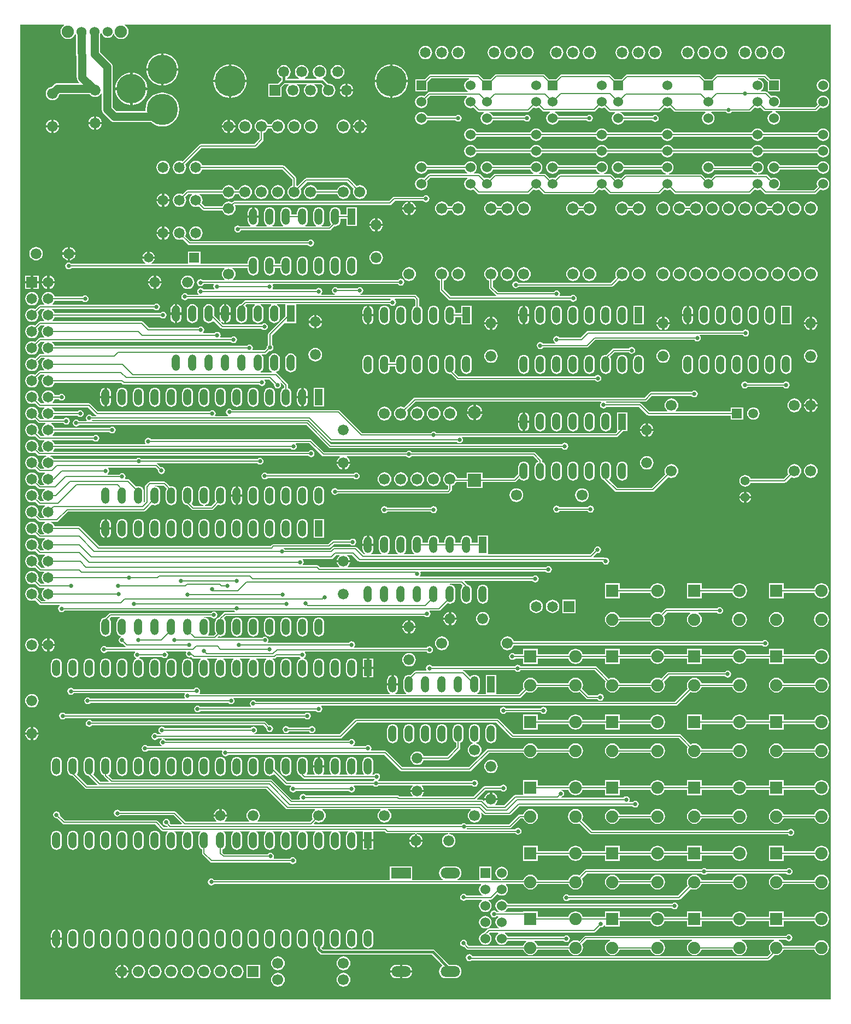
<source format=gbl>
%FSLAX24Y24*%
%MOIN*%
G70*
G01*
G75*
G04 Layer_Physical_Order=2*
G04 Layer_Color=16711680*
%ADD10R,0.1500X0.0800*%
%ADD11R,0.3500X0.4500*%
%ADD12C,0.0080*%
%ADD13C,0.0500*%
%ADD14C,0.0150*%
%ADD15C,0.0100*%
%ADD16O,0.0500X0.1000*%
%ADD17R,0.0500X0.1000*%
%ADD18C,0.0600*%
%ADD19R,0.0600X0.0600*%
%ADD20C,0.0750*%
%ADD21C,0.0660*%
%ADD22R,0.0660X0.0660*%
%ADD23C,0.0669*%
%ADD24C,0.0787*%
%ADD25R,0.0787X0.0787*%
%ADD26R,0.0650X0.0650*%
%ADD27C,0.0650*%
%ADD28R,0.1200X0.0650*%
%ADD29O,0.1200X0.0650*%
%ADD30C,0.1900*%
%ADD31C,0.1800*%
%ADD32R,0.0650X0.0650*%
%ADD33C,0.1874*%
%ADD34R,0.0665X0.0665*%
%ADD35C,0.0665*%
%ADD36R,0.0591X0.0591*%
%ADD37C,0.0591*%
%ADD38R,0.0750X0.0750*%
%ADD39C,0.0550*%
%ADD40C,0.0260*%
%ADD41C,0.2000*%
%ADD42C,0.0500*%
G36*
X49713Y287D02*
X287D01*
Y59713D01*
X2940D01*
X2956Y59666D01*
X2875Y59605D01*
X2803Y59509D01*
X2757Y59399D01*
X2741Y59280D01*
X2757Y59161D01*
X2803Y59051D01*
X2875Y58955D01*
X2971Y58883D01*
X3081Y58837D01*
X3200Y58821D01*
X3319Y58837D01*
X3429Y58883D01*
X3525Y58955D01*
X3597Y59051D01*
X3612Y59087D01*
X3670Y59111D01*
X3699Y59074D01*
X3716Y56560D01*
X3728Y56474D01*
X3736Y56456D01*
X3745Y56385D01*
X3779Y56304D01*
X3833Y56236D01*
X3890Y56179D01*
X3871Y56133D01*
X2550D01*
X2464Y56122D01*
X2417Y56102D01*
X2384Y56088D01*
X2315Y56035D01*
X2184Y55905D01*
X2143Y55899D01*
X2043Y55858D01*
X1958Y55792D01*
X1892Y55707D01*
X1851Y55607D01*
X1836Y55500D01*
X1851Y55393D01*
X1892Y55293D01*
X1958Y55208D01*
X2043Y55142D01*
X2143Y55101D01*
X2250Y55086D01*
X2357Y55101D01*
X2457Y55142D01*
X2542Y55208D01*
X2608Y55293D01*
X2649Y55393D01*
X2655Y55434D01*
X2688Y55467D01*
X4512D01*
X4558Y55408D01*
X4643Y55342D01*
X4743Y55301D01*
X4850Y55286D01*
X4957Y55301D01*
X5057Y55342D01*
X5142Y55408D01*
X5208Y55493D01*
X5210Y55499D01*
X5259Y55489D01*
Y54518D01*
X5259Y54518D01*
X5259D01*
X5271Y54432D01*
X5290Y54385D01*
X5304Y54351D01*
X5357Y54282D01*
X5357Y54282D01*
X5357D01*
Y54282D01*
X5357Y54282D01*
X5775Y53865D01*
Y53865D01*
D01*
Y53865D01*
X5775Y53865D01*
D01*
D01*
X5775D01*
X5775Y53865D01*
Y53865D01*
Y53865D01*
D01*
D01*
X5775D01*
Y53865D01*
X5844Y53812D01*
X5900Y53788D01*
X5924Y53778D01*
X6010Y53767D01*
X8253D01*
X8375Y53667D01*
X8554Y53571D01*
X8748Y53512D01*
X8950Y53493D01*
X9152Y53512D01*
X9346Y53571D01*
X9525Y53667D01*
X9682Y53796D01*
X9811Y53953D01*
X9906Y54131D01*
X9965Y54326D01*
X9985Y54528D01*
X9965Y54729D01*
X9906Y54924D01*
X9811Y55103D01*
X9682Y55259D01*
X9525Y55388D01*
X9346Y55484D01*
X9152Y55543D01*
X8950Y55563D01*
X8748Y55543D01*
X8554Y55484D01*
X8375Y55388D01*
X8218Y55259D01*
X8089Y55103D01*
X7994Y54924D01*
X7935Y54729D01*
X7915Y54528D01*
X7921Y54470D01*
X7887Y54433D01*
X6148D01*
X5925Y54656D01*
Y57148D01*
D01*
D01*
D01*
D01*
X5925D01*
D01*
D01*
D01*
D01*
D01*
X5925D01*
Y57148D01*
D01*
D01*
Y57148D01*
D01*
D01*
D01*
D01*
D01*
D01*
D01*
D01*
D01*
D01*
D01*
D01*
Y57148D01*
D01*
X5925D01*
D01*
D01*
D01*
D01*
D01*
D01*
D01*
X5925Y57148D01*
D01*
D01*
D01*
X5914Y57234D01*
X5897Y57274D01*
X5881Y57314D01*
X5828Y57383D01*
X5828Y57383D01*
X5828D01*
X5828Y57383D01*
Y57383D01*
X5163Y58048D01*
Y59115D01*
X5190Y59180D01*
X5240D01*
X5278Y59088D01*
X5339Y59009D01*
X5418Y58948D01*
X5511Y58910D01*
X5610Y58897D01*
X5709Y58910D01*
X5802Y58948D01*
X5881Y59009D01*
X5942Y59088D01*
X5954Y59118D01*
X6004D01*
X6033Y59051D01*
X6105Y58955D01*
X6201Y58883D01*
X6311Y58837D01*
X6430Y58821D01*
X6549Y58837D01*
X6659Y58883D01*
X6755Y58955D01*
X6827Y59051D01*
X6873Y59161D01*
X6889Y59280D01*
X6873Y59399D01*
X6827Y59509D01*
X6755Y59605D01*
X6659Y59677D01*
X6667Y59713D01*
X49713D01*
Y287D01*
D02*
G37*
%LPC*%
G36*
X6500Y29583D02*
X6414Y29572D01*
X6334Y29538D01*
X6265Y29485D01*
X6212Y29416D01*
X6178Y29336D01*
X6167Y29250D01*
Y28750D01*
X6178Y28664D01*
X6212Y28584D01*
X6265Y28515D01*
X6334Y28462D01*
X6414Y28428D01*
X6500Y28417D01*
X6586Y28428D01*
X6666Y28462D01*
X6735Y28515D01*
X6788Y28584D01*
X6822Y28664D01*
X6833Y28750D01*
Y29250D01*
X6822Y29336D01*
X6788Y29416D01*
X6735Y29485D01*
X6666Y29538D01*
X6586Y29572D01*
X6500Y29583D01*
D02*
G37*
G36*
X21575Y28573D02*
Y28075D01*
X21833D01*
Y28250D01*
X21822Y28336D01*
X21788Y28416D01*
X21735Y28485D01*
X21666Y28538D01*
X21586Y28572D01*
X21575Y28573D01*
D02*
G37*
G36*
X21425D02*
X21414Y28572D01*
X21334Y28538D01*
X21265Y28485D01*
X21212Y28416D01*
X21178Y28336D01*
X21167Y28250D01*
Y28075D01*
X21425D01*
Y28573D01*
D02*
G37*
G36*
X7500Y29583D02*
X7414Y29572D01*
X7334Y29538D01*
X7265Y29485D01*
X7212Y29416D01*
X7178Y29336D01*
X7167Y29250D01*
Y28750D01*
X7178Y28664D01*
X7212Y28584D01*
X7265Y28515D01*
X7334Y28462D01*
X7414Y28428D01*
X7500Y28417D01*
X7586Y28428D01*
X7666Y28462D01*
X7735Y28515D01*
X7788Y28584D01*
X7822Y28664D01*
X7833Y28750D01*
Y29250D01*
X7822Y29336D01*
X7788Y29416D01*
X7735Y29485D01*
X7666Y29538D01*
X7586Y29572D01*
X7500Y29583D01*
D02*
G37*
G36*
X10500D02*
X10414Y29572D01*
X10334Y29538D01*
X10265Y29485D01*
X10212Y29416D01*
X10178Y29336D01*
X10167Y29250D01*
Y28750D01*
X10178Y28664D01*
X10212Y28584D01*
X10265Y28515D01*
X10334Y28462D01*
X10414Y28428D01*
X10500Y28417D01*
X10586Y28428D01*
X10666Y28462D01*
X10735Y28515D01*
X10788Y28584D01*
X10822Y28664D01*
X10833Y28750D01*
Y29250D01*
X10822Y29336D01*
X10788Y29416D01*
X10735Y29485D01*
X10666Y29538D01*
X10586Y29572D01*
X10500Y29583D01*
D02*
G37*
G36*
X9500D02*
X9414Y29572D01*
X9334Y29538D01*
X9265Y29485D01*
X9212Y29416D01*
X9178Y29336D01*
X9167Y29250D01*
Y28750D01*
X9178Y28664D01*
X9212Y28584D01*
X9265Y28515D01*
X9334Y28462D01*
X9414Y28428D01*
X9500Y28417D01*
X9586Y28428D01*
X9666Y28462D01*
X9735Y28515D01*
X9788Y28584D01*
X9822Y28664D01*
X9833Y28750D01*
Y29250D01*
X9822Y29336D01*
X9788Y29416D01*
X9735Y29485D01*
X9666Y29538D01*
X9586Y29572D01*
X9500Y29583D01*
D02*
G37*
G36*
X8500D02*
X8414Y29572D01*
X8334Y29538D01*
X8265Y29485D01*
X8212Y29416D01*
X8178Y29336D01*
X8167Y29250D01*
Y28750D01*
X8178Y28664D01*
X8212Y28584D01*
X8265Y28515D01*
X8334Y28462D01*
X8414Y28428D01*
X8500Y28417D01*
X8586Y28428D01*
X8666Y28462D01*
X8735Y28515D01*
X8788Y28584D01*
X8822Y28664D01*
X8833Y28750D01*
Y29250D01*
X8822Y29336D01*
X8788Y29416D01*
X8735Y29485D01*
X8666Y29538D01*
X8586Y29572D01*
X8500Y29583D01*
D02*
G37*
G36*
X49150Y25659D02*
X49031Y25643D01*
X48921Y25597D01*
X48825Y25525D01*
X48753Y25429D01*
X48708Y25322D01*
X46855D01*
Y25655D01*
X45945D01*
Y24745D01*
X46855D01*
Y25078D01*
X48708D01*
X48753Y24971D01*
X48825Y24875D01*
X48921Y24803D01*
X49031Y24757D01*
X49150Y24741D01*
X49269Y24757D01*
X49379Y24803D01*
X49475Y24875D01*
X49547Y24971D01*
X49593Y25081D01*
X49609Y25200D01*
X49593Y25319D01*
X49547Y25429D01*
X49475Y25525D01*
X49379Y25597D01*
X49269Y25643D01*
X49150Y25659D01*
D02*
G37*
G36*
X34155Y24655D02*
X33345D01*
Y23845D01*
X34155D01*
Y24655D01*
D02*
G37*
G36*
X32750Y24658D02*
X32644Y24645D01*
X32546Y24604D01*
X32461Y24539D01*
X32396Y24454D01*
X32355Y24356D01*
X32342Y24250D01*
X32355Y24144D01*
X32396Y24046D01*
X32461Y23961D01*
X32546Y23896D01*
X32644Y23855D01*
X32750Y23842D01*
X32856Y23855D01*
X32954Y23896D01*
X33039Y23961D01*
X33104Y24046D01*
X33145Y24144D01*
X33158Y24250D01*
X33145Y24356D01*
X33104Y24454D01*
X33039Y24539D01*
X32954Y24604D01*
X32856Y24645D01*
X32750Y24658D01*
D02*
G37*
G36*
X31750D02*
X31644Y24645D01*
X31546Y24604D01*
X31461Y24539D01*
X31396Y24454D01*
X31355Y24356D01*
X31342Y24250D01*
X31355Y24144D01*
X31396Y24046D01*
X31461Y23961D01*
X31546Y23896D01*
X31644Y23855D01*
X31750Y23842D01*
X31856Y23855D01*
X31954Y23896D01*
X32039Y23961D01*
X32104Y24046D01*
X32145Y24144D01*
X32158Y24250D01*
X32145Y24356D01*
X32104Y24454D01*
X32039Y24539D01*
X31954Y24604D01*
X31856Y24645D01*
X31750Y24658D01*
D02*
G37*
G36*
X42950Y24214D02*
X42868Y24198D01*
X42799Y24151D01*
X42779Y24122D01*
X39700D01*
X39653Y24113D01*
X39613Y24087D01*
X39376Y23849D01*
X39269Y23893D01*
X39150Y23909D01*
X39031Y23893D01*
X38921Y23847D01*
X38825Y23775D01*
X38753Y23679D01*
X38708Y23572D01*
X36842D01*
X36797Y23679D01*
X36725Y23775D01*
X36629Y23847D01*
X36519Y23893D01*
X36400Y23909D01*
X36281Y23893D01*
X36171Y23847D01*
X36075Y23775D01*
X36003Y23679D01*
X35957Y23569D01*
X35941Y23450D01*
X35957Y23331D01*
X36003Y23221D01*
X36075Y23125D01*
X36171Y23053D01*
X36281Y23007D01*
X36400Y22991D01*
X36519Y23007D01*
X36629Y23053D01*
X36725Y23125D01*
X36797Y23221D01*
X36842Y23328D01*
X38708D01*
X38753Y23221D01*
X38825Y23125D01*
X38921Y23053D01*
X39031Y23007D01*
X39150Y22991D01*
X39269Y23007D01*
X39379Y23053D01*
X39475Y23125D01*
X39547Y23221D01*
X39593Y23331D01*
X39609Y23450D01*
X39593Y23569D01*
X39549Y23676D01*
X39751Y23878D01*
X41132D01*
X41148Y23830D01*
X41075Y23775D01*
X41003Y23679D01*
X40957Y23569D01*
X40941Y23450D01*
X40957Y23331D01*
X41003Y23221D01*
X41075Y23125D01*
X41171Y23053D01*
X41281Y23007D01*
X41400Y22991D01*
X41519Y23007D01*
X41629Y23053D01*
X41725Y23125D01*
X41797Y23221D01*
X41843Y23331D01*
X41859Y23450D01*
X41843Y23569D01*
X41797Y23679D01*
X41725Y23775D01*
X41629Y23847D01*
X41635Y23878D01*
X42779D01*
X42799Y23849D01*
X42868Y23802D01*
X42950Y23786D01*
X43032Y23802D01*
X43101Y23849D01*
X43148Y23918D01*
X43164Y24000D01*
X43148Y24082D01*
X43101Y24151D01*
X43032Y24198D01*
X42950Y24214D01*
D02*
G37*
G36*
X44150Y25659D02*
X44031Y25643D01*
X43921Y25597D01*
X43825Y25525D01*
X43753Y25429D01*
X43708Y25322D01*
X41855D01*
Y25655D01*
X40945D01*
Y24745D01*
X41855D01*
Y25078D01*
X43708D01*
X43753Y24971D01*
X43825Y24875D01*
X43921Y24803D01*
X44031Y24757D01*
X44150Y24741D01*
X44269Y24757D01*
X44379Y24803D01*
X44475Y24875D01*
X44547Y24971D01*
X44593Y25081D01*
X44609Y25200D01*
X44593Y25319D01*
X44547Y25429D01*
X44475Y25525D01*
X44379Y25597D01*
X44269Y25643D01*
X44150Y25659D01*
D02*
G37*
G36*
X39150D02*
X39031Y25643D01*
X38921Y25597D01*
X38825Y25525D01*
X38753Y25429D01*
X38708Y25322D01*
X36855D01*
Y25655D01*
X35945D01*
Y24745D01*
X36855D01*
Y25078D01*
X38708D01*
X38753Y24971D01*
X38825Y24875D01*
X38921Y24803D01*
X39031Y24757D01*
X39150Y24741D01*
X39269Y24757D01*
X39379Y24803D01*
X39475Y24875D01*
X39547Y24971D01*
X39593Y25081D01*
X39609Y25200D01*
X39593Y25319D01*
X39547Y25429D01*
X39475Y25525D01*
X39379Y25597D01*
X39269Y25643D01*
X39150Y25659D01*
D02*
G37*
G36*
X28500Y25583D02*
X28414Y25572D01*
X28334Y25538D01*
X28265Y25485D01*
X28212Y25416D01*
X28178Y25336D01*
X28167Y25250D01*
Y24750D01*
X28178Y24664D01*
X28212Y24584D01*
X28265Y24515D01*
X28334Y24462D01*
X28414Y24428D01*
X28500Y24417D01*
X28586Y24428D01*
X28666Y24462D01*
X28735Y24515D01*
X28788Y24584D01*
X28822Y24664D01*
X28833Y24750D01*
Y25250D01*
X28822Y25336D01*
X28788Y25416D01*
X28735Y25485D01*
X28666Y25538D01*
X28586Y25572D01*
X28500Y25583D01*
D02*
G37*
G36*
X11500Y29583D02*
X11414Y29572D01*
X11334Y29538D01*
X11265Y29485D01*
X11212Y29416D01*
X11178Y29336D01*
X11167Y29250D01*
Y28750D01*
X11178Y28664D01*
X11212Y28584D01*
X11265Y28515D01*
X11334Y28462D01*
X11414Y28428D01*
X11500Y28417D01*
X11586Y28428D01*
X11666Y28462D01*
X11735Y28515D01*
X11788Y28584D01*
X11822Y28664D01*
X11833Y28750D01*
Y29250D01*
X11822Y29336D01*
X11788Y29416D01*
X11735Y29485D01*
X11666Y29538D01*
X11586Y29572D01*
X11500Y29583D01*
D02*
G37*
G36*
X5575Y29573D02*
Y29075D01*
X5833D01*
Y29250D01*
X5822Y29336D01*
X5788Y29416D01*
X5735Y29485D01*
X5666Y29538D01*
X5586Y29572D01*
X5575Y29573D01*
D02*
G37*
G36*
X5425D02*
X5414Y29572D01*
X5334Y29538D01*
X5265Y29485D01*
X5212Y29416D01*
X5178Y29336D01*
X5167Y29250D01*
Y29075D01*
X5425D01*
Y29573D01*
D02*
G37*
G36*
X5833Y28925D02*
X5575D01*
Y28427D01*
X5586Y28428D01*
X5666Y28462D01*
X5735Y28515D01*
X5788Y28584D01*
X5822Y28664D01*
X5833Y28750D01*
Y28925D01*
D02*
G37*
G36*
X25500Y30354D02*
X25418Y30338D01*
X25349Y30291D01*
X25329Y30262D01*
X22671D01*
X22651Y30291D01*
X22582Y30338D01*
X22500Y30354D01*
X22418Y30338D01*
X22349Y30291D01*
X22302Y30222D01*
X22286Y30140D01*
X22302Y30058D01*
X22349Y29989D01*
X22418Y29942D01*
X22500Y29926D01*
X22582Y29942D01*
X22651Y29989D01*
X22671Y30018D01*
X25329D01*
X25349Y29989D01*
X25418Y29942D01*
X25500Y29926D01*
X25582Y29942D01*
X25651Y29989D01*
X25698Y30058D01*
X25714Y30140D01*
X25698Y30222D01*
X25651Y30291D01*
X25582Y30338D01*
X25500Y30354D01*
D02*
G37*
G36*
X14500Y31583D02*
X14414Y31572D01*
X14334Y31538D01*
X14265Y31485D01*
X14212Y31416D01*
X14178Y31336D01*
X14167Y31250D01*
Y30750D01*
X14178Y30664D01*
X14212Y30584D01*
X14265Y30515D01*
X14334Y30462D01*
X14414Y30428D01*
X14500Y30417D01*
X14586Y30428D01*
X14666Y30462D01*
X14735Y30515D01*
X14788Y30584D01*
X14822Y30664D01*
X14833Y30750D01*
Y31250D01*
X14822Y31336D01*
X14788Y31416D01*
X14735Y31485D01*
X14666Y31538D01*
X14586Y31572D01*
X14500Y31583D01*
D02*
G37*
G36*
X12500D02*
X12414Y31572D01*
X12334Y31538D01*
X12265Y31485D01*
X12212Y31416D01*
X12178Y31336D01*
X12167Y31250D01*
Y30750D01*
X12178Y30664D01*
X12188Y30641D01*
X11919Y30372D01*
X11542D01*
X11539Y30422D01*
X11586Y30428D01*
X11666Y30462D01*
X11735Y30515D01*
X11788Y30584D01*
X11822Y30664D01*
X11833Y30750D01*
Y31250D01*
X11822Y31336D01*
X11788Y31416D01*
X11735Y31485D01*
X11666Y31538D01*
X11586Y31572D01*
X11500Y31583D01*
X11414Y31572D01*
X11334Y31538D01*
X11265Y31485D01*
X11212Y31416D01*
X11178Y31336D01*
X11167Y31250D01*
Y30750D01*
X11178Y30664D01*
X11212Y30584D01*
X11265Y30515D01*
X11334Y30462D01*
X11414Y30428D01*
X11461Y30422D01*
X11458Y30372D01*
X10871D01*
X10735Y30508D01*
X10735Y30515D01*
X10788Y30584D01*
X10822Y30664D01*
X10833Y30750D01*
Y31250D01*
X10822Y31336D01*
X10788Y31416D01*
X10735Y31485D01*
X10666Y31538D01*
X10586Y31572D01*
X10500Y31583D01*
X10414Y31572D01*
X10334Y31538D01*
X10265Y31485D01*
X10212Y31416D01*
X10178Y31336D01*
X10167Y31250D01*
Y30750D01*
X10178Y30664D01*
X10212Y30584D01*
X10265Y30515D01*
X10334Y30462D01*
X10414Y30428D01*
X10477Y30420D01*
X10733Y30163D01*
X10733Y30163D01*
X10733D01*
X10733Y30163D01*
D01*
X10733D01*
D01*
D01*
Y30163D01*
Y30163D01*
X10733Y30163D01*
D01*
D01*
X10733D01*
Y30163D01*
X10773Y30137D01*
X10820Y30128D01*
X11970D01*
X12017Y30137D01*
X12057Y30163D01*
Y30163D01*
X12057D01*
D01*
D01*
D01*
D01*
D01*
D01*
X12057D01*
D01*
X12057D01*
Y30163D01*
D01*
D01*
D01*
D01*
Y30163D01*
D01*
D01*
D01*
Y30163D01*
D01*
D01*
X12057D01*
D01*
D01*
D01*
X12349Y30456D01*
X12414Y30428D01*
X12500Y30417D01*
X12586Y30428D01*
X12666Y30462D01*
X12735Y30515D01*
X12788Y30584D01*
X12822Y30664D01*
X12833Y30750D01*
Y31250D01*
X12822Y31336D01*
X12788Y31416D01*
X12735Y31485D01*
X12666Y31538D01*
X12586Y31572D01*
X12500Y31583D01*
D02*
G37*
G36*
X35060Y30394D02*
X34978Y30378D01*
X34909Y30331D01*
X34889Y30302D01*
X33171D01*
X33151Y30331D01*
X33082Y30378D01*
X33000Y30394D01*
X32918Y30378D01*
X32849Y30331D01*
X32802Y30262D01*
X32786Y30180D01*
X32802Y30098D01*
X32849Y30029D01*
X32918Y29982D01*
X33000Y29966D01*
X33082Y29982D01*
X33151Y30029D01*
X33171Y30058D01*
X34889D01*
X34909Y30029D01*
X34978Y29982D01*
X35060Y29966D01*
X35142Y29982D01*
X35211Y30029D01*
X35258Y30098D01*
X35274Y30180D01*
X35258Y30262D01*
X35211Y30331D01*
X35142Y30378D01*
X35060Y30394D01*
D02*
G37*
G36*
X5425Y28925D02*
X5167D01*
Y28750D01*
X5178Y28664D01*
X5212Y28584D01*
X5265Y28515D01*
X5334Y28462D01*
X5414Y28428D01*
X5425Y28427D01*
Y28925D01*
D02*
G37*
G36*
X14500Y29583D02*
X14414Y29572D01*
X14334Y29538D01*
X14265Y29485D01*
X14212Y29416D01*
X14178Y29336D01*
X14167Y29250D01*
Y28750D01*
X14178Y28664D01*
X14212Y28584D01*
X14265Y28515D01*
X14334Y28462D01*
X14414Y28428D01*
X14500Y28417D01*
X14586Y28428D01*
X14666Y28462D01*
X14735Y28515D01*
X14788Y28584D01*
X14822Y28664D01*
X14833Y28750D01*
Y29250D01*
X14822Y29336D01*
X14788Y29416D01*
X14735Y29485D01*
X14666Y29538D01*
X14586Y29572D01*
X14500Y29583D01*
D02*
G37*
G36*
X13500D02*
X13414Y29572D01*
X13334Y29538D01*
X13265Y29485D01*
X13212Y29416D01*
X13178Y29336D01*
X13167Y29250D01*
Y28750D01*
X13178Y28664D01*
X13212Y28584D01*
X13265Y28515D01*
X13334Y28462D01*
X13414Y28428D01*
X13500Y28417D01*
X13586Y28428D01*
X13666Y28462D01*
X13735Y28515D01*
X13788Y28584D01*
X13822Y28664D01*
X13833Y28750D01*
Y29250D01*
X13822Y29336D01*
X13788Y29416D01*
X13735Y29485D01*
X13666Y29538D01*
X13586Y29572D01*
X13500Y29583D01*
D02*
G37*
G36*
X12500D02*
X12414Y29572D01*
X12334Y29538D01*
X12265Y29485D01*
X12212Y29416D01*
X12178Y29336D01*
X12167Y29250D01*
Y28750D01*
X12178Y28664D01*
X12212Y28584D01*
X12265Y28515D01*
X12334Y28462D01*
X12414Y28428D01*
X12500Y28417D01*
X12586Y28428D01*
X12666Y28462D01*
X12735Y28515D01*
X12788Y28584D01*
X12822Y28664D01*
X12833Y28750D01*
Y29250D01*
X12822Y29336D01*
X12788Y29416D01*
X12735Y29485D01*
X12666Y29538D01*
X12586Y29572D01*
X12500Y29583D01*
D02*
G37*
G36*
X15500D02*
X15414Y29572D01*
X15334Y29538D01*
X15265Y29485D01*
X15212Y29416D01*
X15178Y29336D01*
X15167Y29250D01*
Y28750D01*
X15178Y28664D01*
X15212Y28584D01*
X15265Y28515D01*
X15334Y28462D01*
X15414Y28428D01*
X15500Y28417D01*
X15586Y28428D01*
X15666Y28462D01*
X15735Y28515D01*
X15788Y28584D01*
X15822Y28664D01*
X15833Y28750D01*
Y29250D01*
X15822Y29336D01*
X15788Y29416D01*
X15735Y29485D01*
X15666Y29538D01*
X15586Y29572D01*
X15500Y29583D01*
D02*
G37*
G36*
X18830Y29580D02*
X18170D01*
Y28420D01*
X18830D01*
Y29580D01*
D02*
G37*
G36*
X17500Y29583D02*
X17414Y29572D01*
X17334Y29538D01*
X17265Y29485D01*
X17212Y29416D01*
X17178Y29336D01*
X17167Y29250D01*
Y28750D01*
X17178Y28664D01*
X17212Y28584D01*
X17265Y28515D01*
X17334Y28462D01*
X17414Y28428D01*
X17500Y28417D01*
X17586Y28428D01*
X17666Y28462D01*
X17735Y28515D01*
X17788Y28584D01*
X17822Y28664D01*
X17833Y28750D01*
Y29250D01*
X17822Y29336D01*
X17788Y29416D01*
X17735Y29485D01*
X17666Y29538D01*
X17586Y29572D01*
X17500Y29583D01*
D02*
G37*
G36*
X16500D02*
X16414Y29572D01*
X16334Y29538D01*
X16265Y29485D01*
X16212Y29416D01*
X16178Y29336D01*
X16167Y29250D01*
Y28750D01*
X16178Y28664D01*
X16212Y28584D01*
X16265Y28515D01*
X16334Y28462D01*
X16414Y28428D01*
X16500Y28417D01*
X16586Y28428D01*
X16666Y28462D01*
X16735Y28515D01*
X16788Y28584D01*
X16822Y28664D01*
X16833Y28750D01*
Y29250D01*
X16822Y29336D01*
X16788Y29416D01*
X16735Y29485D01*
X16666Y29538D01*
X16586Y29572D01*
X16500Y29583D01*
D02*
G37*
G36*
X30000Y22418D02*
X29892Y22404D01*
X29791Y22362D01*
X29704Y22296D01*
X29638Y22209D01*
X29596Y22108D01*
X29582Y22000D01*
X29596Y21892D01*
X29638Y21791D01*
X29704Y21704D01*
X29791Y21638D01*
X29892Y21596D01*
X30000Y21582D01*
X30108Y21596D01*
X30209Y21638D01*
X30296Y21704D01*
X30362Y21791D01*
X30398Y21878D01*
X45539D01*
X45559Y21849D01*
X45628Y21802D01*
X45710Y21786D01*
X45792Y21802D01*
X45861Y21849D01*
X45908Y21918D01*
X45924Y22000D01*
X45908Y22082D01*
X45861Y22151D01*
X45792Y22198D01*
X45710Y22214D01*
X45628Y22198D01*
X45559Y22151D01*
X45539Y22122D01*
X30398D01*
X30362Y22209D01*
X30296Y22296D01*
X30209Y22362D01*
X30108Y22404D01*
X30000Y22418D01*
D02*
G37*
G36*
X26000D02*
X25892Y22404D01*
X25791Y22362D01*
X25704Y22296D01*
X25638Y22209D01*
X25596Y22108D01*
X25582Y22000D01*
X25596Y21892D01*
X25638Y21791D01*
X25704Y21704D01*
X25791Y21638D01*
X25892Y21596D01*
X26000Y21582D01*
X26108Y21596D01*
X26209Y21638D01*
X26296Y21704D01*
X26362Y21791D01*
X26404Y21892D01*
X26418Y22000D01*
X26404Y22108D01*
X26362Y22209D01*
X26296Y22296D01*
X26209Y22362D01*
X26108Y22404D01*
X26000Y22418D01*
D02*
G37*
G36*
X2399Y21825D02*
X2075D01*
Y21501D01*
X2106Y21505D01*
X2204Y21546D01*
X2289Y21611D01*
X2354Y21696D01*
X2395Y21794D01*
X2399Y21825D01*
D02*
G37*
G36*
X1925Y22299D02*
X1894Y22295D01*
X1796Y22254D01*
X1711Y22189D01*
X1646Y22104D01*
X1605Y22006D01*
X1601Y21975D01*
X1925D01*
Y22299D01*
D02*
G37*
G36*
X14500Y23583D02*
X14414Y23572D01*
X14334Y23538D01*
X14265Y23485D01*
X14212Y23416D01*
X14178Y23336D01*
X14167Y23250D01*
Y22750D01*
X14178Y22664D01*
X14212Y22584D01*
X14265Y22515D01*
X14334Y22462D01*
X14414Y22428D01*
X14500Y22417D01*
X14586Y22428D01*
X14666Y22462D01*
X14735Y22515D01*
X14788Y22584D01*
X14822Y22664D01*
X14833Y22750D01*
Y23250D01*
X14822Y23336D01*
X14788Y23416D01*
X14735Y23485D01*
X14666Y23538D01*
X14586Y23572D01*
X14500Y23583D01*
D02*
G37*
G36*
X13500D02*
X13414Y23572D01*
X13334Y23538D01*
X13265Y23485D01*
X13212Y23416D01*
X13178Y23336D01*
X13167Y23250D01*
Y22750D01*
X13178Y22664D01*
X13212Y22584D01*
X13265Y22515D01*
X13334Y22462D01*
X13414Y22428D01*
X13500Y22417D01*
X13586Y22428D01*
X13666Y22462D01*
X13735Y22515D01*
X13788Y22584D01*
X13822Y22664D01*
X13833Y22750D01*
Y23250D01*
X13822Y23336D01*
X13788Y23416D01*
X13735Y23485D01*
X13666Y23538D01*
X13586Y23572D01*
X13500Y23583D01*
D02*
G37*
G36*
X2075Y22299D02*
Y21975D01*
X2399D01*
X2395Y22006D01*
X2354Y22104D01*
X2289Y22189D01*
X2204Y22254D01*
X2106Y22295D01*
X2075Y22299D01*
D02*
G37*
G36*
X1925Y21825D02*
X1601D01*
X1605Y21794D01*
X1646Y21696D01*
X1711Y21611D01*
X1796Y21546D01*
X1894Y21505D01*
X1925Y21501D01*
Y21825D01*
D02*
G37*
G36*
X21830Y21080D02*
X21575D01*
Y20575D01*
X21830D01*
Y21080D01*
D02*
G37*
G36*
X21425D02*
X21170D01*
Y20575D01*
X21425D01*
Y21080D01*
D02*
G37*
G36*
X21830Y20425D02*
X21575D01*
Y19920D01*
X21830D01*
Y20425D01*
D02*
G37*
G36*
X24000Y21414D02*
X23893Y21399D01*
X23793Y21358D01*
X23708Y21292D01*
X23642Y21207D01*
X23601Y21107D01*
X23586Y21000D01*
X23601Y20893D01*
X23642Y20793D01*
X23708Y20708D01*
X23793Y20642D01*
X23893Y20601D01*
X24000Y20586D01*
X24107Y20601D01*
X24207Y20642D01*
X24292Y20708D01*
X24358Y20793D01*
X24399Y20893D01*
X24414Y21000D01*
X24399Y21107D01*
X24358Y21207D01*
X24292Y21292D01*
X24207Y21358D01*
X24107Y21399D01*
X24000Y21414D01*
D02*
G37*
G36*
X1000Y22308D02*
X894Y22295D01*
X796Y22254D01*
X711Y22189D01*
X646Y22104D01*
X605Y22006D01*
X592Y21900D01*
X605Y21794D01*
X646Y21696D01*
X711Y21611D01*
X796Y21546D01*
X894Y21505D01*
X1000Y21492D01*
X1106Y21505D01*
X1204Y21546D01*
X1289Y21611D01*
X1354Y21696D01*
X1395Y21794D01*
X1408Y21900D01*
X1395Y22006D01*
X1354Y22104D01*
X1289Y22189D01*
X1204Y22254D01*
X1106Y22295D01*
X1000Y22308D01*
D02*
G37*
G36*
X49150Y21659D02*
X49031Y21643D01*
X48921Y21597D01*
X48825Y21525D01*
X48753Y21429D01*
X48708Y21322D01*
X46855D01*
Y21655D01*
X45945D01*
Y21322D01*
X44592D01*
X44547Y21429D01*
X44475Y21525D01*
X44379Y21597D01*
X44269Y21643D01*
X44150Y21659D01*
X44031Y21643D01*
X43921Y21597D01*
X43825Y21525D01*
X43753Y21429D01*
X43708Y21322D01*
X41855D01*
Y21655D01*
X40945D01*
Y21322D01*
X39592D01*
X39547Y21429D01*
X39475Y21525D01*
X39379Y21597D01*
X39269Y21643D01*
X39150Y21659D01*
X39031Y21643D01*
X38921Y21597D01*
X38825Y21525D01*
X38753Y21429D01*
X38708Y21322D01*
X36855D01*
Y21655D01*
X35945D01*
Y21322D01*
X34592D01*
X34547Y21429D01*
X34475Y21525D01*
X34379Y21597D01*
X34269Y21643D01*
X34150Y21659D01*
X34031Y21643D01*
X33921Y21597D01*
X33825Y21525D01*
X33753Y21429D01*
X33708Y21322D01*
X31855D01*
Y21655D01*
X30945D01*
Y21322D01*
X30471D01*
X30451Y21351D01*
X30382Y21398D01*
X30300Y21414D01*
X30218Y21398D01*
X30149Y21351D01*
X30102Y21282D01*
X30086Y21200D01*
X30102Y21118D01*
X30149Y21049D01*
X30218Y21002D01*
X30300Y20986D01*
X30382Y21002D01*
X30451Y21049D01*
X30471Y21078D01*
X30945D01*
Y20745D01*
X31855D01*
Y21078D01*
X33708D01*
X33753Y20971D01*
X33825Y20875D01*
X33921Y20803D01*
X34031Y20757D01*
X34150Y20741D01*
X34269Y20757D01*
X34379Y20803D01*
X34475Y20875D01*
X34547Y20971D01*
X34592Y21078D01*
X35945D01*
Y20745D01*
X36855D01*
Y21078D01*
X38708D01*
X38753Y20971D01*
X38825Y20875D01*
X38921Y20803D01*
X39031Y20757D01*
X39150Y20741D01*
X39269Y20757D01*
X39379Y20803D01*
X39475Y20875D01*
X39547Y20971D01*
X39592Y21078D01*
X40945D01*
Y20745D01*
X41855D01*
Y21078D01*
X43708D01*
X43753Y20971D01*
X43825Y20875D01*
X43921Y20803D01*
X44031Y20757D01*
X44150Y20741D01*
X44269Y20757D01*
X44379Y20803D01*
X44475Y20875D01*
X44547Y20971D01*
X44592Y21078D01*
X45945D01*
Y20745D01*
X46855D01*
Y21078D01*
X48708D01*
X48753Y20971D01*
X48825Y20875D01*
X48921Y20803D01*
X49031Y20757D01*
X49150Y20741D01*
X49269Y20757D01*
X49379Y20803D01*
X49475Y20875D01*
X49547Y20971D01*
X49593Y21081D01*
X49609Y21200D01*
X49593Y21319D01*
X49547Y21429D01*
X49475Y21525D01*
X49379Y21597D01*
X49269Y21643D01*
X49150Y21659D01*
D02*
G37*
G36*
X30630Y20694D02*
X30548Y20678D01*
X30479Y20631D01*
X30459Y20602D01*
X25411D01*
X25391Y20631D01*
X25322Y20678D01*
X25240Y20694D01*
X25158Y20678D01*
X25089Y20631D01*
X25042Y20562D01*
X25026Y20480D01*
X25042Y20398D01*
X25063Y20366D01*
X25040Y20322D01*
X24390D01*
X24343Y20313D01*
X24303Y20287D01*
X24088Y20071D01*
X24086Y20072D01*
X24000Y20083D01*
X23914Y20072D01*
X23834Y20038D01*
X23765Y19985D01*
X23712Y19916D01*
X23678Y19836D01*
X23667Y19750D01*
Y19250D01*
X23678Y19164D01*
X23712Y19084D01*
X23765Y19015D01*
X23834Y18962D01*
X23834Y18961D01*
X23825Y18912D01*
X23175D01*
X23166Y18961D01*
X23166Y18962D01*
X23235Y19015D01*
X23288Y19084D01*
X23322Y19164D01*
X23333Y19250D01*
Y19425D01*
X22667D01*
Y19250D01*
X22678Y19164D01*
X22712Y19084D01*
X22765Y19015D01*
X22834Y18962D01*
X22834Y18961D01*
X22825Y18912D01*
X11237D01*
X11213Y18956D01*
X11248Y19008D01*
X11264Y19090D01*
X11248Y19172D01*
X11201Y19241D01*
X11132Y19288D01*
X11050Y19304D01*
X10968Y19288D01*
X10899Y19241D01*
X10873Y19202D01*
X3541D01*
X3521Y19231D01*
X3452Y19278D01*
X3370Y19294D01*
X3288Y19278D01*
X3219Y19231D01*
X3172Y19162D01*
X3156Y19080D01*
X3172Y18998D01*
X3219Y18929D01*
X3288Y18882D01*
X3370Y18866D01*
X3452Y18882D01*
X3521Y18929D01*
X3541Y18958D01*
X10306D01*
X10330Y18914D01*
X10302Y18872D01*
X10286Y18790D01*
X10302Y18708D01*
X10330Y18666D01*
X10306Y18622D01*
X4571D01*
X4551Y18651D01*
X4482Y18698D01*
X4400Y18714D01*
X4318Y18698D01*
X4249Y18651D01*
X4202Y18582D01*
X4186Y18500D01*
X4202Y18418D01*
X4249Y18349D01*
X4318Y18302D01*
X4400Y18286D01*
X4482Y18302D01*
X4551Y18349D01*
X4571Y18378D01*
X12979D01*
X12999Y18349D01*
X13068Y18302D01*
X13150Y18286D01*
X13232Y18302D01*
X13301Y18349D01*
X13348Y18418D01*
X13364Y18500D01*
X13348Y18582D01*
X13301Y18651D01*
X13306Y18668D01*
X30740D01*
X30787Y18677D01*
X30827Y18703D01*
Y18703D01*
X30827D01*
D01*
D01*
D01*
D01*
D01*
D01*
X30827D01*
D01*
X30827D01*
Y18703D01*
D01*
D01*
D01*
D01*
Y18703D01*
D01*
D01*
D01*
Y18703D01*
D01*
D01*
X30827D01*
D01*
D01*
D01*
X31174Y19051D01*
X31281Y19007D01*
X31400Y18991D01*
X31519Y19007D01*
X31629Y19053D01*
X31725Y19125D01*
X31797Y19221D01*
X31842Y19328D01*
X33708D01*
X33753Y19221D01*
X33825Y19125D01*
X33921Y19053D01*
X34031Y19007D01*
X34150Y18991D01*
X34269Y19007D01*
X34376Y19051D01*
X34803Y18623D01*
X34803Y18623D01*
X34803D01*
X34803Y18623D01*
D01*
X34803D01*
D01*
D01*
Y18623D01*
Y18623D01*
X34803Y18623D01*
D01*
D01*
X34803D01*
Y18623D01*
X34843Y18597D01*
X34890Y18588D01*
X35489D01*
X35509Y18559D01*
X35578Y18512D01*
X35660Y18496D01*
X35742Y18512D01*
X35811Y18559D01*
X35858Y18628D01*
X35874Y18710D01*
X35858Y18792D01*
X35811Y18861D01*
X35742Y18908D01*
X35660Y18924D01*
X35578Y18908D01*
X35509Y18861D01*
X35489Y18832D01*
X34941D01*
X34549Y19224D01*
X34593Y19331D01*
X34609Y19450D01*
X34593Y19569D01*
X34547Y19679D01*
X34475Y19775D01*
X34379Y19847D01*
X34269Y19893D01*
X34150Y19909D01*
X34031Y19893D01*
X33921Y19847D01*
X33825Y19775D01*
X33753Y19679D01*
X33708Y19572D01*
X31842D01*
X31797Y19679D01*
X31725Y19775D01*
X31629Y19847D01*
X31519Y19893D01*
X31400Y19909D01*
X31281Y19893D01*
X31171Y19847D01*
X31075Y19775D01*
X31003Y19679D01*
X30957Y19569D01*
X30941Y19450D01*
X30957Y19331D01*
X31001Y19224D01*
X30689Y18912D01*
X29330D01*
Y18912D01*
Y18920D01*
X29330Y18948D01*
D01*
X29330D01*
D01*
D01*
D01*
X29330Y18948D01*
Y20080D01*
X28670D01*
Y18948D01*
D01*
D01*
D01*
X28670D01*
X28670Y18948D01*
X28670Y18920D01*
Y18912D01*
X28175D01*
X28166Y18961D01*
X28166Y18962D01*
X28235Y19015D01*
X28288Y19084D01*
X28322Y19164D01*
X28333Y19250D01*
Y19750D01*
X28322Y19836D01*
X28288Y19916D01*
X28235Y19985D01*
X28166Y20038D01*
X28086Y20072D01*
X28000Y20083D01*
X27914Y20072D01*
X27834Y20038D01*
X27765Y19985D01*
X27754Y19972D01*
X27704Y19969D01*
X27387Y20287D01*
X27347Y20313D01*
X27300Y20322D01*
Y20358D01*
X30459D01*
X30479Y20329D01*
X30548Y20282D01*
X30630Y20266D01*
X30712Y20282D01*
X30781Y20329D01*
X30801Y20358D01*
X35319D01*
X36001Y19676D01*
X35957Y19569D01*
X35941Y19450D01*
X35957Y19331D01*
X36003Y19221D01*
X36075Y19125D01*
X36171Y19053D01*
X36281Y19007D01*
X36400Y18991D01*
X36519Y19007D01*
X36629Y19053D01*
X36725Y19125D01*
X36797Y19221D01*
X36842Y19328D01*
X38708D01*
X38753Y19221D01*
X38825Y19125D01*
X38921Y19053D01*
X39031Y19007D01*
X39150Y18991D01*
X39269Y19007D01*
X39379Y19053D01*
X39475Y19125D01*
X39547Y19221D01*
X39593Y19331D01*
X39609Y19450D01*
X39593Y19569D01*
X39549Y19676D01*
X39871Y19998D01*
X43259D01*
X43279Y19969D01*
X43348Y19922D01*
X43430Y19906D01*
X43512Y19922D01*
X43581Y19969D01*
X43628Y20038D01*
X43644Y20120D01*
X43628Y20202D01*
X43581Y20271D01*
X43512Y20318D01*
X43430Y20334D01*
X43348Y20318D01*
X43279Y20271D01*
X43259Y20242D01*
X39820D01*
X39773Y20233D01*
X39733Y20207D01*
X39376Y19849D01*
X39269Y19893D01*
X39150Y19909D01*
X39031Y19893D01*
X38921Y19847D01*
X38825Y19775D01*
X38753Y19679D01*
X38708Y19572D01*
X36842D01*
X36797Y19679D01*
X36725Y19775D01*
X36629Y19847D01*
X36519Y19893D01*
X36400Y19909D01*
X36281Y19893D01*
X36174Y19849D01*
X35457Y20567D01*
X35417Y20593D01*
X35370Y20602D01*
X30801D01*
X30781Y20631D01*
X30712Y20678D01*
X30630Y20694D01*
D02*
G37*
G36*
X15500Y23583D02*
X15414Y23572D01*
X15334Y23538D01*
X15265Y23485D01*
X15212Y23416D01*
X15178Y23336D01*
X15167Y23250D01*
Y22750D01*
X15178Y22664D01*
X15212Y22584D01*
X15265Y22515D01*
X15334Y22462D01*
X15414Y22428D01*
X15500Y22417D01*
X15586Y22428D01*
X15666Y22462D01*
X15735Y22515D01*
X15788Y22584D01*
X15822Y22664D01*
X15833Y22750D01*
Y23250D01*
X15822Y23336D01*
X15788Y23416D01*
X15735Y23485D01*
X15666Y23538D01*
X15586Y23572D01*
X15500Y23583D01*
D02*
G37*
G36*
X28500Y23914D02*
X28393Y23899D01*
X28293Y23858D01*
X28208Y23792D01*
X28142Y23707D01*
X28101Y23607D01*
X28086Y23500D01*
X28101Y23393D01*
X28142Y23293D01*
X28208Y23208D01*
X28293Y23142D01*
X28393Y23101D01*
X28500Y23086D01*
X28607Y23101D01*
X28707Y23142D01*
X28792Y23208D01*
X28858Y23293D01*
X28899Y23393D01*
X28914Y23500D01*
X28899Y23607D01*
X28858Y23707D01*
X28792Y23792D01*
X28707Y23858D01*
X28607Y23899D01*
X28500Y23914D01*
D02*
G37*
G36*
X24075Y23404D02*
Y23075D01*
X24404D01*
X24399Y23107D01*
X24358Y23207D01*
X24292Y23292D01*
X24207Y23358D01*
X24107Y23399D01*
X24075Y23404D01*
D02*
G37*
G36*
X23925D02*
X23893Y23399D01*
X23793Y23358D01*
X23708Y23292D01*
X23642Y23207D01*
X23601Y23107D01*
X23596Y23075D01*
X23925D01*
Y23404D01*
D02*
G37*
G36*
X26425Y23425D02*
X26096D01*
X26101Y23393D01*
X26142Y23293D01*
X26208Y23208D01*
X26293Y23142D01*
X26393Y23101D01*
X26425Y23096D01*
Y23425D01*
D02*
G37*
G36*
X26575Y23904D02*
Y23575D01*
X26904D01*
X26899Y23607D01*
X26858Y23707D01*
X26792Y23792D01*
X26707Y23858D01*
X26607Y23899D01*
X26575Y23904D01*
D02*
G37*
G36*
X26425D02*
X26393Y23899D01*
X26293Y23858D01*
X26208Y23792D01*
X26142Y23707D01*
X26101Y23607D01*
X26096Y23575D01*
X26425D01*
Y23904D01*
D02*
G37*
G36*
X26904Y23425D02*
X26575D01*
Y23096D01*
X26607Y23101D01*
X26707Y23142D01*
X26792Y23208D01*
X26858Y23293D01*
X26899Y23393D01*
X26904Y23425D01*
D02*
G37*
G36*
X49150Y23909D02*
X49031Y23893D01*
X48921Y23847D01*
X48825Y23775D01*
X48753Y23679D01*
X48707Y23569D01*
X48691Y23450D01*
X48707Y23331D01*
X48753Y23221D01*
X48825Y23125D01*
X48921Y23053D01*
X49031Y23007D01*
X49150Y22991D01*
X49269Y23007D01*
X49379Y23053D01*
X49475Y23125D01*
X49547Y23221D01*
X49593Y23331D01*
X49609Y23450D01*
X49593Y23569D01*
X49547Y23679D01*
X49475Y23775D01*
X49379Y23847D01*
X49269Y23893D01*
X49150Y23909D01*
D02*
G37*
G36*
X18500Y23583D02*
X18414Y23572D01*
X18334Y23538D01*
X18265Y23485D01*
X18212Y23416D01*
X18178Y23336D01*
X18167Y23250D01*
Y22750D01*
X18178Y22664D01*
X18212Y22584D01*
X18265Y22515D01*
X18334Y22462D01*
X18414Y22428D01*
X18500Y22417D01*
X18586Y22428D01*
X18666Y22462D01*
X18735Y22515D01*
X18788Y22584D01*
X18822Y22664D01*
X18833Y22750D01*
Y23250D01*
X18822Y23336D01*
X18788Y23416D01*
X18735Y23485D01*
X18666Y23538D01*
X18586Y23572D01*
X18500Y23583D01*
D02*
G37*
G36*
X17500D02*
X17414Y23572D01*
X17334Y23538D01*
X17265Y23485D01*
X17212Y23416D01*
X17178Y23336D01*
X17167Y23250D01*
Y22750D01*
X17178Y22664D01*
X17212Y22584D01*
X17265Y22515D01*
X17334Y22462D01*
X17414Y22428D01*
X17500Y22417D01*
X17586Y22428D01*
X17666Y22462D01*
X17735Y22515D01*
X17788Y22584D01*
X17822Y22664D01*
X17833Y22750D01*
Y23250D01*
X17822Y23336D01*
X17788Y23416D01*
X17735Y23485D01*
X17666Y23538D01*
X17586Y23572D01*
X17500Y23583D01*
D02*
G37*
G36*
X16500D02*
X16414Y23572D01*
X16334Y23538D01*
X16265Y23485D01*
X16212Y23416D01*
X16178Y23336D01*
X16167Y23250D01*
Y22750D01*
X16178Y22664D01*
X16212Y22584D01*
X16265Y22515D01*
X16334Y22462D01*
X16414Y22428D01*
X16500Y22417D01*
X16586Y22428D01*
X16666Y22462D01*
X16735Y22515D01*
X16788Y22584D01*
X16822Y22664D01*
X16833Y22750D01*
Y23250D01*
X16822Y23336D01*
X16788Y23416D01*
X16735Y23485D01*
X16666Y23538D01*
X16586Y23572D01*
X16500Y23583D01*
D02*
G37*
G36*
X23925Y22925D02*
X23596D01*
X23601Y22893D01*
X23642Y22793D01*
X23708Y22708D01*
X23793Y22642D01*
X23893Y22601D01*
X23925Y22596D01*
Y22925D01*
D02*
G37*
G36*
X46400Y23909D02*
X46281Y23893D01*
X46171Y23847D01*
X46075Y23775D01*
X46003Y23679D01*
X45957Y23569D01*
X45941Y23450D01*
X45957Y23331D01*
X46003Y23221D01*
X46075Y23125D01*
X46171Y23053D01*
X46281Y23007D01*
X46400Y22991D01*
X46519Y23007D01*
X46629Y23053D01*
X46725Y23125D01*
X46797Y23221D01*
X46843Y23331D01*
X46859Y23450D01*
X46843Y23569D01*
X46797Y23679D01*
X46725Y23775D01*
X46629Y23847D01*
X46519Y23893D01*
X46400Y23909D01*
D02*
G37*
G36*
X44150D02*
X44031Y23893D01*
X43921Y23847D01*
X43825Y23775D01*
X43753Y23679D01*
X43707Y23569D01*
X43691Y23450D01*
X43707Y23331D01*
X43753Y23221D01*
X43825Y23125D01*
X43921Y23053D01*
X44031Y23007D01*
X44150Y22991D01*
X44269Y23007D01*
X44379Y23053D01*
X44475Y23125D01*
X44547Y23221D01*
X44593Y23331D01*
X44609Y23450D01*
X44593Y23569D01*
X44547Y23679D01*
X44475Y23775D01*
X44379Y23847D01*
X44269Y23893D01*
X44150Y23909D01*
D02*
G37*
G36*
X24404Y22925D02*
X24075D01*
Y22596D01*
X24107Y22601D01*
X24207Y22642D01*
X24292Y22708D01*
X24358Y22793D01*
X24399Y22893D01*
X24404Y22925D01*
D02*
G37*
G36*
X15500Y31583D02*
X15414Y31572D01*
X15334Y31538D01*
X15265Y31485D01*
X15212Y31416D01*
X15178Y31336D01*
X15167Y31250D01*
Y30750D01*
X15178Y30664D01*
X15212Y30584D01*
X15265Y30515D01*
X15334Y30462D01*
X15414Y30428D01*
X15500Y30417D01*
X15586Y30428D01*
X15666Y30462D01*
X15735Y30515D01*
X15788Y30584D01*
X15822Y30664D01*
X15833Y30750D01*
Y31250D01*
X15822Y31336D01*
X15788Y31416D01*
X15735Y31485D01*
X15666Y31538D01*
X15586Y31572D01*
X15500Y31583D01*
D02*
G37*
G36*
X31075Y36073D02*
Y35575D01*
X31333D01*
Y35750D01*
X31322Y35836D01*
X31288Y35916D01*
X31235Y35985D01*
X31166Y36038D01*
X31086Y36072D01*
X31075Y36073D01*
D02*
G37*
G36*
X30925D02*
X30914Y36072D01*
X30834Y36038D01*
X30765Y35985D01*
X30712Y35916D01*
X30678Y35836D01*
X30667Y35750D01*
Y35575D01*
X30925D01*
Y36073D01*
D02*
G37*
G36*
X38575Y35404D02*
Y35075D01*
X38904D01*
X38899Y35107D01*
X38858Y35207D01*
X38792Y35292D01*
X38707Y35358D01*
X38607Y35399D01*
X38575Y35404D01*
D02*
G37*
G36*
X22500Y36418D02*
X22392Y36404D01*
X22291Y36362D01*
X22204Y36296D01*
X22138Y36209D01*
X22096Y36108D01*
X22082Y36000D01*
X22096Y35892D01*
X22138Y35791D01*
X22204Y35704D01*
X22291Y35638D01*
X22392Y35596D01*
X22500Y35582D01*
X22608Y35596D01*
X22709Y35638D01*
X22796Y35704D01*
X22862Y35791D01*
X22904Y35892D01*
X22918Y36000D01*
X22904Y36108D01*
X22862Y36209D01*
X22796Y36296D01*
X22709Y36362D01*
X22608Y36404D01*
X22500Y36418D01*
D02*
G37*
G36*
X26500D02*
X26392Y36404D01*
X26291Y36362D01*
X26204Y36296D01*
X26138Y36209D01*
X26096Y36108D01*
X26082Y36000D01*
X26096Y35892D01*
X26138Y35791D01*
X26204Y35704D01*
X26291Y35638D01*
X26392Y35596D01*
X26500Y35582D01*
X26608Y35596D01*
X26709Y35638D01*
X26796Y35704D01*
X26862Y35791D01*
X26904Y35892D01*
X26918Y36000D01*
X26904Y36108D01*
X26862Y36209D01*
X26796Y36296D01*
X26709Y36362D01*
X26608Y36404D01*
X26500Y36418D01*
D02*
G37*
G36*
X25500D02*
X25392Y36404D01*
X25291Y36362D01*
X25204Y36296D01*
X25138Y36209D01*
X25096Y36108D01*
X25082Y36000D01*
X25096Y35892D01*
X25138Y35791D01*
X25204Y35704D01*
X25291Y35638D01*
X25392Y35596D01*
X25500Y35582D01*
X25608Y35596D01*
X25709Y35638D01*
X25796Y35704D01*
X25862Y35791D01*
X25904Y35892D01*
X25918Y36000D01*
X25904Y36108D01*
X25862Y36209D01*
X25796Y36296D01*
X25709Y36362D01*
X25608Y36404D01*
X25500Y36418D01*
D02*
G37*
G36*
X24500D02*
X24392Y36404D01*
X24291Y36362D01*
X24204Y36296D01*
X24138Y36209D01*
X24096Y36108D01*
X24082Y36000D01*
X24096Y35892D01*
X24138Y35791D01*
X24204Y35704D01*
X24291Y35638D01*
X24392Y35596D01*
X24500Y35582D01*
X24608Y35596D01*
X24709Y35638D01*
X24796Y35704D01*
X24862Y35791D01*
X24904Y35892D01*
X24918Y36000D01*
X24904Y36108D01*
X24862Y36209D01*
X24796Y36296D01*
X24709Y36362D01*
X24608Y36404D01*
X24500Y36418D01*
D02*
G37*
G36*
X38425Y35404D02*
X38393Y35399D01*
X38293Y35358D01*
X38208Y35292D01*
X38142Y35207D01*
X38101Y35107D01*
X38096Y35075D01*
X38425D01*
Y35404D01*
D02*
G37*
G36*
X34000Y36083D02*
X33914Y36072D01*
X33834Y36038D01*
X33765Y35985D01*
X33712Y35916D01*
X33678Y35836D01*
X33667Y35750D01*
Y35250D01*
X33678Y35164D01*
X33712Y35084D01*
X33765Y35015D01*
X33834Y34962D01*
X33914Y34928D01*
X34000Y34917D01*
X34086Y34928D01*
X34166Y34962D01*
X34235Y35015D01*
X34288Y35084D01*
X34322Y35164D01*
X34333Y35250D01*
Y35750D01*
X34322Y35836D01*
X34288Y35916D01*
X34235Y35985D01*
X34166Y36038D01*
X34086Y36072D01*
X34000Y36083D01*
D02*
G37*
G36*
X33000D02*
X32914Y36072D01*
X32834Y36038D01*
X32765Y35985D01*
X32712Y35916D01*
X32678Y35836D01*
X32667Y35750D01*
Y35250D01*
X32678Y35164D01*
X32712Y35084D01*
X32765Y35015D01*
X32834Y34962D01*
X32914Y34928D01*
X33000Y34917D01*
X33086Y34928D01*
X33166Y34962D01*
X33235Y35015D01*
X33288Y35084D01*
X33322Y35164D01*
X33333Y35250D01*
Y35750D01*
X33322Y35836D01*
X33288Y35916D01*
X33235Y35985D01*
X33166Y36038D01*
X33086Y36072D01*
X33000Y36083D01*
D02*
G37*
G36*
X32000D02*
X31914Y36072D01*
X31834Y36038D01*
X31765Y35985D01*
X31712Y35916D01*
X31678Y35836D01*
X31667Y35750D01*
Y35250D01*
X31678Y35164D01*
X31712Y35084D01*
X31765Y35015D01*
X31834Y34962D01*
X31914Y34928D01*
X32000Y34917D01*
X32086Y34928D01*
X32166Y34962D01*
X32235Y35015D01*
X32288Y35084D01*
X32322Y35164D01*
X32333Y35250D01*
Y35750D01*
X32322Y35836D01*
X32288Y35916D01*
X32235Y35985D01*
X32166Y36038D01*
X32086Y36072D01*
X32000Y36083D01*
D02*
G37*
G36*
X35000D02*
X34914Y36072D01*
X34834Y36038D01*
X34765Y35985D01*
X34712Y35916D01*
X34678Y35836D01*
X34667Y35750D01*
Y35250D01*
X34678Y35164D01*
X34712Y35084D01*
X34765Y35015D01*
X34834Y34962D01*
X34914Y34928D01*
X35000Y34917D01*
X35086Y34928D01*
X35166Y34962D01*
X35235Y35015D01*
X35288Y35084D01*
X35322Y35164D01*
X35333Y35250D01*
Y35750D01*
X35322Y35836D01*
X35288Y35916D01*
X35235Y35985D01*
X35166Y36038D01*
X35086Y36072D01*
X35000Y36083D01*
D02*
G37*
G36*
X31333Y35425D02*
X31075D01*
Y34927D01*
X31086Y34928D01*
X31166Y34962D01*
X31235Y35015D01*
X31288Y35084D01*
X31322Y35164D01*
X31333Y35250D01*
Y35425D01*
D02*
G37*
G36*
X30925D02*
X30667D01*
Y35250D01*
X30678Y35164D01*
X30712Y35084D01*
X30765Y35015D01*
X30834Y34962D01*
X30914Y34928D01*
X30925Y34927D01*
Y35425D01*
D02*
G37*
G36*
X36000Y36083D02*
X35914Y36072D01*
X35834Y36038D01*
X35765Y35985D01*
X35712Y35916D01*
X35678Y35836D01*
X35667Y35750D01*
Y35250D01*
X35678Y35164D01*
X35712Y35084D01*
X35765Y35015D01*
X35834Y34962D01*
X35914Y34928D01*
X36000Y34917D01*
X36086Y34928D01*
X36166Y34962D01*
X36235Y35015D01*
X36288Y35084D01*
X36322Y35164D01*
X36333Y35250D01*
Y35750D01*
X36322Y35836D01*
X36288Y35916D01*
X36235Y35985D01*
X36166Y36038D01*
X36086Y36072D01*
X36000Y36083D01*
D02*
G37*
G36*
X27925Y35984D02*
X27532D01*
X27538Y35935D01*
X27586Y35820D01*
X27662Y35721D01*
X27761Y35645D01*
X27876Y35598D01*
X27925Y35591D01*
Y35984D01*
D02*
G37*
G36*
X9500Y37583D02*
X9414Y37572D01*
X9334Y37538D01*
X9265Y37485D01*
X9212Y37416D01*
X9178Y37336D01*
X9167Y37250D01*
Y36750D01*
X9178Y36664D01*
X9212Y36584D01*
X9265Y36515D01*
X9334Y36462D01*
X9414Y36428D01*
X9500Y36417D01*
X9586Y36428D01*
X9666Y36462D01*
X9735Y36515D01*
X9788Y36584D01*
X9822Y36664D01*
X9833Y36750D01*
Y37250D01*
X9822Y37336D01*
X9788Y37416D01*
X9735Y37485D01*
X9666Y37538D01*
X9586Y37572D01*
X9500Y37583D01*
D02*
G37*
G36*
X8500D02*
X8414Y37572D01*
X8334Y37538D01*
X8265Y37485D01*
X8212Y37416D01*
X8178Y37336D01*
X8167Y37250D01*
Y36750D01*
X8178Y36664D01*
X8212Y36584D01*
X8265Y36515D01*
X8334Y36462D01*
X8414Y36428D01*
X8500Y36417D01*
X8586Y36428D01*
X8666Y36462D01*
X8735Y36515D01*
X8788Y36584D01*
X8822Y36664D01*
X8833Y36750D01*
Y37250D01*
X8822Y37336D01*
X8788Y37416D01*
X8735Y37485D01*
X8666Y37538D01*
X8586Y37572D01*
X8500Y37583D01*
D02*
G37*
G36*
X7500D02*
X7414Y37572D01*
X7334Y37538D01*
X7265Y37485D01*
X7212Y37416D01*
X7178Y37336D01*
X7167Y37250D01*
Y36750D01*
X7178Y36664D01*
X7212Y36584D01*
X7265Y36515D01*
X7334Y36462D01*
X7414Y36428D01*
X7500Y36417D01*
X7586Y36428D01*
X7666Y36462D01*
X7735Y36515D01*
X7788Y36584D01*
X7822Y36664D01*
X7833Y36750D01*
Y37250D01*
X7822Y37336D01*
X7788Y37416D01*
X7735Y37485D01*
X7666Y37538D01*
X7586Y37572D01*
X7500Y37583D01*
D02*
G37*
G36*
X10500D02*
X10414Y37572D01*
X10334Y37538D01*
X10265Y37485D01*
X10212Y37416D01*
X10178Y37336D01*
X10167Y37250D01*
Y36750D01*
X10178Y36664D01*
X10212Y36584D01*
X10265Y36515D01*
X10334Y36462D01*
X10414Y36428D01*
X10500Y36417D01*
X10586Y36428D01*
X10666Y36462D01*
X10735Y36515D01*
X10788Y36584D01*
X10822Y36664D01*
X10833Y36750D01*
Y37250D01*
X10822Y37336D01*
X10788Y37416D01*
X10735Y37485D01*
X10666Y37538D01*
X10586Y37572D01*
X10500Y37583D01*
D02*
G37*
G36*
X13500D02*
X13414Y37572D01*
X13334Y37538D01*
X13265Y37485D01*
X13212Y37416D01*
X13178Y37336D01*
X13167Y37250D01*
Y36750D01*
X13178Y36664D01*
X13212Y36584D01*
X13265Y36515D01*
X13334Y36462D01*
X13414Y36428D01*
X13500Y36417D01*
X13586Y36428D01*
X13666Y36462D01*
X13735Y36515D01*
X13788Y36584D01*
X13822Y36664D01*
X13833Y36750D01*
Y37250D01*
X13822Y37336D01*
X13788Y37416D01*
X13735Y37485D01*
X13666Y37538D01*
X13586Y37572D01*
X13500Y37583D01*
D02*
G37*
G36*
X12500D02*
X12414Y37572D01*
X12334Y37538D01*
X12265Y37485D01*
X12212Y37416D01*
X12178Y37336D01*
X12167Y37250D01*
Y36750D01*
X12178Y36664D01*
X12212Y36584D01*
X12265Y36515D01*
X12334Y36462D01*
X12414Y36428D01*
X12500Y36417D01*
X12586Y36428D01*
X12666Y36462D01*
X12735Y36515D01*
X12788Y36584D01*
X12822Y36664D01*
X12833Y36750D01*
Y37250D01*
X12822Y37336D01*
X12788Y37416D01*
X12735Y37485D01*
X12666Y37538D01*
X12586Y37572D01*
X12500Y37583D01*
D02*
G37*
G36*
X11500D02*
X11414Y37572D01*
X11334Y37538D01*
X11265Y37485D01*
X11212Y37416D01*
X11178Y37336D01*
X11167Y37250D01*
Y36750D01*
X11178Y36664D01*
X11212Y36584D01*
X11265Y36515D01*
X11334Y36462D01*
X11414Y36428D01*
X11500Y36417D01*
X11586Y36428D01*
X11666Y36462D01*
X11735Y36515D01*
X11788Y36584D01*
X11822Y36664D01*
X11833Y36750D01*
Y37250D01*
X11822Y37336D01*
X11788Y37416D01*
X11735Y37485D01*
X11666Y37538D01*
X11586Y37572D01*
X11500Y37583D01*
D02*
G37*
G36*
X6500D02*
X6414Y37572D01*
X6334Y37538D01*
X6265Y37485D01*
X6212Y37416D01*
X6178Y37336D01*
X6167Y37250D01*
Y36750D01*
X6178Y36664D01*
X6212Y36584D01*
X6265Y36515D01*
X6334Y36462D01*
X6414Y36428D01*
X6500Y36417D01*
X6586Y36428D01*
X6666Y36462D01*
X6735Y36515D01*
X6788Y36584D01*
X6822Y36664D01*
X6833Y36750D01*
Y37250D01*
X6822Y37336D01*
X6788Y37416D01*
X6735Y37485D01*
X6666Y37538D01*
X6586Y37572D01*
X6500Y37583D01*
D02*
G37*
G36*
X47500Y36918D02*
X47392Y36904D01*
X47291Y36862D01*
X47204Y36796D01*
X47138Y36709D01*
X47096Y36608D01*
X47082Y36500D01*
X47096Y36392D01*
X47138Y36291D01*
X47204Y36204D01*
X47291Y36138D01*
X47392Y36096D01*
X47500Y36082D01*
X47608Y36096D01*
X47709Y36138D01*
X47796Y36204D01*
X47862Y36291D01*
X47904Y36392D01*
X47918Y36500D01*
X47904Y36608D01*
X47862Y36709D01*
X47796Y36796D01*
X47709Y36862D01*
X47608Y36904D01*
X47500Y36918D01*
D02*
G37*
G36*
X45000Y36379D02*
X44902Y36366D01*
X44811Y36328D01*
X44732Y36268D01*
X44672Y36189D01*
X44634Y36098D01*
X44621Y36000D01*
X44634Y35902D01*
X44672Y35811D01*
X44732Y35732D01*
X44811Y35672D01*
X44902Y35634D01*
X45000Y35621D01*
X45098Y35634D01*
X45189Y35672D01*
X45268Y35732D01*
X45328Y35811D01*
X45366Y35902D01*
X45379Y36000D01*
X45366Y36098D01*
X45328Y36189D01*
X45268Y36268D01*
X45189Y36328D01*
X45098Y36366D01*
X45000Y36379D01*
D02*
G37*
G36*
X28468Y35984D02*
X28075D01*
Y35591D01*
X28124Y35598D01*
X28239Y35645D01*
X28338Y35721D01*
X28414Y35820D01*
X28462Y35935D01*
X28468Y35984D01*
D02*
G37*
G36*
X48425Y36425D02*
X48092D01*
X48096Y36392D01*
X48138Y36291D01*
X48204Y36204D01*
X48291Y36138D01*
X48392Y36096D01*
X48425Y36092D01*
Y36425D01*
D02*
G37*
G36*
X28075Y36527D02*
Y36134D01*
X28468D01*
X28462Y36183D01*
X28414Y36298D01*
X28338Y36397D01*
X28239Y36473D01*
X28124Y36521D01*
X28075Y36527D01*
D02*
G37*
G36*
X27925D02*
X27876Y36521D01*
X27761Y36473D01*
X27662Y36397D01*
X27586Y36298D01*
X27538Y36183D01*
X27532Y36134D01*
X27925D01*
Y36527D01*
D02*
G37*
G36*
X48908Y36425D02*
X48575D01*
Y36092D01*
X48608Y36096D01*
X48709Y36138D01*
X48796Y36204D01*
X48862Y36291D01*
X48904Y36392D01*
X48908Y36425D01*
D02*
G37*
G36*
X44575Y31248D02*
Y30975D01*
X44848D01*
X44846Y30993D01*
X44810Y31079D01*
X44753Y31153D01*
X44679Y31210D01*
X44593Y31246D01*
X44575Y31248D01*
D02*
G37*
G36*
X44425D02*
X44407Y31246D01*
X44321Y31210D01*
X44247Y31153D01*
X44190Y31079D01*
X44154Y30993D01*
X44152Y30975D01*
X44425D01*
Y31248D01*
D02*
G37*
G36*
X34540Y31448D02*
X34432Y31434D01*
X34331Y31392D01*
X34244Y31326D01*
X34178Y31239D01*
X34136Y31138D01*
X34122Y31030D01*
X34136Y30922D01*
X34178Y30821D01*
X34244Y30734D01*
X34331Y30668D01*
X34432Y30626D01*
X34540Y30612D01*
X34648Y30626D01*
X34749Y30668D01*
X34836Y30734D01*
X34902Y30821D01*
X34944Y30922D01*
X34958Y31030D01*
X34944Y31138D01*
X34902Y31239D01*
X34836Y31326D01*
X34749Y31392D01*
X34648Y31434D01*
X34540Y31448D01*
D02*
G37*
G36*
X13425Y31573D02*
X13414Y31572D01*
X13334Y31538D01*
X13265Y31485D01*
X13212Y31416D01*
X13178Y31336D01*
X13167Y31250D01*
Y31075D01*
X13425D01*
Y31573D01*
D02*
G37*
G36*
X23500Y32418D02*
X23392Y32404D01*
X23291Y32362D01*
X23204Y32296D01*
X23138Y32209D01*
X23096Y32108D01*
X23082Y32000D01*
X23096Y31892D01*
X23138Y31791D01*
X23204Y31704D01*
X23291Y31638D01*
X23392Y31596D01*
X23500Y31582D01*
X23608Y31596D01*
X23709Y31638D01*
X23796Y31704D01*
X23862Y31791D01*
X23904Y31892D01*
X23918Y32000D01*
X23904Y32108D01*
X23862Y32209D01*
X23796Y32296D01*
X23709Y32362D01*
X23608Y32404D01*
X23500Y32418D01*
D02*
G37*
G36*
X22500D02*
X22392Y32404D01*
X22291Y32362D01*
X22204Y32296D01*
X22138Y32209D01*
X22096Y32108D01*
X22082Y32000D01*
X22096Y31892D01*
X22138Y31791D01*
X22204Y31704D01*
X22291Y31638D01*
X22392Y31596D01*
X22500Y31582D01*
X22608Y31596D01*
X22709Y31638D01*
X22796Y31704D01*
X22862Y31791D01*
X22904Y31892D01*
X22918Y32000D01*
X22904Y32108D01*
X22862Y32209D01*
X22796Y32296D01*
X22709Y32362D01*
X22608Y32404D01*
X22500Y32418D01*
D02*
G37*
G36*
X13575Y31573D02*
Y31075D01*
X13833D01*
Y31250D01*
X13822Y31336D01*
X13788Y31416D01*
X13735Y31485D01*
X13666Y31538D01*
X13586Y31572D01*
X13575Y31573D01*
D02*
G37*
G36*
X30540Y31448D02*
X30432Y31434D01*
X30331Y31392D01*
X30244Y31326D01*
X30178Y31239D01*
X30136Y31138D01*
X30122Y31030D01*
X30136Y30922D01*
X30178Y30821D01*
X30244Y30734D01*
X30331Y30668D01*
X30432Y30626D01*
X30540Y30612D01*
X30648Y30626D01*
X30749Y30668D01*
X30836Y30734D01*
X30902Y30821D01*
X30944Y30922D01*
X30958Y31030D01*
X30944Y31138D01*
X30902Y31239D01*
X30836Y31326D01*
X30749Y31392D01*
X30648Y31434D01*
X30540Y31448D01*
D02*
G37*
G36*
X18500Y31583D02*
X18414Y31572D01*
X18334Y31538D01*
X18265Y31485D01*
X18212Y31416D01*
X18178Y31336D01*
X18167Y31250D01*
Y30750D01*
X18178Y30664D01*
X18212Y30584D01*
X18265Y30515D01*
X18334Y30462D01*
X18414Y30428D01*
X18500Y30417D01*
X18586Y30428D01*
X18666Y30462D01*
X18735Y30515D01*
X18788Y30584D01*
X18822Y30664D01*
X18833Y30750D01*
Y31250D01*
X18822Y31336D01*
X18788Y31416D01*
X18735Y31485D01*
X18666Y31538D01*
X18586Y31572D01*
X18500Y31583D01*
D02*
G37*
G36*
X17500D02*
X17414Y31572D01*
X17334Y31538D01*
X17265Y31485D01*
X17212Y31416D01*
X17178Y31336D01*
X17167Y31250D01*
Y30750D01*
X17178Y30664D01*
X17212Y30584D01*
X17265Y30515D01*
X17334Y30462D01*
X17414Y30428D01*
X17500Y30417D01*
X17586Y30428D01*
X17666Y30462D01*
X17735Y30515D01*
X17788Y30584D01*
X17822Y30664D01*
X17833Y30750D01*
Y31250D01*
X17822Y31336D01*
X17788Y31416D01*
X17735Y31485D01*
X17666Y31538D01*
X17586Y31572D01*
X17500Y31583D01*
D02*
G37*
G36*
X16500D02*
X16414Y31572D01*
X16334Y31538D01*
X16265Y31485D01*
X16212Y31416D01*
X16178Y31336D01*
X16167Y31250D01*
Y30750D01*
X16178Y30664D01*
X16212Y30584D01*
X16265Y30515D01*
X16334Y30462D01*
X16414Y30428D01*
X16500Y30417D01*
X16586Y30428D01*
X16666Y30462D01*
X16735Y30515D01*
X16788Y30584D01*
X16822Y30664D01*
X16833Y30750D01*
Y31250D01*
X16822Y31336D01*
X16788Y31416D01*
X16735Y31485D01*
X16666Y31538D01*
X16586Y31572D01*
X16500Y31583D01*
D02*
G37*
G36*
X13425Y30925D02*
X13167D01*
Y30750D01*
X13178Y30664D01*
X13212Y30584D01*
X13265Y30515D01*
X13334Y30462D01*
X13414Y30428D01*
X13425Y30427D01*
Y30925D01*
D02*
G37*
G36*
X44848Y30825D02*
X44575D01*
Y30552D01*
X44593Y30554D01*
X44679Y30590D01*
X44753Y30647D01*
X44810Y30721D01*
X44846Y30807D01*
X44848Y30825D01*
D02*
G37*
G36*
X44425D02*
X44152D01*
X44154Y30807D01*
X44190Y30721D01*
X44247Y30647D01*
X44321Y30590D01*
X44407Y30554D01*
X44425Y30552D01*
Y30825D01*
D02*
G37*
G36*
X13833Y30925D02*
X13575D01*
Y30427D01*
X13586Y30428D01*
X13666Y30462D01*
X13735Y30515D01*
X13788Y30584D01*
X13822Y30664D01*
X13833Y30750D01*
Y30925D01*
D02*
G37*
G36*
X24500Y32418D02*
X24392Y32404D01*
X24291Y32362D01*
X24204Y32296D01*
X24138Y32209D01*
X24096Y32108D01*
X24082Y32000D01*
X24096Y31892D01*
X24138Y31791D01*
X24204Y31704D01*
X24291Y31638D01*
X24392Y31596D01*
X24500Y31582D01*
X24608Y31596D01*
X24709Y31638D01*
X24796Y31704D01*
X24862Y31791D01*
X24904Y31892D01*
X24918Y32000D01*
X24904Y32108D01*
X24862Y32209D01*
X24796Y32296D01*
X24709Y32362D01*
X24608Y32404D01*
X24500Y32418D01*
D02*
G37*
G36*
X38500Y33414D02*
X38393Y33399D01*
X38293Y33358D01*
X38208Y33292D01*
X38142Y33207D01*
X38101Y33107D01*
X38086Y33000D01*
X38101Y32893D01*
X38142Y32793D01*
X38208Y32708D01*
X38293Y32642D01*
X38393Y32601D01*
X38500Y32586D01*
X38607Y32601D01*
X38707Y32642D01*
X38792Y32708D01*
X38858Y32793D01*
X38899Y32893D01*
X38914Y33000D01*
X38899Y33107D01*
X38858Y33207D01*
X38792Y33292D01*
X38707Y33358D01*
X38607Y33399D01*
X38500Y33414D01*
D02*
G37*
G36*
X20780Y32414D02*
X20698Y32398D01*
X20629Y32351D01*
X20609Y32322D01*
X15371D01*
X15351Y32351D01*
X15282Y32398D01*
X15200Y32414D01*
X15118Y32398D01*
X15049Y32351D01*
X15002Y32282D01*
X14986Y32200D01*
X15002Y32118D01*
X15049Y32049D01*
X15118Y32002D01*
X15200Y31986D01*
X15282Y32002D01*
X15351Y32049D01*
X15371Y32078D01*
X20609D01*
X20629Y32049D01*
X20698Y32002D01*
X20780Y31986D01*
X20862Y32002D01*
X20931Y32049D01*
X20978Y32118D01*
X20994Y32200D01*
X20978Y32282D01*
X20931Y32351D01*
X20862Y32398D01*
X20780Y32414D01*
D02*
G37*
G36*
X48500Y32918D02*
X48392Y32904D01*
X48291Y32862D01*
X48204Y32796D01*
X48138Y32709D01*
X48096Y32608D01*
X48082Y32500D01*
X48096Y32392D01*
X48138Y32291D01*
X48204Y32204D01*
X48291Y32138D01*
X48392Y32096D01*
X48500Y32082D01*
X48608Y32096D01*
X48709Y32138D01*
X48796Y32204D01*
X48862Y32291D01*
X48904Y32392D01*
X48918Y32500D01*
X48904Y32608D01*
X48862Y32709D01*
X48796Y32796D01*
X48709Y32862D01*
X48608Y32904D01*
X48500Y32918D01*
D02*
G37*
G36*
X19925Y32925D02*
X19596D01*
X19601Y32893D01*
X19642Y32793D01*
X19708Y32708D01*
X19793Y32642D01*
X19893Y32601D01*
X19925Y32596D01*
Y32925D01*
D02*
G37*
G36*
X38904Y34925D02*
X38575D01*
Y34596D01*
X38607Y34601D01*
X38707Y34642D01*
X38792Y34708D01*
X38858Y34793D01*
X38899Y34893D01*
X38904Y34925D01*
D02*
G37*
G36*
X38425D02*
X38096D01*
X38101Y34893D01*
X38142Y34793D01*
X38208Y34708D01*
X38293Y34642D01*
X38393Y34601D01*
X38425Y34596D01*
Y34925D01*
D02*
G37*
G36*
X20404Y32925D02*
X20075D01*
Y32596D01*
X20107Y32601D01*
X20207Y32642D01*
X20292Y32708D01*
X20358Y32793D01*
X20399Y32893D01*
X20404Y32925D01*
D02*
G37*
G36*
X36000Y33083D02*
X35914Y33072D01*
X35834Y33038D01*
X35765Y32985D01*
X35712Y32916D01*
X35678Y32836D01*
X35667Y32750D01*
Y32250D01*
X35678Y32164D01*
X35712Y32084D01*
X35765Y32015D01*
X35834Y31962D01*
X35899Y31934D01*
X35911Y31917D01*
X35913Y31913D01*
X36553Y31273D01*
X36553Y31273D01*
X36553D01*
X36553Y31273D01*
D01*
X36553D01*
D01*
D01*
Y31273D01*
Y31273D01*
X36553Y31273D01*
D01*
D01*
X36553D01*
Y31273D01*
X36593Y31247D01*
X36640Y31238D01*
X38860D01*
X38907Y31247D01*
X38947Y31273D01*
X39805Y32132D01*
X39892Y32096D01*
X40000Y32082D01*
X40108Y32096D01*
X40209Y32138D01*
X40296Y32204D01*
X40362Y32291D01*
X40404Y32392D01*
X40418Y32500D01*
X40404Y32608D01*
X40362Y32709D01*
X40296Y32796D01*
X40209Y32862D01*
X40108Y32904D01*
X40000Y32918D01*
X39892Y32904D01*
X39791Y32862D01*
X39704Y32796D01*
X39638Y32709D01*
X39596Y32608D01*
X39582Y32500D01*
X39596Y32392D01*
X39632Y32305D01*
X38809Y31482D01*
X36691D01*
X36219Y31954D01*
X36222Y32004D01*
X36235Y32015D01*
X36288Y32084D01*
X36322Y32164D01*
X36333Y32250D01*
Y32750D01*
X36322Y32836D01*
X36288Y32916D01*
X36235Y32985D01*
X36166Y33038D01*
X36086Y33072D01*
X36000Y33083D01*
D02*
G37*
G36*
X34000D02*
X33914Y33072D01*
X33834Y33038D01*
X33765Y32985D01*
X33712Y32916D01*
X33678Y32836D01*
X33667Y32750D01*
Y32250D01*
X33678Y32164D01*
X33712Y32084D01*
X33765Y32015D01*
X33834Y31962D01*
X33914Y31928D01*
X34000Y31917D01*
X34086Y31928D01*
X34166Y31962D01*
X34235Y32015D01*
X34288Y32084D01*
X34322Y32164D01*
X34333Y32250D01*
Y32750D01*
X34322Y32836D01*
X34288Y32916D01*
X34235Y32985D01*
X34166Y33038D01*
X34086Y33072D01*
X34000Y33083D01*
D02*
G37*
G36*
X33000D02*
X32914Y33072D01*
X32834Y33038D01*
X32765Y32985D01*
X32712Y32916D01*
X32678Y32836D01*
X32667Y32750D01*
Y32250D01*
X32678Y32164D01*
X32712Y32084D01*
X32765Y32015D01*
X32834Y31962D01*
X32914Y31928D01*
X33000Y31917D01*
X33086Y31928D01*
X33166Y31962D01*
X33235Y32015D01*
X33288Y32084D01*
X33322Y32164D01*
X33333Y32250D01*
Y32750D01*
X33322Y32836D01*
X33288Y32916D01*
X33235Y32985D01*
X33166Y33038D01*
X33086Y33072D01*
X33000Y33083D01*
D02*
G37*
G36*
X25500Y32418D02*
X25392Y32404D01*
X25291Y32362D01*
X25204Y32296D01*
X25138Y32209D01*
X25096Y32108D01*
X25082Y32000D01*
X25096Y31892D01*
X25138Y31791D01*
X25204Y31704D01*
X25291Y31638D01*
X25392Y31596D01*
X25500Y31582D01*
X25608Y31596D01*
X25709Y31638D01*
X25796Y31704D01*
X25862Y31791D01*
X25904Y31892D01*
X25918Y32000D01*
X25904Y32108D01*
X25862Y32209D01*
X25796Y32296D01*
X25709Y32362D01*
X25608Y32404D01*
X25500Y32418D01*
D02*
G37*
G36*
X35000Y33083D02*
X34914Y33072D01*
X34834Y33038D01*
X34765Y32985D01*
X34712Y32916D01*
X34678Y32836D01*
X34667Y32750D01*
Y32250D01*
X34678Y32164D01*
X34712Y32084D01*
X34765Y32015D01*
X34834Y31962D01*
X34914Y31928D01*
X35000Y31917D01*
X35086Y31928D01*
X35166Y31962D01*
X35235Y32015D01*
X35288Y32084D01*
X35322Y32164D01*
X35333Y32250D01*
Y32750D01*
X35322Y32836D01*
X35288Y32916D01*
X35235Y32985D01*
X35166Y33038D01*
X35086Y33072D01*
X35000Y33083D01*
D02*
G37*
G36*
X31000D02*
X30914Y33072D01*
X30834Y33038D01*
X30765Y32985D01*
X30712Y32916D01*
X30678Y32836D01*
X30667Y32750D01*
Y32340D01*
X30390Y32063D01*
X28474D01*
Y32415D01*
X27526D01*
Y32063D01*
X26910D01*
X26904Y32108D01*
X26862Y32209D01*
X26796Y32296D01*
X26709Y32362D01*
X26608Y32404D01*
X26500Y32418D01*
X26392Y32404D01*
X26291Y32362D01*
X26204Y32296D01*
X26138Y32209D01*
X26096Y32108D01*
X26082Y32000D01*
X26096Y31892D01*
X26138Y31791D01*
X26204Y31704D01*
X26291Y31638D01*
X26378Y31602D01*
Y31421D01*
X26329Y31372D01*
X19651D01*
X19631Y31401D01*
X19562Y31448D01*
X19480Y31464D01*
X19398Y31448D01*
X19329Y31401D01*
X19282Y31332D01*
X19266Y31250D01*
X19282Y31168D01*
X19329Y31099D01*
X19398Y31052D01*
X19480Y31036D01*
X19562Y31052D01*
X19631Y31099D01*
X19651Y31128D01*
X26380D01*
X26427Y31137D01*
X26467Y31163D01*
Y31163D01*
X26467D01*
D01*
D01*
D01*
D01*
D01*
D01*
X26467D01*
D01*
X26467D01*
Y31163D01*
D01*
D01*
D01*
D01*
Y31163D01*
D01*
D01*
D01*
Y31163D01*
D01*
D01*
X26467D01*
D01*
D01*
D01*
X26587Y31283D01*
X26613Y31323D01*
X26622Y31370D01*
D01*
D01*
D01*
D01*
D01*
X26622D01*
D01*
D01*
D01*
Y31370D01*
X26622D01*
D01*
Y31370D01*
D01*
D01*
D01*
D01*
D01*
D01*
D01*
D01*
D01*
D01*
D01*
D01*
Y31370D01*
D01*
X26622D01*
D01*
D01*
D01*
D01*
X26622Y31370D01*
Y31602D01*
X26709Y31638D01*
X26796Y31704D01*
X26862Y31791D01*
X26874Y31819D01*
X27526D01*
Y31467D01*
X28474D01*
Y31819D01*
X30441D01*
X30488Y31828D01*
X30527Y31854D01*
Y31854D01*
X30527D01*
D01*
D01*
D01*
D01*
D01*
D01*
X30527D01*
D01*
X30527D01*
Y31854D01*
D01*
D01*
D01*
D01*
Y31854D01*
D01*
D01*
D01*
Y31854D01*
D01*
D01*
X30527D01*
D01*
D01*
D01*
X30704Y32031D01*
X30754Y32028D01*
X30765Y32015D01*
X30834Y31962D01*
X30914Y31928D01*
X31000Y31917D01*
X31086Y31928D01*
X31166Y31962D01*
X31235Y32015D01*
X31288Y32084D01*
X31322Y32164D01*
X31333Y32250D01*
Y32750D01*
X31322Y32836D01*
X31288Y32916D01*
X31235Y32985D01*
X31166Y33038D01*
X31086Y33072D01*
X31000Y33083D01*
D02*
G37*
G36*
X47500Y32918D02*
X47392Y32904D01*
X47291Y32862D01*
X47204Y32796D01*
X47138Y32709D01*
X47096Y32608D01*
X47082Y32500D01*
X47096Y32392D01*
X47132Y32305D01*
X46849Y32022D01*
X44834D01*
X44810Y32079D01*
X44753Y32153D01*
X44679Y32210D01*
X44593Y32246D01*
X44500Y32258D01*
X44407Y32246D01*
X44321Y32210D01*
X44247Y32153D01*
X44190Y32079D01*
X44154Y31993D01*
X44142Y31900D01*
X44154Y31807D01*
X44190Y31721D01*
X44247Y31647D01*
X44321Y31590D01*
X44407Y31554D01*
X44500Y31542D01*
X44593Y31554D01*
X44679Y31590D01*
X44753Y31647D01*
X44810Y31721D01*
X44834Y31778D01*
X46900D01*
X46947Y31787D01*
X46987Y31813D01*
Y31813D01*
X46987D01*
D01*
D01*
D01*
D01*
D01*
D01*
X46987D01*
D01*
X46987D01*
Y31813D01*
D01*
D01*
D01*
D01*
Y31813D01*
D01*
D01*
D01*
Y31813D01*
D01*
D01*
X46987D01*
D01*
D01*
D01*
X47305Y32132D01*
X47392Y32096D01*
X47500Y32082D01*
X47608Y32096D01*
X47709Y32138D01*
X47796Y32204D01*
X47862Y32291D01*
X47904Y32392D01*
X47918Y32500D01*
X47904Y32608D01*
X47862Y32709D01*
X47796Y32796D01*
X47709Y32862D01*
X47608Y32904D01*
X47500Y32918D01*
D02*
G37*
G36*
X37000Y33083D02*
X36914Y33072D01*
X36834Y33038D01*
X36765Y32985D01*
X36712Y32916D01*
X36678Y32836D01*
X36667Y32750D01*
Y32250D01*
X36678Y32164D01*
X36712Y32084D01*
X36765Y32015D01*
X36834Y31962D01*
X36914Y31928D01*
X37000Y31917D01*
X37086Y31928D01*
X37166Y31962D01*
X37235Y32015D01*
X37288Y32084D01*
X37322Y32164D01*
X37333Y32250D01*
Y32750D01*
X37322Y32836D01*
X37288Y32916D01*
X37235Y32985D01*
X37166Y33038D01*
X37086Y33072D01*
X37000Y33083D01*
D02*
G37*
G36*
X21425Y20425D02*
X21170D01*
Y19920D01*
X21425D01*
Y20425D01*
D02*
G37*
G36*
X2425Y4573D02*
X2414Y4572D01*
X2334Y4538D01*
X2265Y4485D01*
X2212Y4416D01*
X2178Y4336D01*
X2167Y4250D01*
Y4075D01*
X2425D01*
Y4573D01*
D02*
G37*
G36*
X2833Y3925D02*
X2575D01*
Y3427D01*
X2586Y3428D01*
X2666Y3462D01*
X2735Y3515D01*
X2788Y3584D01*
X2822Y3664D01*
X2833Y3750D01*
Y3925D01*
D02*
G37*
G36*
X2425D02*
X2167D01*
Y3750D01*
X2178Y3664D01*
X2212Y3584D01*
X2265Y3515D01*
X2334Y3462D01*
X2414Y3428D01*
X2425Y3427D01*
Y3925D01*
D02*
G37*
G36*
X2575Y4573D02*
Y4075D01*
X2833D01*
Y4250D01*
X2822Y4336D01*
X2788Y4416D01*
X2735Y4485D01*
X2666Y4538D01*
X2586Y4572D01*
X2575Y4573D01*
D02*
G37*
G36*
X44150Y7909D02*
X44031Y7893D01*
X43921Y7847D01*
X43825Y7775D01*
X43753Y7679D01*
X43708Y7572D01*
X41842D01*
X41797Y7679D01*
X41725Y7775D01*
X41629Y7847D01*
X41519Y7893D01*
X41400Y7909D01*
X41281Y7893D01*
X41171Y7847D01*
X41075Y7775D01*
X41003Y7679D01*
X40957Y7569D01*
X40941Y7450D01*
X40957Y7331D01*
X41001Y7224D01*
X40399Y6622D01*
X33771D01*
X33751Y6651D01*
X33682Y6698D01*
X33600Y6714D01*
X33518Y6698D01*
X33449Y6651D01*
X33402Y6582D01*
X33386Y6500D01*
X33402Y6418D01*
X33449Y6349D01*
X33518Y6302D01*
X33600Y6286D01*
X33682Y6302D01*
X33751Y6349D01*
X33771Y6378D01*
X40450D01*
X40497Y6387D01*
X40537Y6413D01*
Y6413D01*
X40537D01*
D01*
D01*
D01*
D01*
D01*
D01*
X40537D01*
D01*
X40537D01*
Y6413D01*
D01*
D01*
D01*
D01*
Y6413D01*
D01*
D01*
D01*
Y6413D01*
D01*
D01*
X40537D01*
D01*
D01*
D01*
X41174Y7051D01*
X41281Y7007D01*
X41400Y6991D01*
X41519Y7007D01*
X41629Y7053D01*
X41725Y7125D01*
X41797Y7221D01*
X41842Y7328D01*
X43708D01*
X43753Y7221D01*
X43825Y7125D01*
X43921Y7053D01*
X44031Y7007D01*
X44150Y6991D01*
X44269Y7007D01*
X44379Y7053D01*
X44475Y7125D01*
X44547Y7221D01*
X44593Y7331D01*
X44609Y7450D01*
X44593Y7569D01*
X44547Y7679D01*
X44475Y7775D01*
X44379Y7847D01*
X44269Y7893D01*
X44150Y7909D01*
D02*
G37*
G36*
X29650Y6393D02*
X29551Y6380D01*
X29458Y6342D01*
X29379Y6281D01*
X29318Y6202D01*
X29280Y6109D01*
X29267Y6010D01*
X29280Y5911D01*
X29318Y5818D01*
X29379Y5739D01*
X29458Y5678D01*
X29474Y5671D01*
X29465Y5622D01*
X29347D01*
X29321Y5661D01*
X29252Y5708D01*
X29170Y5724D01*
X29088Y5708D01*
X29019Y5661D01*
X28972Y5592D01*
X28956Y5510D01*
X28972Y5428D01*
X29019Y5359D01*
X29088Y5312D01*
X29170Y5296D01*
X29252Y5312D01*
X29321Y5359D01*
X29334Y5378D01*
X29427D01*
X29443Y5330D01*
X29379Y5281D01*
X29318Y5202D01*
X29280Y5109D01*
X29267Y5010D01*
X29280Y4911D01*
X29318Y4818D01*
X29379Y4739D01*
X29458Y4678D01*
X29474Y4671D01*
X29465Y4622D01*
X28870D01*
X28823Y4613D01*
X28783Y4587D01*
X28581Y4384D01*
X28551Y4380D01*
X28458Y4342D01*
X28379Y4281D01*
X28318Y4202D01*
X28280Y4109D01*
X28267Y4010D01*
X28280Y3911D01*
X28318Y3818D01*
X28379Y3739D01*
X28458Y3678D01*
X28551Y3640D01*
X28650Y3627D01*
X28749Y3640D01*
X28842Y3678D01*
X28921Y3739D01*
X28982Y3818D01*
X29020Y3911D01*
X29033Y4010D01*
X29020Y4109D01*
X28982Y4202D01*
X28921Y4281D01*
X28896Y4300D01*
X28893Y4350D01*
X28921Y4378D01*
X29427D01*
X29443Y4330D01*
X29379Y4281D01*
X29318Y4202D01*
X29280Y4109D01*
X29267Y4010D01*
X29280Y3911D01*
X29318Y3818D01*
X29379Y3739D01*
X29458Y3678D01*
X29551Y3640D01*
X29650Y3627D01*
X29749Y3640D01*
X29842Y3678D01*
X29921Y3739D01*
X29982Y3818D01*
X30006Y3878D01*
X31132D01*
X31148Y3830D01*
X31075Y3775D01*
X31003Y3679D01*
X30958Y3572D01*
X27641D01*
X27527Y3686D01*
X27534Y3720D01*
X27518Y3802D01*
X27471Y3871D01*
X27402Y3918D01*
X27320Y3934D01*
X27238Y3918D01*
X27169Y3871D01*
X27122Y3802D01*
X27106Y3720D01*
X27122Y3638D01*
X27169Y3569D01*
X27238Y3522D01*
X27320Y3506D01*
X27354Y3513D01*
X27503Y3363D01*
X27543Y3337D01*
X27590Y3328D01*
X30958D01*
X31003Y3221D01*
X31075Y3125D01*
X31171Y3053D01*
X31281Y3007D01*
X31400Y2991D01*
X31519Y3007D01*
X31629Y3053D01*
X31725Y3125D01*
X31797Y3221D01*
X31842Y3328D01*
X33708D01*
X33753Y3221D01*
X33825Y3125D01*
X33921Y3053D01*
X34031Y3007D01*
X34150Y2991D01*
X34269Y3007D01*
X34379Y3053D01*
X34475Y3125D01*
X34547Y3221D01*
X34593Y3331D01*
X34609Y3450D01*
X34593Y3569D01*
X34549Y3676D01*
X34811Y3938D01*
X36260D01*
X36270Y3889D01*
X36171Y3847D01*
X36075Y3775D01*
X36003Y3679D01*
X35957Y3569D01*
X35941Y3450D01*
X35957Y3331D01*
X36003Y3221D01*
X36075Y3125D01*
X36171Y3053D01*
X36281Y3007D01*
X36400Y2991D01*
X36519Y3007D01*
X36629Y3053D01*
X36725Y3125D01*
X36797Y3221D01*
X36842Y3328D01*
X38708D01*
X38753Y3221D01*
X38825Y3125D01*
X38921Y3053D01*
X39031Y3007D01*
X39150Y2991D01*
X39269Y3007D01*
X39379Y3053D01*
X39475Y3125D01*
X39547Y3221D01*
X39593Y3331D01*
X39609Y3450D01*
X39593Y3569D01*
X39547Y3679D01*
X39475Y3775D01*
X39379Y3847D01*
X39280Y3889D01*
X39290Y3938D01*
X41260D01*
X41270Y3889D01*
X41171Y3847D01*
X41075Y3775D01*
X41003Y3679D01*
X40957Y3569D01*
X40941Y3450D01*
X40957Y3331D01*
X41003Y3221D01*
X41075Y3125D01*
X41171Y3053D01*
X41281Y3007D01*
X41400Y2991D01*
X41519Y3007D01*
X41629Y3053D01*
X41725Y3125D01*
X41797Y3221D01*
X41842Y3328D01*
X43708D01*
X43753Y3221D01*
X43825Y3125D01*
X43921Y3053D01*
X44031Y3007D01*
X44150Y2991D01*
X44269Y3007D01*
X44379Y3053D01*
X44475Y3125D01*
X44547Y3221D01*
X44593Y3331D01*
X44609Y3450D01*
X44593Y3569D01*
X44547Y3679D01*
X44475Y3775D01*
X44379Y3847D01*
X44280Y3889D01*
X44290Y3938D01*
X46260D01*
X46270Y3889D01*
X46171Y3847D01*
X46075Y3775D01*
X46003Y3679D01*
X45957Y3569D01*
X45941Y3450D01*
X45957Y3331D01*
X46003Y3221D01*
X46065Y3139D01*
X45849Y2922D01*
X27868D01*
X27821Y2991D01*
X27752Y3038D01*
X27670Y3054D01*
X27588Y3038D01*
X27519Y2991D01*
X27472Y2922D01*
X27456Y2840D01*
X27472Y2758D01*
X27519Y2689D01*
X27588Y2642D01*
X27670Y2626D01*
X27752Y2642D01*
X27805Y2678D01*
X45900D01*
X45947Y2687D01*
X45987Y2713D01*
Y2713D01*
X45987D01*
D01*
D01*
D01*
D01*
D01*
D01*
X45987D01*
D01*
X45987D01*
Y2713D01*
D01*
D01*
D01*
D01*
Y2713D01*
D01*
D01*
D01*
Y2713D01*
D01*
D01*
X45987D01*
D01*
D01*
D01*
X46280Y3007D01*
X46281Y3007D01*
X46400Y2991D01*
X46519Y3007D01*
X46629Y3053D01*
X46725Y3125D01*
X46797Y3221D01*
X46842Y3328D01*
X48708D01*
X48753Y3221D01*
X48825Y3125D01*
X48921Y3053D01*
X49031Y3007D01*
X49150Y2991D01*
X49269Y3007D01*
X49379Y3053D01*
X49475Y3125D01*
X49547Y3221D01*
X49593Y3331D01*
X49609Y3450D01*
X49593Y3569D01*
X49547Y3679D01*
X49475Y3775D01*
X49379Y3847D01*
X49269Y3893D01*
X49150Y3909D01*
X49031Y3893D01*
X48921Y3847D01*
X48825Y3775D01*
X48753Y3679D01*
X48708Y3572D01*
X46842D01*
X46797Y3679D01*
X46725Y3775D01*
X46629Y3847D01*
X46530Y3889D01*
X46540Y3938D01*
X46989D01*
X47009Y3909D01*
X47078Y3862D01*
X47160Y3846D01*
X47242Y3862D01*
X47311Y3909D01*
X47358Y3978D01*
X47374Y4060D01*
X47358Y4142D01*
X47311Y4211D01*
X47242Y4258D01*
X47160Y4274D01*
X47078Y4258D01*
X47009Y4211D01*
X46989Y4182D01*
X34760D01*
X34713Y4173D01*
X34673Y4147D01*
X34376Y3849D01*
X34269Y3893D01*
X34150Y3909D01*
X34031Y3893D01*
X33921Y3847D01*
X33825Y3775D01*
X33753Y3679D01*
X33708Y3572D01*
X31842D01*
X31797Y3679D01*
X31725Y3775D01*
X31629Y3847D01*
X31635Y3878D01*
X33429D01*
X33449Y3849D01*
X33518Y3802D01*
X33600Y3786D01*
X33682Y3802D01*
X33751Y3849D01*
X33798Y3918D01*
X33814Y4000D01*
X33798Y4082D01*
X33751Y4151D01*
X33682Y4198D01*
X33600Y4214D01*
X33518Y4198D01*
X33449Y4151D01*
X33429Y4122D01*
X30015D01*
X29982Y4202D01*
X29921Y4281D01*
X29842Y4342D01*
X29849Y4378D01*
X35300D01*
X35347Y4387D01*
X35387Y4413D01*
Y4413D01*
X35387D01*
D01*
D01*
D01*
D01*
D01*
D01*
X35387D01*
D01*
X35387D01*
Y4413D01*
D01*
D01*
D01*
D01*
Y4413D01*
D01*
D01*
D01*
Y4413D01*
D01*
D01*
X35387D01*
D01*
D01*
D01*
X35666Y4693D01*
X35700Y4686D01*
X35782Y4702D01*
X35851Y4749D01*
X35897Y4817D01*
X35945Y4803D01*
Y4745D01*
X36855D01*
Y5078D01*
X38708D01*
X38753Y4971D01*
X38825Y4875D01*
X38921Y4803D01*
X39031Y4757D01*
X39150Y4741D01*
X39269Y4757D01*
X39379Y4803D01*
X39475Y4875D01*
X39547Y4971D01*
X39592Y5078D01*
X40945D01*
Y4745D01*
X41855D01*
Y5078D01*
X43708D01*
X43753Y4971D01*
X43825Y4875D01*
X43921Y4803D01*
X44031Y4757D01*
X44150Y4741D01*
X44269Y4757D01*
X44379Y4803D01*
X44475Y4875D01*
X44547Y4971D01*
X44592Y5078D01*
X45945D01*
Y4745D01*
X46855D01*
Y5078D01*
X48708D01*
X48753Y4971D01*
X48825Y4875D01*
X48921Y4803D01*
X49031Y4757D01*
X49150Y4741D01*
X49269Y4757D01*
X49379Y4803D01*
X49475Y4875D01*
X49547Y4971D01*
X49593Y5081D01*
X49609Y5200D01*
X49593Y5319D01*
X49547Y5429D01*
X49475Y5525D01*
X49379Y5597D01*
X49269Y5643D01*
X49150Y5659D01*
X49031Y5643D01*
X48921Y5597D01*
X48825Y5525D01*
X48753Y5429D01*
X48708Y5322D01*
X46855D01*
Y5655D01*
X45945D01*
Y5322D01*
X44592D01*
X44547Y5429D01*
X44475Y5525D01*
X44379Y5597D01*
X44269Y5643D01*
X44150Y5659D01*
X44031Y5643D01*
X43921Y5597D01*
X43825Y5525D01*
X43753Y5429D01*
X43708Y5322D01*
X41855D01*
Y5655D01*
X40945D01*
Y5322D01*
X39592D01*
X39547Y5429D01*
X39475Y5525D01*
X39379Y5597D01*
X39269Y5643D01*
X39150Y5659D01*
X39031Y5643D01*
X38921Y5597D01*
X38825Y5525D01*
X38753Y5429D01*
X38708Y5322D01*
X36855D01*
Y5655D01*
X35945D01*
Y5322D01*
X34592D01*
X34547Y5429D01*
X34475Y5525D01*
X34379Y5597D01*
X34269Y5643D01*
X34150Y5659D01*
X34031Y5643D01*
X33921Y5597D01*
X33825Y5525D01*
X33753Y5429D01*
X33708Y5322D01*
X31855D01*
Y5655D01*
X30945D01*
Y5622D01*
X29835D01*
X29826Y5671D01*
X29842Y5678D01*
X29921Y5739D01*
X29982Y5818D01*
X30006Y5878D01*
X40029D01*
X40049Y5849D01*
X40118Y5802D01*
X40200Y5786D01*
X40282Y5802D01*
X40351Y5849D01*
X40398Y5918D01*
X40414Y6000D01*
X40398Y6082D01*
X40351Y6151D01*
X40282Y6198D01*
X40200Y6214D01*
X40118Y6198D01*
X40049Y6151D01*
X40029Y6122D01*
X30015D01*
X29982Y6202D01*
X29921Y6281D01*
X29842Y6342D01*
X29749Y6380D01*
X29650Y6393D01*
D02*
G37*
G36*
X28650Y5393D02*
X28551Y5380D01*
X28458Y5342D01*
X28379Y5281D01*
X28318Y5202D01*
X28280Y5109D01*
X28267Y5010D01*
X28280Y4911D01*
X28318Y4818D01*
X28379Y4739D01*
X28458Y4678D01*
X28551Y4640D01*
X28650Y4627D01*
X28749Y4640D01*
X28842Y4678D01*
X28921Y4739D01*
X28982Y4818D01*
X29020Y4911D01*
X29033Y5010D01*
X29020Y5109D01*
X28982Y5202D01*
X28921Y5281D01*
X28842Y5342D01*
X28749Y5380D01*
X28650Y5393D01*
D02*
G37*
G36*
X21500Y4583D02*
X21414Y4572D01*
X21334Y4538D01*
X21265Y4485D01*
X21212Y4416D01*
X21178Y4336D01*
X21167Y4250D01*
Y3750D01*
X21178Y3664D01*
X21212Y3584D01*
X21265Y3515D01*
X21334Y3462D01*
X21414Y3428D01*
X21500Y3417D01*
X21586Y3428D01*
X21666Y3462D01*
X21735Y3515D01*
X21788Y3584D01*
X21822Y3664D01*
X21833Y3750D01*
Y4250D01*
X21822Y4336D01*
X21788Y4416D01*
X21735Y4485D01*
X21666Y4538D01*
X21586Y4572D01*
X21500Y4583D01*
D02*
G37*
G36*
X15500D02*
X15414Y4572D01*
X15334Y4538D01*
X15265Y4485D01*
X15212Y4416D01*
X15178Y4336D01*
X15167Y4250D01*
Y3750D01*
X15178Y3664D01*
X15212Y3584D01*
X15265Y3515D01*
X15334Y3462D01*
X15414Y3428D01*
X15500Y3417D01*
X15586Y3428D01*
X15666Y3462D01*
X15735Y3515D01*
X15788Y3584D01*
X15822Y3664D01*
X15833Y3750D01*
Y4250D01*
X15822Y4336D01*
X15788Y4416D01*
X15735Y4485D01*
X15666Y4538D01*
X15586Y4572D01*
X15500Y4583D01*
D02*
G37*
G36*
X14500D02*
X14414Y4572D01*
X14334Y4538D01*
X14265Y4485D01*
X14212Y4416D01*
X14178Y4336D01*
X14167Y4250D01*
Y3750D01*
X14178Y3664D01*
X14212Y3584D01*
X14265Y3515D01*
X14334Y3462D01*
X14414Y3428D01*
X14500Y3417D01*
X14586Y3428D01*
X14666Y3462D01*
X14735Y3515D01*
X14788Y3584D01*
X14822Y3664D01*
X14833Y3750D01*
Y4250D01*
X14822Y4336D01*
X14788Y4416D01*
X14735Y4485D01*
X14666Y4538D01*
X14586Y4572D01*
X14500Y4583D01*
D02*
G37*
G36*
X13500D02*
X13414Y4572D01*
X13334Y4538D01*
X13265Y4485D01*
X13212Y4416D01*
X13178Y4336D01*
X13167Y4250D01*
Y3750D01*
X13178Y3664D01*
X13212Y3584D01*
X13265Y3515D01*
X13334Y3462D01*
X13414Y3428D01*
X13500Y3417D01*
X13586Y3428D01*
X13666Y3462D01*
X13735Y3515D01*
X13788Y3584D01*
X13822Y3664D01*
X13833Y3750D01*
Y4250D01*
X13822Y4336D01*
X13788Y4416D01*
X13735Y4485D01*
X13666Y4538D01*
X13586Y4572D01*
X13500Y4583D01*
D02*
G37*
G36*
X16500D02*
X16414Y4572D01*
X16334Y4538D01*
X16265Y4485D01*
X16212Y4416D01*
X16178Y4336D01*
X16167Y4250D01*
Y3750D01*
X16178Y3664D01*
X16212Y3584D01*
X16265Y3515D01*
X16334Y3462D01*
X16414Y3428D01*
X16500Y3417D01*
X16586Y3428D01*
X16666Y3462D01*
X16735Y3515D01*
X16788Y3584D01*
X16822Y3664D01*
X16833Y3750D01*
Y4250D01*
X16822Y4336D01*
X16788Y4416D01*
X16735Y4485D01*
X16666Y4538D01*
X16586Y4572D01*
X16500Y4583D01*
D02*
G37*
G36*
X20500D02*
X20414Y4572D01*
X20334Y4538D01*
X20265Y4485D01*
X20212Y4416D01*
X20178Y4336D01*
X20167Y4250D01*
Y3750D01*
X20178Y3664D01*
X20212Y3584D01*
X20265Y3515D01*
X20334Y3462D01*
X20414Y3428D01*
X20500Y3417D01*
X20586Y3428D01*
X20666Y3462D01*
X20735Y3515D01*
X20788Y3584D01*
X20822Y3664D01*
X20833Y3750D01*
Y4250D01*
X20822Y4336D01*
X20788Y4416D01*
X20735Y4485D01*
X20666Y4538D01*
X20586Y4572D01*
X20500Y4583D01*
D02*
G37*
G36*
X19500D02*
X19414Y4572D01*
X19334Y4538D01*
X19265Y4485D01*
X19212Y4416D01*
X19178Y4336D01*
X19167Y4250D01*
Y3750D01*
X19178Y3664D01*
X19212Y3584D01*
X19265Y3515D01*
X19334Y3462D01*
X19414Y3428D01*
X19500Y3417D01*
X19586Y3428D01*
X19666Y3462D01*
X19735Y3515D01*
X19788Y3584D01*
X19822Y3664D01*
X19833Y3750D01*
Y4250D01*
X19822Y4336D01*
X19788Y4416D01*
X19735Y4485D01*
X19666Y4538D01*
X19586Y4572D01*
X19500Y4583D01*
D02*
G37*
G36*
X17500D02*
X17414Y4572D01*
X17334Y4538D01*
X17265Y4485D01*
X17212Y4416D01*
X17178Y4336D01*
X17167Y4250D01*
Y3750D01*
X17178Y3664D01*
X17212Y3584D01*
X17265Y3515D01*
X17334Y3462D01*
X17414Y3428D01*
X17500Y3417D01*
X17586Y3428D01*
X17666Y3462D01*
X17735Y3515D01*
X17788Y3584D01*
X17822Y3664D01*
X17833Y3750D01*
Y4250D01*
X17822Y4336D01*
X17788Y4416D01*
X17735Y4485D01*
X17666Y4538D01*
X17586Y4572D01*
X17500Y4583D01*
D02*
G37*
G36*
X49150Y7909D02*
X49031Y7893D01*
X48921Y7847D01*
X48825Y7775D01*
X48753Y7679D01*
X48708Y7572D01*
X46842D01*
X46797Y7679D01*
X46725Y7775D01*
X46629Y7847D01*
X46519Y7893D01*
X46400Y7909D01*
X46281Y7893D01*
X46171Y7847D01*
X46075Y7775D01*
X46003Y7679D01*
X45957Y7569D01*
X45941Y7450D01*
X45957Y7331D01*
X46003Y7221D01*
X46075Y7125D01*
X46171Y7053D01*
X46281Y7007D01*
X46400Y6991D01*
X46519Y7007D01*
X46629Y7053D01*
X46725Y7125D01*
X46797Y7221D01*
X46842Y7328D01*
X48708D01*
X48753Y7221D01*
X48825Y7125D01*
X48921Y7053D01*
X49031Y7007D01*
X49150Y6991D01*
X49269Y7007D01*
X49379Y7053D01*
X49475Y7125D01*
X49547Y7221D01*
X49593Y7331D01*
X49609Y7450D01*
X49593Y7569D01*
X49547Y7679D01*
X49475Y7775D01*
X49379Y7847D01*
X49269Y7893D01*
X49150Y7909D01*
D02*
G37*
G36*
X8500Y10583D02*
X8414Y10572D01*
X8334Y10538D01*
X8265Y10485D01*
X8212Y10416D01*
X8178Y10336D01*
X8167Y10250D01*
Y9750D01*
X8178Y9664D01*
X8212Y9584D01*
X8265Y9515D01*
X8334Y9462D01*
X8414Y9428D01*
X8500Y9417D01*
X8586Y9428D01*
X8666Y9462D01*
X8735Y9515D01*
X8788Y9584D01*
X8822Y9664D01*
X8833Y9750D01*
Y10250D01*
X8822Y10336D01*
X8788Y10416D01*
X8735Y10485D01*
X8666Y10538D01*
X8586Y10572D01*
X8500Y10583D01*
D02*
G37*
G36*
X7500D02*
X7414Y10572D01*
X7334Y10538D01*
X7265Y10485D01*
X7212Y10416D01*
X7178Y10336D01*
X7167Y10250D01*
Y9750D01*
X7178Y9664D01*
X7212Y9584D01*
X7265Y9515D01*
X7334Y9462D01*
X7414Y9428D01*
X7500Y9417D01*
X7586Y9428D01*
X7666Y9462D01*
X7735Y9515D01*
X7788Y9584D01*
X7822Y9664D01*
X7833Y9750D01*
Y10250D01*
X7822Y10336D01*
X7788Y10416D01*
X7735Y10485D01*
X7666Y10538D01*
X7586Y10572D01*
X7500Y10583D01*
D02*
G37*
G36*
X6500D02*
X6414Y10572D01*
X6334Y10538D01*
X6265Y10485D01*
X6212Y10416D01*
X6178Y10336D01*
X6167Y10250D01*
Y9750D01*
X6178Y9664D01*
X6212Y9584D01*
X6265Y9515D01*
X6334Y9462D01*
X6414Y9428D01*
X6500Y9417D01*
X6586Y9428D01*
X6666Y9462D01*
X6735Y9515D01*
X6788Y9584D01*
X6822Y9664D01*
X6833Y9750D01*
Y10250D01*
X6822Y10336D01*
X6788Y10416D01*
X6735Y10485D01*
X6666Y10538D01*
X6586Y10572D01*
X6500Y10583D01*
D02*
G37*
G36*
X21425Y9925D02*
X21170D01*
Y9420D01*
X21425D01*
Y9925D01*
D02*
G37*
G36*
X24824Y9895D02*
X24495D01*
Y9566D01*
X24527Y9571D01*
X24627Y9612D01*
X24712Y9678D01*
X24778Y9763D01*
X24819Y9863D01*
X24824Y9895D01*
D02*
G37*
G36*
X24345D02*
X24016D01*
X24021Y9863D01*
X24062Y9763D01*
X24128Y9678D01*
X24213Y9612D01*
X24313Y9571D01*
X24345Y9566D01*
Y9895D01*
D02*
G37*
G36*
X21830Y9925D02*
X21575D01*
Y9420D01*
X21830D01*
Y9925D01*
D02*
G37*
G36*
X5500Y10583D02*
X5414Y10572D01*
X5334Y10538D01*
X5265Y10485D01*
X5212Y10416D01*
X5178Y10336D01*
X5167Y10250D01*
Y9750D01*
X5178Y9664D01*
X5212Y9584D01*
X5265Y9515D01*
X5334Y9462D01*
X5414Y9428D01*
X5500Y9417D01*
X5586Y9428D01*
X5666Y9462D01*
X5735Y9515D01*
X5788Y9584D01*
X5822Y9664D01*
X5833Y9750D01*
Y10250D01*
X5822Y10336D01*
X5788Y10416D01*
X5735Y10485D01*
X5666Y10538D01*
X5586Y10572D01*
X5500Y10583D01*
D02*
G37*
G36*
X44150Y9659D02*
X44031Y9643D01*
X43921Y9597D01*
X43825Y9525D01*
X43753Y9429D01*
X43708Y9322D01*
X41855D01*
Y9655D01*
X40945D01*
Y9322D01*
X39592D01*
X39547Y9429D01*
X39475Y9525D01*
X39379Y9597D01*
X39269Y9643D01*
X39150Y9659D01*
X39031Y9643D01*
X38921Y9597D01*
X38825Y9525D01*
X38753Y9429D01*
X38708Y9322D01*
X36855D01*
Y9655D01*
X35945D01*
Y9322D01*
X34592D01*
X34547Y9429D01*
X34475Y9525D01*
X34379Y9597D01*
X34269Y9643D01*
X34150Y9659D01*
X34031Y9643D01*
X33921Y9597D01*
X33825Y9525D01*
X33753Y9429D01*
X33708Y9322D01*
X31855D01*
Y9655D01*
X30945D01*
Y8745D01*
X31855D01*
Y9078D01*
X33708D01*
X33753Y8971D01*
X33825Y8875D01*
X33921Y8803D01*
X34031Y8757D01*
X34150Y8741D01*
X34269Y8757D01*
X34379Y8803D01*
X34475Y8875D01*
X34547Y8971D01*
X34592Y9078D01*
X35945D01*
Y8745D01*
X36855D01*
Y9078D01*
X38708D01*
X38753Y8971D01*
X38825Y8875D01*
X38921Y8803D01*
X39031Y8757D01*
X39150Y8741D01*
X39269Y8757D01*
X39379Y8803D01*
X39475Y8875D01*
X39547Y8971D01*
X39592Y9078D01*
X40945D01*
Y8745D01*
X41855D01*
Y9078D01*
X43708D01*
X43753Y8971D01*
X43825Y8875D01*
X43921Y8803D01*
X44031Y8757D01*
X44150Y8741D01*
X44269Y8757D01*
X44379Y8803D01*
X44475Y8875D01*
X44547Y8971D01*
X44593Y9081D01*
X44609Y9200D01*
X44593Y9319D01*
X44547Y9429D01*
X44475Y9525D01*
X44379Y9597D01*
X44269Y9643D01*
X44150Y9659D01*
D02*
G37*
G36*
X39150Y7909D02*
X39031Y7893D01*
X38921Y7847D01*
X38825Y7775D01*
X38753Y7679D01*
X38712Y7582D01*
X36838D01*
X36797Y7679D01*
X36725Y7775D01*
X36629Y7847D01*
X36519Y7893D01*
X36400Y7909D01*
X36281Y7893D01*
X36171Y7847D01*
X36075Y7775D01*
X36003Y7679D01*
X35957Y7569D01*
X35941Y7450D01*
X35957Y7331D01*
X36003Y7221D01*
X36075Y7125D01*
X36171Y7053D01*
X36281Y7007D01*
X36400Y6991D01*
X36519Y7007D01*
X36629Y7053D01*
X36725Y7125D01*
X36797Y7221D01*
X36843Y7331D01*
X36844Y7338D01*
X38706D01*
X38707Y7331D01*
X38753Y7221D01*
X38825Y7125D01*
X38921Y7053D01*
X39031Y7007D01*
X39150Y6991D01*
X39269Y7007D01*
X39379Y7053D01*
X39475Y7125D01*
X39547Y7221D01*
X39593Y7331D01*
X39609Y7450D01*
X39593Y7569D01*
X39547Y7679D01*
X39475Y7775D01*
X39379Y7847D01*
X39269Y7893D01*
X39150Y7909D01*
D02*
G37*
G36*
X26785Y8408D02*
X26235D01*
X26129Y8395D01*
X26031Y8354D01*
X25946Y8289D01*
X25881Y8204D01*
X25840Y8106D01*
X25827Y8000D01*
X25840Y7894D01*
X25881Y7796D01*
X25946Y7711D01*
X26031Y7646D01*
X26067Y7631D01*
X26057Y7582D01*
X24190D01*
Y7582D01*
Y7595D01*
X24190Y7618D01*
D01*
X24190D01*
D01*
D01*
D01*
X24190Y7618D01*
Y8405D01*
X22830D01*
Y7618D01*
D01*
X22830Y7595D01*
Y7582D01*
X12111D01*
X12091Y7611D01*
X12022Y7658D01*
X11940Y7674D01*
X11858Y7658D01*
X11789Y7611D01*
X11742Y7542D01*
X11726Y7460D01*
X11742Y7378D01*
X11789Y7309D01*
X11858Y7262D01*
X11940Y7246D01*
X12022Y7262D01*
X12091Y7309D01*
X12111Y7338D01*
X28375D01*
X28391Y7290D01*
X28379Y7281D01*
X28318Y7202D01*
X28280Y7109D01*
X28267Y7010D01*
X28280Y6911D01*
X28318Y6818D01*
X28379Y6739D01*
X28458Y6678D01*
X28474Y6671D01*
X28465Y6622D01*
X27504D01*
X27471Y6671D01*
X27402Y6718D01*
X27320Y6734D01*
X27238Y6718D01*
X27169Y6671D01*
X27122Y6602D01*
X27106Y6520D01*
X27122Y6438D01*
X27169Y6369D01*
X27238Y6322D01*
X27320Y6306D01*
X27402Y6322D01*
X27471Y6369D01*
X27477Y6378D01*
X28427D01*
X28443Y6330D01*
X28379Y6281D01*
X28318Y6202D01*
X28280Y6109D01*
X28267Y6010D01*
X28280Y5911D01*
X28318Y5818D01*
X28379Y5739D01*
X28458Y5678D01*
X28551Y5640D01*
X28650Y5627D01*
X28749Y5640D01*
X28842Y5678D01*
X28921Y5739D01*
X28982Y5818D01*
X29020Y5911D01*
X29033Y6010D01*
X29020Y6109D01*
X28982Y6202D01*
X28921Y6281D01*
X28842Y6342D01*
X28849Y6378D01*
X29000D01*
X29047Y6387D01*
X29087Y6413D01*
X29398Y6725D01*
X29458Y6678D01*
X29551Y6640D01*
X29650Y6627D01*
X29749Y6640D01*
X29842Y6678D01*
X29921Y6739D01*
X29982Y6818D01*
X30020Y6911D01*
X30033Y7010D01*
X30020Y7109D01*
X29982Y7202D01*
X29921Y7281D01*
X29909Y7290D01*
X29925Y7338D01*
X30956D01*
X30957Y7331D01*
X31003Y7221D01*
X31075Y7125D01*
X31171Y7053D01*
X31281Y7007D01*
X31400Y6991D01*
X31519Y7007D01*
X31629Y7053D01*
X31725Y7125D01*
X31797Y7221D01*
X31842Y7328D01*
X33708D01*
X33753Y7221D01*
X33825Y7125D01*
X33921Y7053D01*
X34031Y7007D01*
X34150Y6991D01*
X34269Y7007D01*
X34379Y7053D01*
X34475Y7125D01*
X34547Y7221D01*
X34593Y7331D01*
X34609Y7450D01*
X34593Y7569D01*
X34549Y7676D01*
X34851Y7978D01*
X41829D01*
X41849Y7949D01*
X41918Y7902D01*
X42000Y7886D01*
X42082Y7902D01*
X42151Y7949D01*
X42171Y7978D01*
X46999D01*
X47019Y7949D01*
X47088Y7902D01*
X47170Y7886D01*
X47252Y7902D01*
X47321Y7949D01*
X47368Y8018D01*
X47384Y8100D01*
X47368Y8182D01*
X47321Y8251D01*
X47252Y8298D01*
X47170Y8314D01*
X47088Y8298D01*
X47019Y8251D01*
X46999Y8222D01*
X42171D01*
X42151Y8251D01*
X42082Y8298D01*
X42000Y8314D01*
X41918Y8298D01*
X41849Y8251D01*
X41829Y8222D01*
X34800D01*
X34753Y8213D01*
X34713Y8187D01*
X34376Y7849D01*
X34269Y7893D01*
X34150Y7909D01*
X34031Y7893D01*
X33921Y7847D01*
X33825Y7775D01*
X33753Y7679D01*
X33708Y7572D01*
X31842D01*
X31797Y7679D01*
X31725Y7775D01*
X31629Y7847D01*
X31519Y7893D01*
X31400Y7909D01*
X31281Y7893D01*
X31171Y7847D01*
X31075Y7775D01*
X31003Y7679D01*
X30962Y7582D01*
X29695D01*
X29692Y7629D01*
X29692D01*
X29692Y7632D01*
X29749Y7640D01*
X29842Y7678D01*
X29921Y7739D01*
X29982Y7818D01*
X30020Y7911D01*
X30033Y8010D01*
X30020Y8109D01*
X29982Y8202D01*
X29921Y8281D01*
X29842Y8342D01*
X29749Y8380D01*
X29650Y8393D01*
X29551Y8380D01*
X29458Y8342D01*
X29379Y8281D01*
X29318Y8202D01*
X29280Y8109D01*
X29267Y8010D01*
X29280Y7911D01*
X29318Y7818D01*
X29379Y7739D01*
X29458Y7678D01*
X29551Y7640D01*
X29608Y7632D01*
X29605Y7582D01*
X29030D01*
Y7630D01*
X29030D01*
Y8390D01*
X28270D01*
Y7630D01*
D01*
X28270D01*
Y7630D01*
X28270D01*
X28270D01*
Y7582D01*
X26963D01*
X26953Y7631D01*
X26989Y7646D01*
X27074Y7711D01*
X27139Y7796D01*
X27180Y7894D01*
X27193Y8000D01*
X27180Y8106D01*
X27139Y8204D01*
X27074Y8289D01*
X26989Y8354D01*
X26891Y8395D01*
X26785Y8408D01*
D02*
G37*
G36*
X49150Y9659D02*
X49031Y9643D01*
X48921Y9597D01*
X48825Y9525D01*
X48753Y9429D01*
X48708Y9322D01*
X46855D01*
Y9655D01*
X45945D01*
Y8745D01*
X46855D01*
Y9078D01*
X48708D01*
X48753Y8971D01*
X48825Y8875D01*
X48921Y8803D01*
X49031Y8757D01*
X49150Y8741D01*
X49269Y8757D01*
X49379Y8803D01*
X49475Y8875D01*
X49547Y8971D01*
X49593Y9081D01*
X49609Y9200D01*
X49593Y9319D01*
X49547Y9429D01*
X49475Y9525D01*
X49379Y9597D01*
X49269Y9643D01*
X49150Y9659D01*
D02*
G37*
G36*
X4500Y10583D02*
X4414Y10572D01*
X4334Y10538D01*
X4265Y10485D01*
X4212Y10416D01*
X4178Y10336D01*
X4167Y10250D01*
Y9750D01*
X4178Y9664D01*
X4212Y9584D01*
X4265Y9515D01*
X4334Y9462D01*
X4414Y9428D01*
X4500Y9417D01*
X4586Y9428D01*
X4666Y9462D01*
X4735Y9515D01*
X4788Y9584D01*
X4822Y9664D01*
X4833Y9750D01*
Y10250D01*
X4822Y10336D01*
X4788Y10416D01*
X4735Y10485D01*
X4666Y10538D01*
X4586Y10572D01*
X4500Y10583D01*
D02*
G37*
G36*
X3500D02*
X3414Y10572D01*
X3334Y10538D01*
X3265Y10485D01*
X3212Y10416D01*
X3178Y10336D01*
X3167Y10250D01*
Y9750D01*
X3178Y9664D01*
X3212Y9584D01*
X3265Y9515D01*
X3334Y9462D01*
X3414Y9428D01*
X3500Y9417D01*
X3586Y9428D01*
X3666Y9462D01*
X3735Y9515D01*
X3788Y9584D01*
X3822Y9664D01*
X3833Y9750D01*
Y10250D01*
X3822Y10336D01*
X3788Y10416D01*
X3735Y10485D01*
X3666Y10538D01*
X3586Y10572D01*
X3500Y10583D01*
D02*
G37*
G36*
X2500D02*
X2414Y10572D01*
X2334Y10538D01*
X2265Y10485D01*
X2212Y10416D01*
X2178Y10336D01*
X2167Y10250D01*
Y9750D01*
X2178Y9664D01*
X2212Y9584D01*
X2265Y9515D01*
X2334Y9462D01*
X2414Y9428D01*
X2500Y9417D01*
X2586Y9428D01*
X2666Y9462D01*
X2735Y9515D01*
X2788Y9584D01*
X2822Y9664D01*
X2833Y9750D01*
Y10250D01*
X2822Y10336D01*
X2788Y10416D01*
X2735Y10485D01*
X2666Y10538D01*
X2586Y10572D01*
X2500Y10583D01*
D02*
G37*
G36*
X23435Y1925D02*
X22836D01*
X22840Y1894D01*
X22881Y1796D01*
X22946Y1711D01*
X23031Y1646D01*
X23129Y1605D01*
X23235Y1592D01*
X23435D01*
Y1925D01*
D02*
G37*
G36*
X14910Y2410D02*
X14090D01*
Y1590D01*
X14910D01*
Y2410D01*
D02*
G37*
G36*
X13500Y2414D02*
X13393Y2399D01*
X13293Y2358D01*
X13208Y2292D01*
X13142Y2207D01*
X13101Y2107D01*
X13086Y2000D01*
X13101Y1893D01*
X13142Y1793D01*
X13208Y1708D01*
X13293Y1642D01*
X13393Y1601D01*
X13500Y1586D01*
X13607Y1601D01*
X13707Y1642D01*
X13792Y1708D01*
X13858Y1793D01*
X13899Y1893D01*
X13914Y2000D01*
X13899Y2107D01*
X13858Y2207D01*
X13792Y2292D01*
X13707Y2358D01*
X13607Y2399D01*
X13500Y2414D01*
D02*
G37*
G36*
X24184Y1925D02*
X23585D01*
Y1592D01*
X23785D01*
X23891Y1605D01*
X23989Y1646D01*
X24074Y1711D01*
X24139Y1796D01*
X24180Y1894D01*
X24184Y1925D01*
D02*
G37*
G36*
X6904D02*
X6575D01*
Y1596D01*
X6607Y1601D01*
X6707Y1642D01*
X6792Y1708D01*
X6858Y1793D01*
X6899Y1893D01*
X6904Y1925D01*
D02*
G37*
G36*
X6425D02*
X6096D01*
X6101Y1893D01*
X6142Y1793D01*
X6208Y1708D01*
X6293Y1642D01*
X6393Y1601D01*
X6425Y1596D01*
Y1925D01*
D02*
G37*
G36*
X18500Y4583D02*
X18414Y4572D01*
X18334Y4538D01*
X18265Y4485D01*
X18212Y4416D01*
X18178Y4336D01*
X18167Y4250D01*
Y3750D01*
X18178Y3664D01*
X18212Y3584D01*
X18265Y3515D01*
X18334Y3462D01*
X18342Y3458D01*
Y3380D01*
X18342Y3380D01*
X18342D01*
X18354Y3320D01*
X18388Y3268D01*
X18578Y3078D01*
X18630Y3044D01*
X18690Y3032D01*
X25385D01*
X26022Y2394D01*
X26019Y2345D01*
X25946Y2289D01*
X25881Y2204D01*
X25840Y2106D01*
X25827Y2000D01*
X25840Y1894D01*
X25881Y1796D01*
X25946Y1711D01*
X26031Y1646D01*
X26129Y1605D01*
X26235Y1592D01*
X26785D01*
X26891Y1605D01*
X26989Y1646D01*
X27074Y1711D01*
X27139Y1796D01*
X27180Y1894D01*
X27193Y2000D01*
X27180Y2106D01*
X27139Y2204D01*
X27074Y2289D01*
X26989Y2354D01*
X26891Y2395D01*
X26785Y2409D01*
X26455D01*
X25562Y3302D01*
X25510Y3336D01*
X25450Y3348D01*
X18755D01*
X18658Y3445D01*
Y3458D01*
X18666Y3462D01*
X18735Y3515D01*
X18788Y3584D01*
X18822Y3664D01*
X18833Y3750D01*
Y4250D01*
X18822Y4336D01*
X18788Y4416D01*
X18735Y4485D01*
X18666Y4538D01*
X18586Y4572D01*
X18500Y4583D01*
D02*
G37*
G36*
X12500Y2414D02*
X12393Y2399D01*
X12293Y2358D01*
X12208Y2292D01*
X12142Y2207D01*
X12101Y2107D01*
X12086Y2000D01*
X12101Y1893D01*
X12142Y1793D01*
X12208Y1708D01*
X12293Y1642D01*
X12393Y1601D01*
X12500Y1586D01*
X12607Y1601D01*
X12707Y1642D01*
X12792Y1708D01*
X12858Y1793D01*
X12899Y1893D01*
X12914Y2000D01*
X12899Y2107D01*
X12858Y2207D01*
X12792Y2292D01*
X12707Y2358D01*
X12607Y2399D01*
X12500Y2414D01*
D02*
G37*
G36*
X7500D02*
X7393Y2399D01*
X7293Y2358D01*
X7208Y2292D01*
X7142Y2207D01*
X7101Y2107D01*
X7086Y2000D01*
X7101Y1893D01*
X7142Y1793D01*
X7208Y1708D01*
X7293Y1642D01*
X7393Y1601D01*
X7500Y1586D01*
X7607Y1601D01*
X7707Y1642D01*
X7792Y1708D01*
X7858Y1793D01*
X7899Y1893D01*
X7914Y2000D01*
X7899Y2107D01*
X7858Y2207D01*
X7792Y2292D01*
X7707Y2358D01*
X7607Y2399D01*
X7500Y2414D01*
D02*
G37*
G36*
X20000Y1918D02*
X19892Y1904D01*
X19791Y1862D01*
X19704Y1796D01*
X19638Y1709D01*
X19596Y1608D01*
X19582Y1500D01*
X19596Y1392D01*
X19638Y1291D01*
X19704Y1204D01*
X19791Y1138D01*
X19892Y1096D01*
X20000Y1082D01*
X20108Y1096D01*
X20209Y1138D01*
X20296Y1204D01*
X20362Y1291D01*
X20404Y1392D01*
X20418Y1500D01*
X20404Y1608D01*
X20362Y1709D01*
X20296Y1796D01*
X20209Y1862D01*
X20108Y1904D01*
X20000Y1918D01*
D02*
G37*
G36*
X16000D02*
X15892Y1904D01*
X15791Y1862D01*
X15704Y1796D01*
X15638Y1709D01*
X15596Y1608D01*
X15582Y1500D01*
X15596Y1392D01*
X15638Y1291D01*
X15704Y1204D01*
X15791Y1138D01*
X15892Y1096D01*
X16000Y1082D01*
X16108Y1096D01*
X16209Y1138D01*
X16296Y1204D01*
X16362Y1291D01*
X16404Y1392D01*
X16418Y1500D01*
X16404Y1608D01*
X16362Y1709D01*
X16296Y1796D01*
X16209Y1862D01*
X16108Y1904D01*
X16000Y1918D01*
D02*
G37*
G36*
X8500Y2414D02*
X8393Y2399D01*
X8293Y2358D01*
X8208Y2292D01*
X8142Y2207D01*
X8101Y2107D01*
X8086Y2000D01*
X8101Y1893D01*
X8142Y1793D01*
X8208Y1708D01*
X8293Y1642D01*
X8393Y1601D01*
X8500Y1586D01*
X8607Y1601D01*
X8707Y1642D01*
X8792Y1708D01*
X8858Y1793D01*
X8899Y1893D01*
X8914Y2000D01*
X8899Y2107D01*
X8858Y2207D01*
X8792Y2292D01*
X8707Y2358D01*
X8607Y2399D01*
X8500Y2414D01*
D02*
G37*
G36*
X11500D02*
X11393Y2399D01*
X11293Y2358D01*
X11208Y2292D01*
X11142Y2207D01*
X11101Y2107D01*
X11086Y2000D01*
X11101Y1893D01*
X11142Y1793D01*
X11208Y1708D01*
X11293Y1642D01*
X11393Y1601D01*
X11500Y1586D01*
X11607Y1601D01*
X11707Y1642D01*
X11792Y1708D01*
X11858Y1793D01*
X11899Y1893D01*
X11914Y2000D01*
X11899Y2107D01*
X11858Y2207D01*
X11792Y2292D01*
X11707Y2358D01*
X11607Y2399D01*
X11500Y2414D01*
D02*
G37*
G36*
X10500D02*
X10393Y2399D01*
X10293Y2358D01*
X10208Y2292D01*
X10142Y2207D01*
X10101Y2107D01*
X10086Y2000D01*
X10101Y1893D01*
X10142Y1793D01*
X10208Y1708D01*
X10293Y1642D01*
X10393Y1601D01*
X10500Y1586D01*
X10607Y1601D01*
X10707Y1642D01*
X10792Y1708D01*
X10858Y1793D01*
X10899Y1893D01*
X10914Y2000D01*
X10899Y2107D01*
X10858Y2207D01*
X10792Y2292D01*
X10707Y2358D01*
X10607Y2399D01*
X10500Y2414D01*
D02*
G37*
G36*
X9500D02*
X9393Y2399D01*
X9293Y2358D01*
X9208Y2292D01*
X9142Y2207D01*
X9101Y2107D01*
X9086Y2000D01*
X9101Y1893D01*
X9142Y1793D01*
X9208Y1708D01*
X9293Y1642D01*
X9393Y1601D01*
X9500Y1586D01*
X9607Y1601D01*
X9707Y1642D01*
X9792Y1708D01*
X9858Y1793D01*
X9899Y1893D01*
X9914Y2000D01*
X9899Y2107D01*
X9858Y2207D01*
X9792Y2292D01*
X9707Y2358D01*
X9607Y2399D01*
X9500Y2414D01*
D02*
G37*
G36*
X6425Y2404D02*
X6393Y2399D01*
X6293Y2358D01*
X6208Y2292D01*
X6142Y2207D01*
X6101Y2107D01*
X6096Y2075D01*
X6425D01*
Y2404D01*
D02*
G37*
G36*
X8500Y4583D02*
X8414Y4572D01*
X8334Y4538D01*
X8265Y4485D01*
X8212Y4416D01*
X8178Y4336D01*
X8167Y4250D01*
Y3750D01*
X8178Y3664D01*
X8212Y3584D01*
X8265Y3515D01*
X8334Y3462D01*
X8414Y3428D01*
X8500Y3417D01*
X8586Y3428D01*
X8666Y3462D01*
X8735Y3515D01*
X8788Y3584D01*
X8822Y3664D01*
X8833Y3750D01*
Y4250D01*
X8822Y4336D01*
X8788Y4416D01*
X8735Y4485D01*
X8666Y4538D01*
X8586Y4572D01*
X8500Y4583D01*
D02*
G37*
G36*
X7500D02*
X7414Y4572D01*
X7334Y4538D01*
X7265Y4485D01*
X7212Y4416D01*
X7178Y4336D01*
X7167Y4250D01*
Y3750D01*
X7178Y3664D01*
X7212Y3584D01*
X7265Y3515D01*
X7334Y3462D01*
X7414Y3428D01*
X7500Y3417D01*
X7586Y3428D01*
X7666Y3462D01*
X7735Y3515D01*
X7788Y3584D01*
X7822Y3664D01*
X7833Y3750D01*
Y4250D01*
X7822Y4336D01*
X7788Y4416D01*
X7735Y4485D01*
X7666Y4538D01*
X7586Y4572D01*
X7500Y4583D01*
D02*
G37*
G36*
X6500D02*
X6414Y4572D01*
X6334Y4538D01*
X6265Y4485D01*
X6212Y4416D01*
X6178Y4336D01*
X6167Y4250D01*
Y3750D01*
X6178Y3664D01*
X6212Y3584D01*
X6265Y3515D01*
X6334Y3462D01*
X6414Y3428D01*
X6500Y3417D01*
X6586Y3428D01*
X6666Y3462D01*
X6735Y3515D01*
X6788Y3584D01*
X6822Y3664D01*
X6833Y3750D01*
Y4250D01*
X6822Y4336D01*
X6788Y4416D01*
X6735Y4485D01*
X6666Y4538D01*
X6586Y4572D01*
X6500Y4583D01*
D02*
G37*
G36*
X9500D02*
X9414Y4572D01*
X9334Y4538D01*
X9265Y4485D01*
X9212Y4416D01*
X9178Y4336D01*
X9167Y4250D01*
Y3750D01*
X9178Y3664D01*
X9212Y3584D01*
X9265Y3515D01*
X9334Y3462D01*
X9414Y3428D01*
X9500Y3417D01*
X9586Y3428D01*
X9666Y3462D01*
X9735Y3515D01*
X9788Y3584D01*
X9822Y3664D01*
X9833Y3750D01*
Y4250D01*
X9822Y4336D01*
X9788Y4416D01*
X9735Y4485D01*
X9666Y4538D01*
X9586Y4572D01*
X9500Y4583D01*
D02*
G37*
G36*
X12500D02*
X12414Y4572D01*
X12334Y4538D01*
X12265Y4485D01*
X12212Y4416D01*
X12178Y4336D01*
X12167Y4250D01*
Y3750D01*
X12178Y3664D01*
X12212Y3584D01*
X12265Y3515D01*
X12334Y3462D01*
X12414Y3428D01*
X12500Y3417D01*
X12586Y3428D01*
X12666Y3462D01*
X12735Y3515D01*
X12788Y3584D01*
X12822Y3664D01*
X12833Y3750D01*
Y4250D01*
X12822Y4336D01*
X12788Y4416D01*
X12735Y4485D01*
X12666Y4538D01*
X12586Y4572D01*
X12500Y4583D01*
D02*
G37*
G36*
X11500D02*
X11414Y4572D01*
X11334Y4538D01*
X11265Y4485D01*
X11212Y4416D01*
X11178Y4336D01*
X11167Y4250D01*
Y3750D01*
X11178Y3664D01*
X11212Y3584D01*
X11265Y3515D01*
X11334Y3462D01*
X11414Y3428D01*
X11500Y3417D01*
X11586Y3428D01*
X11666Y3462D01*
X11735Y3515D01*
X11788Y3584D01*
X11822Y3664D01*
X11833Y3750D01*
Y4250D01*
X11822Y4336D01*
X11788Y4416D01*
X11735Y4485D01*
X11666Y4538D01*
X11586Y4572D01*
X11500Y4583D01*
D02*
G37*
G36*
X10500D02*
X10414Y4572D01*
X10334Y4538D01*
X10265Y4485D01*
X10212Y4416D01*
X10178Y4336D01*
X10167Y4250D01*
Y3750D01*
X10178Y3664D01*
X10212Y3584D01*
X10265Y3515D01*
X10334Y3462D01*
X10414Y3428D01*
X10500Y3417D01*
X10586Y3428D01*
X10666Y3462D01*
X10735Y3515D01*
X10788Y3584D01*
X10822Y3664D01*
X10833Y3750D01*
Y4250D01*
X10822Y4336D01*
X10788Y4416D01*
X10735Y4485D01*
X10666Y4538D01*
X10586Y4572D01*
X10500Y4583D01*
D02*
G37*
G36*
X5500D02*
X5414Y4572D01*
X5334Y4538D01*
X5265Y4485D01*
X5212Y4416D01*
X5178Y4336D01*
X5167Y4250D01*
Y3750D01*
X5178Y3664D01*
X5212Y3584D01*
X5265Y3515D01*
X5334Y3462D01*
X5414Y3428D01*
X5500Y3417D01*
X5586Y3428D01*
X5666Y3462D01*
X5735Y3515D01*
X5788Y3584D01*
X5822Y3664D01*
X5833Y3750D01*
Y4250D01*
X5822Y4336D01*
X5788Y4416D01*
X5735Y4485D01*
X5666Y4538D01*
X5586Y4572D01*
X5500Y4583D01*
D02*
G37*
G36*
X23785Y2409D02*
X23585D01*
Y2075D01*
X24184D01*
X24180Y2106D01*
X24139Y2204D01*
X24074Y2289D01*
X23989Y2354D01*
X23891Y2395D01*
X23785Y2409D01*
D02*
G37*
G36*
X23435D02*
X23235D01*
X23129Y2395D01*
X23031Y2354D01*
X22946Y2289D01*
X22881Y2204D01*
X22840Y2106D01*
X22836Y2075D01*
X23435D01*
Y2409D01*
D02*
G37*
G36*
X6575Y2404D02*
Y2075D01*
X6904D01*
X6899Y2107D01*
X6858Y2207D01*
X6792Y2292D01*
X6707Y2358D01*
X6607Y2399D01*
X6575Y2404D01*
D02*
G37*
G36*
X16000Y2918D02*
X15892Y2904D01*
X15791Y2862D01*
X15704Y2796D01*
X15638Y2709D01*
X15596Y2608D01*
X15582Y2500D01*
X15596Y2392D01*
X15638Y2291D01*
X15704Y2204D01*
X15791Y2138D01*
X15892Y2096D01*
X16000Y2082D01*
X16108Y2096D01*
X16209Y2138D01*
X16296Y2204D01*
X16362Y2291D01*
X16404Y2392D01*
X16418Y2500D01*
X16404Y2608D01*
X16362Y2709D01*
X16296Y2796D01*
X16209Y2862D01*
X16108Y2904D01*
X16000Y2918D01*
D02*
G37*
G36*
X4500Y4583D02*
X4414Y4572D01*
X4334Y4538D01*
X4265Y4485D01*
X4212Y4416D01*
X4178Y4336D01*
X4167Y4250D01*
Y3750D01*
X4178Y3664D01*
X4212Y3584D01*
X4265Y3515D01*
X4334Y3462D01*
X4414Y3428D01*
X4500Y3417D01*
X4586Y3428D01*
X4666Y3462D01*
X4735Y3515D01*
X4788Y3584D01*
X4822Y3664D01*
X4833Y3750D01*
Y4250D01*
X4822Y4336D01*
X4788Y4416D01*
X4735Y4485D01*
X4666Y4538D01*
X4586Y4572D01*
X4500Y4583D01*
D02*
G37*
G36*
X3500D02*
X3414Y4572D01*
X3334Y4538D01*
X3265Y4485D01*
X3212Y4416D01*
X3178Y4336D01*
X3167Y4250D01*
Y3750D01*
X3178Y3664D01*
X3212Y3584D01*
X3265Y3515D01*
X3334Y3462D01*
X3414Y3428D01*
X3500Y3417D01*
X3586Y3428D01*
X3666Y3462D01*
X3735Y3515D01*
X3788Y3584D01*
X3822Y3664D01*
X3833Y3750D01*
Y4250D01*
X3822Y4336D01*
X3788Y4416D01*
X3735Y4485D01*
X3666Y4538D01*
X3586Y4572D01*
X3500Y4583D01*
D02*
G37*
G36*
X20000Y2918D02*
X19892Y2904D01*
X19791Y2862D01*
X19704Y2796D01*
X19638Y2709D01*
X19596Y2608D01*
X19582Y2500D01*
X19596Y2392D01*
X19638Y2291D01*
X19704Y2204D01*
X19791Y2138D01*
X19892Y2096D01*
X20000Y2082D01*
X20108Y2096D01*
X20209Y2138D01*
X20296Y2204D01*
X20362Y2291D01*
X20404Y2392D01*
X20418Y2500D01*
X20404Y2608D01*
X20362Y2709D01*
X20296Y2796D01*
X20209Y2862D01*
X20108Y2904D01*
X20000Y2918D01*
D02*
G37*
G36*
X24345Y10374D02*
X24313Y10369D01*
X24213Y10328D01*
X24128Y10262D01*
X24062Y10177D01*
X24021Y10077D01*
X24016Y10045D01*
X24345D01*
Y10374D01*
D02*
G37*
G36*
X39150Y17659D02*
X39031Y17643D01*
X38921Y17597D01*
X38825Y17525D01*
X38753Y17429D01*
X38708Y17322D01*
X36855D01*
Y17655D01*
X35945D01*
Y17322D01*
X34592D01*
X34547Y17429D01*
X34475Y17525D01*
X34379Y17597D01*
X34269Y17643D01*
X34150Y17659D01*
X34031Y17643D01*
X33921Y17597D01*
X33825Y17525D01*
X33753Y17429D01*
X33708Y17322D01*
X31855D01*
Y17655D01*
X30945D01*
Y16745D01*
X31855D01*
Y17078D01*
X33708D01*
X33753Y16971D01*
X33825Y16875D01*
X33921Y16803D01*
X34031Y16757D01*
X34150Y16741D01*
X34269Y16757D01*
X34379Y16803D01*
X34475Y16875D01*
X34547Y16971D01*
X34592Y17078D01*
X35945D01*
Y16745D01*
X36855D01*
Y17078D01*
X38708D01*
X38753Y16971D01*
X38825Y16875D01*
X38921Y16803D01*
X39031Y16757D01*
X39150Y16741D01*
X39269Y16757D01*
X39379Y16803D01*
X39475Y16875D01*
X39547Y16971D01*
X39593Y17081D01*
X39609Y17200D01*
X39593Y17319D01*
X39547Y17429D01*
X39475Y17525D01*
X39379Y17597D01*
X39269Y17643D01*
X39150Y17659D01*
D02*
G37*
G36*
X18080Y16954D02*
X17998Y16938D01*
X17929Y16891D01*
X17909Y16862D01*
X16671D01*
X16651Y16891D01*
X16582Y16938D01*
X16500Y16954D01*
X16418Y16938D01*
X16349Y16891D01*
X16302Y16822D01*
X16286Y16740D01*
X16302Y16658D01*
X16349Y16589D01*
X16418Y16542D01*
X16500Y16526D01*
X16582Y16542D01*
X16651Y16589D01*
X16671Y16618D01*
X17909D01*
X17929Y16589D01*
X17998Y16542D01*
X18080Y16526D01*
X18162Y16542D01*
X18231Y16589D01*
X18278Y16658D01*
X18294Y16740D01*
X18278Y16822D01*
X18231Y16891D01*
X18162Y16938D01*
X18080Y16954D01*
D02*
G37*
G36*
X4490Y17334D02*
X4408Y17318D01*
X4339Y17271D01*
X4292Y17202D01*
X4276Y17120D01*
X4292Y17038D01*
X4339Y16969D01*
X4408Y16922D01*
X4490Y16906D01*
X4572Y16922D01*
X4641Y16969D01*
X4661Y16998D01*
X15129D01*
X15293Y16834D01*
X15286Y16800D01*
X15302Y16718D01*
X15349Y16649D01*
X15418Y16602D01*
X15500Y16586D01*
X15582Y16602D01*
X15651Y16649D01*
X15698Y16718D01*
X15714Y16800D01*
X15698Y16882D01*
X15651Y16951D01*
X15582Y16998D01*
X15500Y17014D01*
X15466Y17007D01*
X15267Y17207D01*
X15227Y17233D01*
X15180Y17242D01*
X4661D01*
X4641Y17271D01*
X4572Y17318D01*
X4490Y17334D01*
D02*
G37*
G36*
X49150Y17659D02*
X49031Y17643D01*
X48921Y17597D01*
X48825Y17525D01*
X48753Y17429D01*
X48708Y17322D01*
X46855D01*
Y17655D01*
X45945D01*
Y17322D01*
X44592D01*
X44547Y17429D01*
X44475Y17525D01*
X44379Y17597D01*
X44269Y17643D01*
X44150Y17659D01*
X44031Y17643D01*
X43921Y17597D01*
X43825Y17525D01*
X43753Y17429D01*
X43708Y17322D01*
X41855D01*
Y17655D01*
X40945D01*
Y16745D01*
X41855D01*
Y17078D01*
X43708D01*
X43753Y16971D01*
X43825Y16875D01*
X43921Y16803D01*
X44031Y16757D01*
X44150Y16741D01*
X44269Y16757D01*
X44379Y16803D01*
X44475Y16875D01*
X44547Y16971D01*
X44592Y17078D01*
X45945D01*
Y16745D01*
X46855D01*
Y17078D01*
X48708D01*
X48753Y16971D01*
X48825Y16875D01*
X48921Y16803D01*
X49031Y16757D01*
X49150Y16741D01*
X49269Y16757D01*
X49379Y16803D01*
X49475Y16875D01*
X49547Y16971D01*
X49593Y17081D01*
X49609Y17200D01*
X49593Y17319D01*
X49547Y17429D01*
X49475Y17525D01*
X49379Y17597D01*
X49269Y17643D01*
X49150Y17659D01*
D02*
G37*
G36*
X1000Y18914D02*
X893Y18899D01*
X793Y18858D01*
X708Y18792D01*
X642Y18707D01*
X601Y18607D01*
X586Y18500D01*
X601Y18393D01*
X642Y18293D01*
X708Y18208D01*
X793Y18142D01*
X893Y18101D01*
X1000Y18086D01*
X1107Y18101D01*
X1207Y18142D01*
X1292Y18208D01*
X1358Y18293D01*
X1399Y18393D01*
X1414Y18500D01*
X1399Y18607D01*
X1358Y18707D01*
X1292Y18792D01*
X1207Y18858D01*
X1107Y18899D01*
X1000Y18914D01*
D02*
G37*
G36*
X32200Y18124D02*
X32118Y18108D01*
X32049Y18061D01*
X32029Y18032D01*
X29921D01*
X29901Y18061D01*
X29832Y18108D01*
X29750Y18124D01*
X29668Y18108D01*
X29599Y18061D01*
X29552Y17992D01*
X29536Y17910D01*
X29552Y17828D01*
X29599Y17759D01*
X29668Y17712D01*
X29750Y17696D01*
X29832Y17712D01*
X29901Y17759D01*
X29921Y17788D01*
X32029D01*
X32049Y17759D01*
X32118Y17712D01*
X32200Y17696D01*
X32282Y17712D01*
X32351Y17759D01*
X32398Y17828D01*
X32414Y17910D01*
X32398Y17992D01*
X32351Y18061D01*
X32282Y18108D01*
X32200Y18124D01*
D02*
G37*
G36*
X17800Y17784D02*
X17718Y17768D01*
X17649Y17721D01*
X17629Y17692D01*
X3041D01*
X3021Y17721D01*
X2952Y17768D01*
X2870Y17784D01*
X2788Y17768D01*
X2719Y17721D01*
X2672Y17652D01*
X2656Y17570D01*
X2672Y17488D01*
X2719Y17419D01*
X2788Y17372D01*
X2870Y17356D01*
X2952Y17372D01*
X3021Y17419D01*
X3041Y17448D01*
X17629D01*
X17649Y17419D01*
X17718Y17372D01*
X17800Y17356D01*
X17882Y17372D01*
X17951Y17419D01*
X17998Y17488D01*
X18014Y17570D01*
X17998Y17652D01*
X17951Y17721D01*
X17882Y17768D01*
X17800Y17784D01*
D02*
G37*
G36*
X1075Y16904D02*
Y16575D01*
X1404D01*
X1399Y16607D01*
X1358Y16707D01*
X1292Y16792D01*
X1207Y16858D01*
X1107Y16899D01*
X1075Y16904D01*
D02*
G37*
G36*
X26000Y17083D02*
X25914Y17072D01*
X25834Y17038D01*
X25765Y16985D01*
X25712Y16916D01*
X25678Y16836D01*
X25667Y16750D01*
Y16250D01*
X25678Y16164D01*
X25712Y16084D01*
X25765Y16015D01*
X25834Y15962D01*
X25914Y15928D01*
X26000Y15917D01*
X26086Y15928D01*
X26166Y15962D01*
X26235Y16015D01*
X26288Y16084D01*
X26322Y16164D01*
X26333Y16250D01*
Y16750D01*
X26322Y16836D01*
X26288Y16916D01*
X26235Y16985D01*
X26166Y17038D01*
X26086Y17072D01*
X26000Y17083D01*
D02*
G37*
G36*
X25000D02*
X24914Y17072D01*
X24834Y17038D01*
X24765Y16985D01*
X24712Y16916D01*
X24678Y16836D01*
X24667Y16750D01*
Y16250D01*
X24678Y16164D01*
X24712Y16084D01*
X24765Y16015D01*
X24834Y15962D01*
X24914Y15928D01*
X25000Y15917D01*
X25086Y15928D01*
X25166Y15962D01*
X25235Y16015D01*
X25288Y16084D01*
X25322Y16164D01*
X25333Y16250D01*
Y16750D01*
X25322Y16836D01*
X25288Y16916D01*
X25235Y16985D01*
X25166Y17038D01*
X25086Y17072D01*
X25000Y17083D01*
D02*
G37*
G36*
X24000D02*
X23914Y17072D01*
X23834Y17038D01*
X23765Y16985D01*
X23712Y16916D01*
X23678Y16836D01*
X23667Y16750D01*
Y16250D01*
X23678Y16164D01*
X23712Y16084D01*
X23765Y16015D01*
X23834Y15962D01*
X23914Y15928D01*
X24000Y15917D01*
X24086Y15928D01*
X24166Y15962D01*
X24235Y16015D01*
X24288Y16084D01*
X24322Y16164D01*
X24333Y16250D01*
Y16750D01*
X24322Y16836D01*
X24288Y16916D01*
X24235Y16985D01*
X24166Y17038D01*
X24086Y17072D01*
X24000Y17083D01*
D02*
G37*
G36*
X29000D02*
X28914Y17072D01*
X28834Y17038D01*
X28765Y16985D01*
X28712Y16916D01*
X28678Y16836D01*
X28667Y16750D01*
Y16250D01*
X28678Y16164D01*
X28712Y16084D01*
X28765Y16015D01*
X28834Y15962D01*
X28914Y15928D01*
X29000Y15917D01*
X29086Y15928D01*
X29166Y15962D01*
X29235Y16015D01*
X29288Y16084D01*
X29322Y16164D01*
X29333Y16250D01*
Y16750D01*
X29322Y16836D01*
X29288Y16916D01*
X29235Y16985D01*
X29166Y17038D01*
X29086Y17072D01*
X29000Y17083D01*
D02*
G37*
G36*
X925Y16904D02*
X893Y16899D01*
X793Y16858D01*
X708Y16792D01*
X642Y16707D01*
X601Y16607D01*
X596Y16575D01*
X925D01*
Y16904D01*
D02*
G37*
G36*
X1404Y16425D02*
X1075D01*
Y16096D01*
X1107Y16101D01*
X1207Y16142D01*
X1292Y16208D01*
X1358Y16293D01*
X1399Y16393D01*
X1404Y16425D01*
D02*
G37*
G36*
X925D02*
X596D01*
X601Y16393D01*
X642Y16293D01*
X708Y16208D01*
X793Y16142D01*
X893Y16101D01*
X925Y16096D01*
Y16425D01*
D02*
G37*
G36*
X44150Y19909D02*
X44031Y19893D01*
X43921Y19847D01*
X43825Y19775D01*
X43753Y19679D01*
X43708Y19572D01*
X41842D01*
X41797Y19679D01*
X41725Y19775D01*
X41629Y19847D01*
X41519Y19893D01*
X41400Y19909D01*
X41281Y19893D01*
X41171Y19847D01*
X41075Y19775D01*
X41003Y19679D01*
X40957Y19569D01*
X40941Y19450D01*
X40957Y19331D01*
X41001Y19224D01*
X40219Y18442D01*
X14671D01*
X14651Y18471D01*
X14582Y18518D01*
X14500Y18534D01*
X14418Y18518D01*
X14349Y18471D01*
X14302Y18402D01*
X14286Y18320D01*
X14302Y18238D01*
X14349Y18169D01*
X14335Y18122D01*
X11271D01*
X11251Y18151D01*
X11182Y18198D01*
X11100Y18214D01*
X11018Y18198D01*
X10949Y18151D01*
X10902Y18082D01*
X10886Y18000D01*
X10902Y17918D01*
X10949Y17849D01*
X11018Y17802D01*
X11100Y17786D01*
X11182Y17802D01*
X11251Y17849D01*
X11271Y17878D01*
X18329D01*
X18349Y17849D01*
X18418Y17802D01*
X18500Y17786D01*
X18582Y17802D01*
X18651Y17849D01*
X18698Y17918D01*
X18714Y18000D01*
X18698Y18082D01*
X18651Y18151D01*
X18665Y18198D01*
X40270D01*
X40317Y18207D01*
X40357Y18233D01*
X41174Y19051D01*
X41281Y19007D01*
X41400Y18991D01*
X41519Y19007D01*
X41629Y19053D01*
X41725Y19125D01*
X41797Y19221D01*
X41842Y19328D01*
X43708D01*
X43753Y19221D01*
X43825Y19125D01*
X43921Y19053D01*
X44031Y19007D01*
X44150Y18991D01*
X44269Y19007D01*
X44379Y19053D01*
X44475Y19125D01*
X44547Y19221D01*
X44593Y19331D01*
X44609Y19450D01*
X44593Y19569D01*
X44547Y19679D01*
X44475Y19775D01*
X44379Y19847D01*
X44269Y19893D01*
X44150Y19909D01*
D02*
G37*
G36*
X10500Y21083D02*
X10414Y21072D01*
X10334Y21038D01*
X10265Y20985D01*
X10212Y20916D01*
X10178Y20836D01*
X10167Y20750D01*
Y20250D01*
X10178Y20164D01*
X10212Y20084D01*
X10265Y20015D01*
X10334Y19962D01*
X10414Y19928D01*
X10500Y19917D01*
X10586Y19928D01*
X10666Y19962D01*
X10735Y20015D01*
X10788Y20084D01*
X10822Y20164D01*
X10833Y20250D01*
Y20750D01*
X10822Y20836D01*
X10788Y20916D01*
X10735Y20985D01*
X10666Y21038D01*
X10586Y21072D01*
X10500Y21083D01*
D02*
G37*
G36*
X9500D02*
X9414Y21072D01*
X9334Y21038D01*
X9265Y20985D01*
X9212Y20916D01*
X9178Y20836D01*
X9167Y20750D01*
Y20250D01*
X9178Y20164D01*
X9212Y20084D01*
X9265Y20015D01*
X9334Y19962D01*
X9414Y19928D01*
X9500Y19917D01*
X9586Y19928D01*
X9666Y19962D01*
X9735Y20015D01*
X9788Y20084D01*
X9822Y20164D01*
X9833Y20250D01*
Y20750D01*
X9822Y20836D01*
X9788Y20916D01*
X9735Y20985D01*
X9666Y21038D01*
X9586Y21072D01*
X9500Y21083D01*
D02*
G37*
G36*
X8500D02*
X8414Y21072D01*
X8334Y21038D01*
X8265Y20985D01*
X8212Y20916D01*
X8178Y20836D01*
X8167Y20750D01*
Y20250D01*
X8178Y20164D01*
X8212Y20084D01*
X8265Y20015D01*
X8334Y19962D01*
X8414Y19928D01*
X8500Y19917D01*
X8586Y19928D01*
X8666Y19962D01*
X8735Y20015D01*
X8788Y20084D01*
X8822Y20164D01*
X8833Y20250D01*
Y20750D01*
X8822Y20836D01*
X8788Y20916D01*
X8735Y20985D01*
X8666Y21038D01*
X8586Y21072D01*
X8500Y21083D01*
D02*
G37*
G36*
X16500D02*
X16414Y21072D01*
X16334Y21038D01*
X16265Y20985D01*
X16212Y20916D01*
X16178Y20836D01*
X16167Y20750D01*
Y20250D01*
X16178Y20164D01*
X16212Y20084D01*
X16265Y20015D01*
X16334Y19962D01*
X16414Y19928D01*
X16500Y19917D01*
X16586Y19928D01*
X16666Y19962D01*
X16735Y20015D01*
X16788Y20084D01*
X16822Y20164D01*
X16833Y20250D01*
Y20750D01*
X16822Y20836D01*
X16788Y20916D01*
X16735Y20985D01*
X16666Y21038D01*
X16586Y21072D01*
X16500Y21083D01*
D02*
G37*
G36*
X20500D02*
X20414Y21072D01*
X20334Y21038D01*
X20265Y20985D01*
X20212Y20916D01*
X20178Y20836D01*
X20167Y20750D01*
Y20250D01*
X20178Y20164D01*
X20212Y20084D01*
X20265Y20015D01*
X20334Y19962D01*
X20414Y19928D01*
X20500Y19917D01*
X20586Y19928D01*
X20666Y19962D01*
X20735Y20015D01*
X20788Y20084D01*
X20822Y20164D01*
X20833Y20250D01*
Y20750D01*
X20822Y20836D01*
X20788Y20916D01*
X20735Y20985D01*
X20666Y21038D01*
X20586Y21072D01*
X20500Y21083D01*
D02*
G37*
G36*
X19500D02*
X19414Y21072D01*
X19334Y21038D01*
X19265Y20985D01*
X19212Y20916D01*
X19178Y20836D01*
X19167Y20750D01*
Y20250D01*
X19178Y20164D01*
X19212Y20084D01*
X19265Y20015D01*
X19334Y19962D01*
X19414Y19928D01*
X19500Y19917D01*
X19586Y19928D01*
X19666Y19962D01*
X19735Y20015D01*
X19788Y20084D01*
X19822Y20164D01*
X19833Y20250D01*
Y20750D01*
X19822Y20836D01*
X19788Y20916D01*
X19735Y20985D01*
X19666Y21038D01*
X19586Y21072D01*
X19500Y21083D01*
D02*
G37*
G36*
X18500D02*
X18414Y21072D01*
X18334Y21038D01*
X18265Y20985D01*
X18212Y20916D01*
X18178Y20836D01*
X18167Y20750D01*
Y20250D01*
X18178Y20164D01*
X18212Y20084D01*
X18265Y20015D01*
X18334Y19962D01*
X18414Y19928D01*
X18500Y19917D01*
X18586Y19928D01*
X18666Y19962D01*
X18735Y20015D01*
X18788Y20084D01*
X18822Y20164D01*
X18833Y20250D01*
Y20750D01*
X18822Y20836D01*
X18788Y20916D01*
X18735Y20985D01*
X18666Y21038D01*
X18586Y21072D01*
X18500Y21083D01*
D02*
G37*
G36*
X6500D02*
X6414Y21072D01*
X6334Y21038D01*
X6265Y20985D01*
X6212Y20916D01*
X6178Y20836D01*
X6167Y20750D01*
Y20250D01*
X6178Y20164D01*
X6212Y20084D01*
X6265Y20015D01*
X6334Y19962D01*
X6414Y19928D01*
X6500Y19917D01*
X6586Y19928D01*
X6666Y19962D01*
X6735Y20015D01*
X6788Y20084D01*
X6822Y20164D01*
X6833Y20250D01*
Y20750D01*
X6822Y20836D01*
X6788Y20916D01*
X6735Y20985D01*
X6666Y21038D01*
X6586Y21072D01*
X6500Y21083D01*
D02*
G37*
G36*
X23075Y20073D02*
Y19575D01*
X23333D01*
Y19750D01*
X23322Y19836D01*
X23288Y19916D01*
X23235Y19985D01*
X23166Y20038D01*
X23086Y20072D01*
X23075Y20073D01*
D02*
G37*
G36*
X22925D02*
X22914Y20072D01*
X22834Y20038D01*
X22765Y19985D01*
X22712Y19916D01*
X22678Y19836D01*
X22667Y19750D01*
Y19575D01*
X22925D01*
Y20073D01*
D02*
G37*
G36*
X49150Y19909D02*
X49031Y19893D01*
X48921Y19847D01*
X48825Y19775D01*
X48753Y19679D01*
X48708Y19572D01*
X46842D01*
X46797Y19679D01*
X46725Y19775D01*
X46629Y19847D01*
X46519Y19893D01*
X46400Y19909D01*
X46281Y19893D01*
X46171Y19847D01*
X46075Y19775D01*
X46003Y19679D01*
X45957Y19569D01*
X45941Y19450D01*
X45957Y19331D01*
X46003Y19221D01*
X46075Y19125D01*
X46171Y19053D01*
X46281Y19007D01*
X46400Y18991D01*
X46519Y19007D01*
X46629Y19053D01*
X46725Y19125D01*
X46797Y19221D01*
X46842Y19328D01*
X48708D01*
X48753Y19221D01*
X48825Y19125D01*
X48921Y19053D01*
X49031Y19007D01*
X49150Y18991D01*
X49269Y19007D01*
X49379Y19053D01*
X49475Y19125D01*
X49547Y19221D01*
X49593Y19331D01*
X49609Y19450D01*
X49593Y19569D01*
X49547Y19679D01*
X49475Y19775D01*
X49379Y19847D01*
X49269Y19893D01*
X49150Y19909D01*
D02*
G37*
G36*
X2500Y21083D02*
X2414Y21072D01*
X2334Y21038D01*
X2265Y20985D01*
X2212Y20916D01*
X2178Y20836D01*
X2167Y20750D01*
Y20250D01*
X2178Y20164D01*
X2212Y20084D01*
X2265Y20015D01*
X2334Y19962D01*
X2414Y19928D01*
X2500Y19917D01*
X2586Y19928D01*
X2666Y19962D01*
X2735Y20015D01*
X2788Y20084D01*
X2822Y20164D01*
X2833Y20250D01*
Y20750D01*
X2822Y20836D01*
X2788Y20916D01*
X2735Y20985D01*
X2666Y21038D01*
X2586Y21072D01*
X2500Y21083D01*
D02*
G37*
G36*
X5500D02*
X5414Y21072D01*
X5334Y21038D01*
X5265Y20985D01*
X5212Y20916D01*
X5178Y20836D01*
X5167Y20750D01*
Y20250D01*
X5178Y20164D01*
X5212Y20084D01*
X5265Y20015D01*
X5334Y19962D01*
X5414Y19928D01*
X5500Y19917D01*
X5586Y19928D01*
X5666Y19962D01*
X5735Y20015D01*
X5788Y20084D01*
X5822Y20164D01*
X5833Y20250D01*
Y20750D01*
X5822Y20836D01*
X5788Y20916D01*
X5735Y20985D01*
X5666Y21038D01*
X5586Y21072D01*
X5500Y21083D01*
D02*
G37*
G36*
X4500D02*
X4414Y21072D01*
X4334Y21038D01*
X4265Y20985D01*
X4212Y20916D01*
X4178Y20836D01*
X4167Y20750D01*
Y20250D01*
X4178Y20164D01*
X4212Y20084D01*
X4265Y20015D01*
X4334Y19962D01*
X4414Y19928D01*
X4500Y19917D01*
X4586Y19928D01*
X4666Y19962D01*
X4735Y20015D01*
X4788Y20084D01*
X4822Y20164D01*
X4833Y20250D01*
Y20750D01*
X4822Y20836D01*
X4788Y20916D01*
X4735Y20985D01*
X4666Y21038D01*
X4586Y21072D01*
X4500Y21083D01*
D02*
G37*
G36*
X3500D02*
X3414Y21072D01*
X3334Y21038D01*
X3265Y20985D01*
X3212Y20916D01*
X3178Y20836D01*
X3167Y20750D01*
Y20250D01*
X3178Y20164D01*
X3212Y20084D01*
X3265Y20015D01*
X3334Y19962D01*
X3414Y19928D01*
X3500Y19917D01*
X3586Y19928D01*
X3666Y19962D01*
X3735Y20015D01*
X3788Y20084D01*
X3822Y20164D01*
X3833Y20250D01*
Y20750D01*
X3822Y20836D01*
X3788Y20916D01*
X3735Y20985D01*
X3666Y21038D01*
X3586Y21072D01*
X3500Y21083D01*
D02*
G37*
G36*
X2500Y15083D02*
X2414Y15072D01*
X2334Y15038D01*
X2265Y14985D01*
X2212Y14916D01*
X2178Y14836D01*
X2167Y14750D01*
Y14250D01*
X2178Y14164D01*
X2212Y14084D01*
X2265Y14015D01*
X2334Y13962D01*
X2414Y13928D01*
X2500Y13917D01*
X2586Y13928D01*
X2666Y13962D01*
X2735Y14015D01*
X2788Y14084D01*
X2822Y14164D01*
X2833Y14250D01*
Y14750D01*
X2822Y14836D01*
X2788Y14916D01*
X2735Y14985D01*
X2666Y15038D01*
X2586Y15072D01*
X2500Y15083D01*
D02*
G37*
G36*
X5500D02*
X5414Y15072D01*
X5334Y15038D01*
X5265Y14985D01*
X5212Y14916D01*
X5178Y14836D01*
X5167Y14750D01*
Y14250D01*
X5178Y14164D01*
X5212Y14084D01*
X5265Y14015D01*
X5334Y13962D01*
X5379Y13943D01*
X5382Y13928D01*
X5387Y13903D01*
X5413Y13863D01*
X5678Y13599D01*
X5659Y13552D01*
X5181D01*
X4734Y13999D01*
X4735Y14015D01*
X4788Y14084D01*
X4822Y14164D01*
X4833Y14250D01*
Y14750D01*
X4822Y14836D01*
X4788Y14916D01*
X4735Y14985D01*
X4666Y15038D01*
X4586Y15072D01*
X4500Y15083D01*
X4414Y15072D01*
X4334Y15038D01*
X4265Y14985D01*
X4212Y14916D01*
X4178Y14836D01*
X4167Y14750D01*
Y14250D01*
X4178Y14164D01*
X4212Y14084D01*
X4265Y14015D01*
X4334Y13962D01*
X4414Y13928D01*
X4465Y13922D01*
X4978Y13409D01*
X4959Y13362D01*
X4381D01*
X3735Y14008D01*
X3735Y14015D01*
X3788Y14084D01*
X3822Y14164D01*
X3833Y14250D01*
Y14750D01*
X3822Y14836D01*
X3788Y14916D01*
X3735Y14985D01*
X3666Y15038D01*
X3586Y15072D01*
X3500Y15083D01*
X3414Y15072D01*
X3334Y15038D01*
X3265Y14985D01*
X3212Y14916D01*
X3178Y14836D01*
X3167Y14750D01*
Y14250D01*
X3178Y14164D01*
X3212Y14084D01*
X3265Y14015D01*
X3334Y13962D01*
X3414Y13928D01*
X3477Y13920D01*
X4243Y13153D01*
X4283Y13127D01*
X4330Y13118D01*
X15289D01*
X16483Y11923D01*
X16523Y11897D01*
X16570Y11888D01*
X18246D01*
X18262Y11840D01*
X18204Y11796D01*
X18138Y11709D01*
X18096Y11608D01*
X18082Y11500D01*
X18096Y11392D01*
X18132Y11305D01*
X17959Y11132D01*
X14772D01*
X14756Y11180D01*
X14792Y11208D01*
X14858Y11293D01*
X14899Y11393D01*
X14914Y11500D01*
X14899Y11607D01*
X14858Y11707D01*
X14792Y11792D01*
X14707Y11858D01*
X14607Y11899D01*
X14500Y11914D01*
X14393Y11899D01*
X14293Y11858D01*
X14208Y11792D01*
X14142Y11707D01*
X14101Y11607D01*
X14086Y11500D01*
X14101Y11393D01*
X14142Y11293D01*
X14208Y11208D01*
X14244Y11180D01*
X14228Y11132D01*
X12772D01*
X12756Y11180D01*
X12792Y11208D01*
X12858Y11293D01*
X12899Y11393D01*
X12904Y11425D01*
X12096D01*
X12101Y11393D01*
X12142Y11293D01*
X12208Y11208D01*
X12244Y11180D01*
X12228Y11132D01*
X10371D01*
X9767Y11737D01*
X9727Y11763D01*
X9680Y11772D01*
X6381D01*
X6361Y11801D01*
X6292Y11848D01*
X6210Y11864D01*
X6128Y11848D01*
X6059Y11801D01*
X6012Y11732D01*
X5996Y11650D01*
X6012Y11568D01*
X6059Y11499D01*
X6128Y11452D01*
X6210Y11436D01*
X6292Y11452D01*
X6361Y11499D01*
X6381Y11528D01*
X9629D01*
X10138Y11019D01*
X10119Y10972D01*
X9481D01*
X9397Y11056D01*
X9404Y11090D01*
X9388Y11172D01*
X9341Y11241D01*
X9272Y11288D01*
X9190Y11304D01*
X9108Y11288D01*
X9039Y11241D01*
X8992Y11172D01*
X8976Y11090D01*
X8992Y11008D01*
X9039Y10939D01*
X9108Y10892D01*
X9190Y10876D01*
X9224Y10883D01*
X9268Y10839D01*
X9249Y10792D01*
X9041D01*
X8657Y11177D01*
X8617Y11203D01*
X8570Y11212D01*
X3011D01*
X2707Y11516D01*
X2714Y11550D01*
X2698Y11632D01*
X2651Y11701D01*
X2582Y11748D01*
X2500Y11764D01*
X2418Y11748D01*
X2349Y11701D01*
X2302Y11632D01*
X2286Y11550D01*
X2302Y11468D01*
X2349Y11399D01*
X2418Y11352D01*
X2500Y11336D01*
X2534Y11343D01*
X2873Y11003D01*
X2873Y11003D01*
X2873D01*
X2873Y11003D01*
D01*
X2873D01*
D01*
D01*
Y11003D01*
Y11003D01*
X2873Y11003D01*
D01*
D01*
X2873D01*
Y11003D01*
X2913Y10977D01*
X2960Y10968D01*
X8519D01*
X8903Y10583D01*
X8943Y10557D01*
X8990Y10548D01*
X9268D01*
X9284Y10500D01*
X9265Y10485D01*
X9212Y10416D01*
X9178Y10336D01*
X9167Y10250D01*
Y9750D01*
X9178Y9664D01*
X9212Y9584D01*
X9265Y9515D01*
X9334Y9462D01*
X9414Y9428D01*
X9500Y9417D01*
X9586Y9428D01*
X9666Y9462D01*
X9735Y9515D01*
X9788Y9584D01*
X9822Y9664D01*
X9833Y9750D01*
Y10250D01*
X9822Y10336D01*
X9788Y10416D01*
X9735Y10485D01*
X9666Y10538D01*
X9668Y10548D01*
X10268D01*
X10284Y10500D01*
X10265Y10485D01*
X10212Y10416D01*
X10178Y10336D01*
X10167Y10250D01*
Y9750D01*
X10178Y9664D01*
X10212Y9584D01*
X10265Y9515D01*
X10334Y9462D01*
X10414Y9428D01*
X10500Y9417D01*
X10586Y9428D01*
X10666Y9462D01*
X10735Y9515D01*
X10788Y9584D01*
X10822Y9664D01*
X10833Y9750D01*
Y10250D01*
X10822Y10336D01*
X10788Y10416D01*
X10735Y10485D01*
X10666Y10538D01*
X10668Y10548D01*
X11268D01*
X11284Y10500D01*
X11265Y10485D01*
X11212Y10416D01*
X11178Y10336D01*
X11167Y10250D01*
Y9750D01*
X11178Y9664D01*
X11212Y9584D01*
X11265Y9515D01*
X11334Y9462D01*
X11378Y9443D01*
Y9210D01*
X11378Y9210D01*
X11378D01*
X11387Y9163D01*
X11413Y9123D01*
X11863Y8673D01*
X11903Y8647D01*
X11950Y8638D01*
X16739D01*
X16759Y8609D01*
X16828Y8562D01*
X16910Y8546D01*
X16992Y8562D01*
X17061Y8609D01*
X17108Y8678D01*
X17124Y8760D01*
X17108Y8842D01*
X17061Y8911D01*
X16992Y8958D01*
X16910Y8974D01*
X16828Y8958D01*
X16759Y8911D01*
X16739Y8882D01*
X15764D01*
X15740Y8926D01*
X15748Y8938D01*
X15764Y9020D01*
X15748Y9102D01*
X15701Y9171D01*
X15632Y9218D01*
X15550Y9234D01*
X15468Y9218D01*
X15399Y9171D01*
X15379Y9142D01*
X12731D01*
X12622Y9251D01*
Y9443D01*
X12666Y9462D01*
X12735Y9515D01*
X12788Y9584D01*
X12822Y9664D01*
X12833Y9750D01*
Y10250D01*
X12822Y10336D01*
X12788Y10416D01*
X12735Y10485D01*
X12666Y10538D01*
X12668Y10548D01*
X13268D01*
X13284Y10500D01*
X13265Y10485D01*
X13212Y10416D01*
X13178Y10336D01*
X13167Y10250D01*
Y9750D01*
X13178Y9664D01*
X13212Y9584D01*
X13265Y9515D01*
X13334Y9462D01*
X13414Y9428D01*
X13500Y9417D01*
X13586Y9428D01*
X13666Y9462D01*
X13735Y9515D01*
X13788Y9584D01*
X13822Y9664D01*
X13833Y9750D01*
Y10250D01*
X13822Y10336D01*
X13788Y10416D01*
X13735Y10485D01*
X13666Y10538D01*
X13668Y10548D01*
X14268D01*
X14284Y10500D01*
X14265Y10485D01*
X14212Y10416D01*
X14178Y10336D01*
X14167Y10250D01*
Y9750D01*
X14178Y9664D01*
X14212Y9584D01*
X14265Y9515D01*
X14334Y9462D01*
X14414Y9428D01*
X14500Y9417D01*
X14586Y9428D01*
X14666Y9462D01*
X14735Y9515D01*
X14788Y9584D01*
X14822Y9664D01*
X14833Y9750D01*
Y10250D01*
X14822Y10336D01*
X14788Y10416D01*
X14735Y10485D01*
X14666Y10538D01*
X14668Y10548D01*
X15268D01*
X15284Y10500D01*
X15265Y10485D01*
X15212Y10416D01*
X15178Y10336D01*
X15167Y10250D01*
Y9750D01*
X15178Y9664D01*
X15212Y9584D01*
X15265Y9515D01*
X15334Y9462D01*
X15414Y9428D01*
X15500Y9417D01*
X15586Y9428D01*
X15666Y9462D01*
X15735Y9515D01*
X15788Y9584D01*
X15822Y9664D01*
X15833Y9750D01*
Y10250D01*
X15822Y10336D01*
X15788Y10416D01*
X15735Y10485D01*
X15666Y10538D01*
X15668Y10548D01*
X16268D01*
X16284Y10500D01*
X16265Y10485D01*
X16212Y10416D01*
X16178Y10336D01*
X16167Y10250D01*
Y9750D01*
X16178Y9664D01*
X16212Y9584D01*
X16265Y9515D01*
X16334Y9462D01*
X16414Y9428D01*
X16500Y9417D01*
X16586Y9428D01*
X16666Y9462D01*
X16735Y9515D01*
X16788Y9584D01*
X16822Y9664D01*
X16833Y9750D01*
Y10250D01*
X16822Y10336D01*
X16788Y10416D01*
X16735Y10485D01*
X16666Y10538D01*
X16668Y10548D01*
X17268D01*
X17284Y10500D01*
X17265Y10485D01*
X17212Y10416D01*
X17178Y10336D01*
X17167Y10250D01*
Y9750D01*
X17178Y9664D01*
X17212Y9584D01*
X17265Y9515D01*
X17334Y9462D01*
X17414Y9428D01*
X17500Y9417D01*
X17586Y9428D01*
X17666Y9462D01*
X17735Y9515D01*
X17788Y9584D01*
X17822Y9664D01*
X17833Y9750D01*
Y10250D01*
X17822Y10336D01*
X17788Y10416D01*
X17735Y10485D01*
X17666Y10538D01*
X17668Y10548D01*
X18268D01*
X18284Y10500D01*
X18265Y10485D01*
X18212Y10416D01*
X18178Y10336D01*
X18167Y10250D01*
Y9750D01*
X18178Y9664D01*
X18212Y9584D01*
X18265Y9515D01*
X18334Y9462D01*
X18414Y9428D01*
X18500Y9417D01*
X18586Y9428D01*
X18666Y9462D01*
X18735Y9515D01*
X18788Y9584D01*
X18822Y9664D01*
X18833Y9750D01*
Y10250D01*
X18822Y10336D01*
X18788Y10416D01*
X18735Y10485D01*
X18666Y10538D01*
X18668Y10548D01*
X19268D01*
X19284Y10500D01*
X19265Y10485D01*
X19212Y10416D01*
X19178Y10336D01*
X19167Y10250D01*
Y9750D01*
X19178Y9664D01*
X19212Y9584D01*
X19265Y9515D01*
X19334Y9462D01*
X19414Y9428D01*
X19500Y9417D01*
X19586Y9428D01*
X19666Y9462D01*
X19735Y9515D01*
X19788Y9584D01*
X19822Y9664D01*
X19833Y9750D01*
Y10250D01*
X19822Y10336D01*
X19788Y10416D01*
X19735Y10485D01*
X19666Y10538D01*
X19668Y10548D01*
X20268D01*
X20284Y10500D01*
X20265Y10485D01*
X20212Y10416D01*
X20178Y10336D01*
X20167Y10250D01*
Y9750D01*
X20178Y9664D01*
X20212Y9584D01*
X20265Y9515D01*
X20334Y9462D01*
X20414Y9428D01*
X20500Y9417D01*
X20586Y9428D01*
X20666Y9462D01*
X20735Y9515D01*
X20788Y9584D01*
X20822Y9664D01*
X20833Y9750D01*
Y10250D01*
X20822Y10336D01*
X20788Y10416D01*
X20735Y10485D01*
X20666Y10538D01*
X20668Y10548D01*
X21170D01*
Y10075D01*
X21830D01*
Y10548D01*
X22499D01*
X22583Y10463D01*
X22623Y10437D01*
X22670Y10428D01*
X24373D01*
X24376Y10378D01*
X24420Y10384D01*
X24464Y10378D01*
X24467Y10428D01*
X26373D01*
X26376Y10378D01*
X26313Y10369D01*
X26213Y10328D01*
X26128Y10262D01*
X26062Y10177D01*
X26021Y10077D01*
X26006Y9970D01*
X26021Y9863D01*
X26062Y9763D01*
X26128Y9678D01*
X26213Y9612D01*
X26313Y9571D01*
X26420Y9556D01*
X26527Y9571D01*
X26627Y9612D01*
X26712Y9678D01*
X26778Y9763D01*
X26819Y9863D01*
X26834Y9970D01*
X26819Y10077D01*
X26778Y10177D01*
X26712Y10262D01*
X26627Y10328D01*
X26527Y10369D01*
X26464Y10378D01*
X26467Y10428D01*
X30469D01*
X30489Y10399D01*
X30558Y10352D01*
X30640Y10336D01*
X30722Y10352D01*
X30791Y10399D01*
X30838Y10468D01*
X30854Y10550D01*
X30838Y10632D01*
X30791Y10701D01*
X30722Y10748D01*
X30640Y10764D01*
X30558Y10748D01*
X30489Y10701D01*
X30469Y10672D01*
X27550D01*
X27527Y10716D01*
X27534Y10728D01*
X30150D01*
X30197Y10737D01*
X30237Y10763D01*
Y10763D01*
X30237D01*
D01*
D01*
D01*
D01*
D01*
D01*
X30237D01*
D01*
X30237D01*
Y10763D01*
D01*
D01*
D01*
D01*
Y10763D01*
D01*
D01*
D01*
Y10763D01*
D01*
D01*
X30237D01*
D01*
D01*
D01*
X30801Y11328D01*
X30958D01*
X31003Y11221D01*
X31075Y11125D01*
X31171Y11053D01*
X31281Y11007D01*
X31400Y10991D01*
X31519Y11007D01*
X31629Y11053D01*
X31725Y11125D01*
X31797Y11221D01*
X31843Y11331D01*
X31859Y11450D01*
X31843Y11569D01*
X31797Y11679D01*
X31725Y11775D01*
X31629Y11847D01*
X31519Y11893D01*
X31400Y11909D01*
X31281Y11893D01*
X31171Y11847D01*
X31075Y11775D01*
X31003Y11679D01*
X30958Y11572D01*
X30750D01*
X30703Y11563D01*
X30663Y11537D01*
X30099Y10972D01*
X27507D01*
X27501Y10981D01*
X27432Y11028D01*
X27350Y11044D01*
X27268Y11028D01*
X27199Y10981D01*
X27193Y10972D01*
X18211D01*
X18192Y11019D01*
X18305Y11132D01*
X18392Y11096D01*
X18500Y11082D01*
X18608Y11096D01*
X18709Y11138D01*
X18796Y11204D01*
X18862Y11291D01*
X18904Y11392D01*
X18918Y11500D01*
X18904Y11608D01*
X18862Y11709D01*
X18796Y11796D01*
X18709Y11862D01*
X18714Y11888D01*
X22246D01*
X22262Y11840D01*
X22204Y11796D01*
X22138Y11709D01*
X22096Y11608D01*
X22082Y11500D01*
X22096Y11392D01*
X22138Y11291D01*
X22204Y11204D01*
X22291Y11138D01*
X22392Y11096D01*
X22500Y11082D01*
X22608Y11096D01*
X22709Y11138D01*
X22796Y11204D01*
X22862Y11291D01*
X22904Y11392D01*
X22918Y11500D01*
X22904Y11608D01*
X22862Y11709D01*
X22796Y11796D01*
X22709Y11862D01*
X22714Y11888D01*
X27746D01*
X27762Y11840D01*
X27704Y11796D01*
X27638Y11709D01*
X27596Y11608D01*
X27582Y11500D01*
X27596Y11392D01*
X27638Y11291D01*
X27704Y11204D01*
X27791Y11138D01*
X27892Y11096D01*
X28000Y11082D01*
X28108Y11096D01*
X28209Y11138D01*
X28296Y11204D01*
X28362Y11291D01*
X28404Y11392D01*
X28418Y11500D01*
X28404Y11608D01*
X28372Y11686D01*
X28413Y11714D01*
X28563Y11563D01*
X28563Y11563D01*
X28563D01*
X28563Y11563D01*
D01*
X28563D01*
D01*
D01*
Y11563D01*
Y11563D01*
X28563Y11563D01*
D01*
D01*
X28563D01*
Y11563D01*
X28603Y11537D01*
X28650Y11528D01*
X30120D01*
X30167Y11537D01*
X30207Y11563D01*
X30721Y12078D01*
X37629D01*
X37649Y12049D01*
X37718Y12002D01*
X37800Y11986D01*
X37882Y12002D01*
X37951Y12049D01*
X37998Y12118D01*
X38014Y12200D01*
X37998Y12282D01*
X37951Y12351D01*
X37882Y12398D01*
X37800Y12414D01*
X37718Y12398D01*
X37649Y12351D01*
X37629Y12322D01*
X37447D01*
X37423Y12366D01*
X37438Y12388D01*
X37454Y12470D01*
X37438Y12552D01*
X37391Y12621D01*
X37322Y12668D01*
X37240Y12684D01*
X37158Y12668D01*
X37089Y12621D01*
X37069Y12592D01*
X33286D01*
X33281Y12642D01*
X33332Y12652D01*
X33401Y12699D01*
X33448Y12768D01*
X33464Y12850D01*
X33448Y12932D01*
X33401Y13001D01*
X33332Y13048D01*
X33250Y13064D01*
Y13078D01*
X33708D01*
X33753Y12971D01*
X33825Y12875D01*
X33921Y12803D01*
X34031Y12757D01*
X34150Y12741D01*
X34269Y12757D01*
X34379Y12803D01*
X34475Y12875D01*
X34547Y12971D01*
X34592Y13078D01*
X35945D01*
Y12745D01*
X36855D01*
Y13078D01*
X38708D01*
X38753Y12971D01*
X38825Y12875D01*
X38921Y12803D01*
X39031Y12757D01*
X39150Y12741D01*
X39269Y12757D01*
X39379Y12803D01*
X39475Y12875D01*
X39547Y12971D01*
X39592Y13078D01*
X40945D01*
Y12745D01*
X41855D01*
Y13078D01*
X43708D01*
X43753Y12971D01*
X43825Y12875D01*
X43921Y12803D01*
X44031Y12757D01*
X44150Y12741D01*
X44269Y12757D01*
X44379Y12803D01*
X44475Y12875D01*
X44547Y12971D01*
X44592Y13078D01*
X45945D01*
Y12745D01*
X46855D01*
Y13078D01*
X48708D01*
X48753Y12971D01*
X48825Y12875D01*
X48921Y12803D01*
X49031Y12757D01*
X49150Y12741D01*
X49269Y12757D01*
X49379Y12803D01*
X49475Y12875D01*
X49547Y12971D01*
X49593Y13081D01*
X49609Y13200D01*
X49593Y13319D01*
X49547Y13429D01*
X49475Y13525D01*
X49379Y13597D01*
X49269Y13643D01*
X49150Y13659D01*
X49031Y13643D01*
X48921Y13597D01*
X48825Y13525D01*
X48753Y13429D01*
X48708Y13322D01*
X46855D01*
Y13655D01*
X45945D01*
Y13322D01*
X44592D01*
X44547Y13429D01*
X44475Y13525D01*
X44379Y13597D01*
X44269Y13643D01*
X44150Y13659D01*
X44031Y13643D01*
X43921Y13597D01*
X43825Y13525D01*
X43753Y13429D01*
X43708Y13322D01*
X41855D01*
Y13655D01*
X40945D01*
Y13322D01*
X39592D01*
X39547Y13429D01*
X39475Y13525D01*
X39379Y13597D01*
X39269Y13643D01*
X39150Y13659D01*
X39031Y13643D01*
X38921Y13597D01*
X38825Y13525D01*
X38753Y13429D01*
X38708Y13322D01*
X36855D01*
Y13655D01*
X35945D01*
Y13322D01*
X34592D01*
X34547Y13429D01*
X34475Y13525D01*
X34379Y13597D01*
X34269Y13643D01*
X34150Y13659D01*
X34031Y13643D01*
X33921Y13597D01*
X33825Y13525D01*
X33753Y13429D01*
X33708Y13322D01*
X31855D01*
Y13655D01*
X30945D01*
Y12772D01*
X30490D01*
X30443Y12763D01*
X30403Y12737D01*
X29799Y12132D01*
X29272D01*
X29256Y12180D01*
X29292Y12208D01*
X29358Y12293D01*
X29399Y12393D01*
X29404Y12425D01*
X28596D01*
X28597Y12423D01*
X28552Y12401D01*
X28507Y12447D01*
X28467Y12473D01*
X28420Y12482D01*
X28161D01*
X28142Y12529D01*
X28661Y13048D01*
X29586D01*
X29599Y13029D01*
X29668Y12982D01*
X29750Y12966D01*
X29832Y12982D01*
X29901Y13029D01*
X29948Y13098D01*
X29964Y13180D01*
X29948Y13262D01*
X29901Y13331D01*
X29832Y13378D01*
X29750Y13394D01*
X29668Y13378D01*
X29599Y13331D01*
X29573Y13292D01*
X28610D01*
X28563Y13283D01*
X28523Y13257D01*
X27919Y12652D01*
X24798D01*
X24782Y12700D01*
X24792Y12708D01*
X24858Y12793D01*
X24899Y12893D01*
X24904Y12925D01*
X24096D01*
X24101Y12893D01*
X24142Y12793D01*
X24208Y12708D01*
X24218Y12700D01*
X24202Y12652D01*
X23421D01*
X23377Y12697D01*
X23337Y12723D01*
X23290Y12732D01*
X17711D01*
X17691Y12761D01*
X17622Y12808D01*
X17540Y12824D01*
X17458Y12808D01*
X17389Y12761D01*
X17342Y12692D01*
X17326Y12610D01*
X17342Y12528D01*
X17343Y12526D01*
X17320Y12482D01*
X16861D01*
X15667Y13677D01*
X15627Y13703D01*
X15580Y13712D01*
X5911D01*
X5666Y13957D01*
X5666Y13962D01*
X5735Y14015D01*
X5788Y14084D01*
X5822Y14164D01*
X5833Y14250D01*
Y14750D01*
X5822Y14836D01*
X5788Y14916D01*
X5735Y14985D01*
X5666Y15038D01*
X5586Y15072D01*
X5500Y15083D01*
D02*
G37*
G36*
X29075Y12904D02*
Y12575D01*
X29404D01*
X29399Y12607D01*
X29358Y12707D01*
X29292Y12792D01*
X29207Y12858D01*
X29107Y12899D01*
X29075Y12904D01*
D02*
G37*
G36*
X6500Y15083D02*
X6414Y15072D01*
X6334Y15038D01*
X6265Y14985D01*
X6212Y14916D01*
X6178Y14836D01*
X6167Y14750D01*
Y14250D01*
X6178Y14164D01*
X6212Y14084D01*
X6265Y14015D01*
X6334Y13962D01*
X6414Y13928D01*
X6500Y13917D01*
X6586Y13928D01*
X6666Y13962D01*
X6735Y14015D01*
X6788Y14084D01*
X6822Y14164D01*
X6833Y14250D01*
Y14750D01*
X6822Y14836D01*
X6788Y14916D01*
X6735Y14985D01*
X6666Y15038D01*
X6586Y15072D01*
X6500Y15083D01*
D02*
G37*
G36*
X9500D02*
X9414Y15072D01*
X9334Y15038D01*
X9265Y14985D01*
X9212Y14916D01*
X9178Y14836D01*
X9167Y14750D01*
Y14250D01*
X9178Y14164D01*
X9212Y14084D01*
X9265Y14015D01*
X9334Y13962D01*
X9414Y13928D01*
X9500Y13917D01*
X9586Y13928D01*
X9666Y13962D01*
X9735Y14015D01*
X9788Y14084D01*
X9822Y14164D01*
X9833Y14250D01*
Y14750D01*
X9822Y14836D01*
X9788Y14916D01*
X9735Y14985D01*
X9666Y15038D01*
X9586Y15072D01*
X9500Y15083D01*
D02*
G37*
G36*
X8500D02*
X8414Y15072D01*
X8334Y15038D01*
X8265Y14985D01*
X8212Y14916D01*
X8178Y14836D01*
X8167Y14750D01*
Y14250D01*
X8178Y14164D01*
X8212Y14084D01*
X8265Y14015D01*
X8334Y13962D01*
X8414Y13928D01*
X8500Y13917D01*
X8586Y13928D01*
X8666Y13962D01*
X8735Y14015D01*
X8788Y14084D01*
X8822Y14164D01*
X8833Y14250D01*
Y14750D01*
X8822Y14836D01*
X8788Y14916D01*
X8735Y14985D01*
X8666Y15038D01*
X8586Y15072D01*
X8500Y15083D01*
D02*
G37*
G36*
X7500D02*
X7414Y15072D01*
X7334Y15038D01*
X7265Y14985D01*
X7212Y14916D01*
X7178Y14836D01*
X7167Y14750D01*
Y14250D01*
X7178Y14164D01*
X7212Y14084D01*
X7265Y14015D01*
X7334Y13962D01*
X7414Y13928D01*
X7500Y13917D01*
X7586Y13928D01*
X7666Y13962D01*
X7735Y14015D01*
X7788Y14084D01*
X7822Y14164D01*
X7833Y14250D01*
Y14750D01*
X7822Y14836D01*
X7788Y14916D01*
X7735Y14985D01*
X7666Y15038D01*
X7586Y15072D01*
X7500Y15083D01*
D02*
G37*
G36*
X28925Y12904D02*
X28893Y12899D01*
X28793Y12858D01*
X28708Y12792D01*
X28642Y12707D01*
X28601Y12607D01*
X28596Y12575D01*
X28925D01*
Y12904D01*
D02*
G37*
G36*
X39150Y11909D02*
X39031Y11893D01*
X38921Y11847D01*
X38825Y11775D01*
X38753Y11679D01*
X38708Y11572D01*
X36842D01*
X36797Y11679D01*
X36725Y11775D01*
X36629Y11847D01*
X36519Y11893D01*
X36400Y11909D01*
X36281Y11893D01*
X36171Y11847D01*
X36075Y11775D01*
X36003Y11679D01*
X35957Y11569D01*
X35941Y11450D01*
X35957Y11331D01*
X36003Y11221D01*
X36075Y11125D01*
X36171Y11053D01*
X36281Y11007D01*
X36400Y10991D01*
X36519Y11007D01*
X36629Y11053D01*
X36725Y11125D01*
X36797Y11221D01*
X36842Y11328D01*
X38708D01*
X38753Y11221D01*
X38825Y11125D01*
X38921Y11053D01*
X39031Y11007D01*
X39150Y10991D01*
X39269Y11007D01*
X39379Y11053D01*
X39475Y11125D01*
X39547Y11221D01*
X39593Y11331D01*
X39609Y11450D01*
X39593Y11569D01*
X39547Y11679D01*
X39475Y11775D01*
X39379Y11847D01*
X39269Y11893D01*
X39150Y11909D01*
D02*
G37*
G36*
X34150D02*
X34031Y11893D01*
X33921Y11847D01*
X33825Y11775D01*
X33753Y11679D01*
X33707Y11569D01*
X33691Y11450D01*
X33707Y11331D01*
X33753Y11221D01*
X33825Y11125D01*
X33921Y11053D01*
X34031Y11007D01*
X34150Y10991D01*
X34269Y11007D01*
X34376Y11051D01*
X35033Y10393D01*
X35033Y10393D01*
X35033D01*
X35033Y10393D01*
D01*
X35033D01*
D01*
D01*
Y10393D01*
Y10393D01*
X35033Y10393D01*
D01*
D01*
X35033D01*
Y10393D01*
X35073Y10367D01*
X35120Y10358D01*
X47109D01*
X47129Y10329D01*
X47198Y10282D01*
X47280Y10266D01*
X47362Y10282D01*
X47431Y10329D01*
X47478Y10398D01*
X47494Y10480D01*
X47478Y10562D01*
X47431Y10631D01*
X47362Y10678D01*
X47280Y10694D01*
X47198Y10678D01*
X47129Y10631D01*
X47109Y10602D01*
X35171D01*
X34549Y11224D01*
X34593Y11331D01*
X34609Y11450D01*
X34593Y11569D01*
X34547Y11679D01*
X34475Y11775D01*
X34379Y11847D01*
X34269Y11893D01*
X34150Y11909D01*
D02*
G37*
G36*
X24495Y10374D02*
Y10045D01*
X24824D01*
X24819Y10077D01*
X24778Y10177D01*
X24712Y10262D01*
X24627Y10328D01*
X24527Y10369D01*
X24495Y10374D01*
D02*
G37*
G36*
X44150Y11909D02*
X44031Y11893D01*
X43921Y11847D01*
X43825Y11775D01*
X43753Y11679D01*
X43708Y11572D01*
X41842D01*
X41797Y11679D01*
X41725Y11775D01*
X41629Y11847D01*
X41519Y11893D01*
X41400Y11909D01*
X41281Y11893D01*
X41171Y11847D01*
X41075Y11775D01*
X41003Y11679D01*
X40957Y11569D01*
X40941Y11450D01*
X40957Y11331D01*
X41003Y11221D01*
X41075Y11125D01*
X41171Y11053D01*
X41281Y11007D01*
X41400Y10991D01*
X41519Y11007D01*
X41629Y11053D01*
X41725Y11125D01*
X41797Y11221D01*
X41842Y11328D01*
X43708D01*
X43753Y11221D01*
X43825Y11125D01*
X43921Y11053D01*
X44031Y11007D01*
X44150Y10991D01*
X44269Y11007D01*
X44379Y11053D01*
X44475Y11125D01*
X44547Y11221D01*
X44593Y11331D01*
X44609Y11450D01*
X44593Y11569D01*
X44547Y11679D01*
X44475Y11775D01*
X44379Y11847D01*
X44269Y11893D01*
X44150Y11909D01*
D02*
G37*
G36*
X12575Y11904D02*
Y11575D01*
X12904D01*
X12899Y11607D01*
X12858Y11707D01*
X12792Y11792D01*
X12707Y11858D01*
X12607Y11899D01*
X12575Y11904D01*
D02*
G37*
G36*
X12425D02*
X12393Y11899D01*
X12293Y11858D01*
X12208Y11792D01*
X12142Y11707D01*
X12101Y11607D01*
X12096Y11575D01*
X12425D01*
Y11904D01*
D02*
G37*
G36*
X49150Y11909D02*
X49031Y11893D01*
X48921Y11847D01*
X48825Y11775D01*
X48753Y11679D01*
X48708Y11572D01*
X46842D01*
X46797Y11679D01*
X46725Y11775D01*
X46629Y11847D01*
X46519Y11893D01*
X46400Y11909D01*
X46281Y11893D01*
X46171Y11847D01*
X46075Y11775D01*
X46003Y11679D01*
X45957Y11569D01*
X45941Y11450D01*
X45957Y11331D01*
X46003Y11221D01*
X46075Y11125D01*
X46171Y11053D01*
X46281Y11007D01*
X46400Y10991D01*
X46519Y11007D01*
X46629Y11053D01*
X46725Y11125D01*
X46797Y11221D01*
X46842Y11328D01*
X48708D01*
X48753Y11221D01*
X48825Y11125D01*
X48921Y11053D01*
X49031Y11007D01*
X49150Y10991D01*
X49269Y11007D01*
X49379Y11053D01*
X49475Y11125D01*
X49547Y11221D01*
X49593Y11331D01*
X49609Y11450D01*
X49593Y11569D01*
X49547Y11679D01*
X49475Y11775D01*
X49379Y11847D01*
X49269Y11893D01*
X49150Y11909D01*
D02*
G37*
G36*
X10500Y15083D02*
X10414Y15072D01*
X10334Y15038D01*
X10265Y14985D01*
X10212Y14916D01*
X10178Y14836D01*
X10167Y14750D01*
Y14250D01*
X10178Y14164D01*
X10212Y14084D01*
X10265Y14015D01*
X10334Y13962D01*
X10414Y13928D01*
X10500Y13917D01*
X10586Y13928D01*
X10666Y13962D01*
X10735Y14015D01*
X10788Y14084D01*
X10822Y14164D01*
X10833Y14250D01*
Y14750D01*
X10822Y14836D01*
X10788Y14916D01*
X10735Y14985D01*
X10666Y15038D01*
X10586Y15072D01*
X10500Y15083D01*
D02*
G37*
G36*
X28000Y17083D02*
X27914Y17072D01*
X27834Y17038D01*
X27765Y16985D01*
X27712Y16916D01*
X27678Y16836D01*
X27667Y16750D01*
Y16250D01*
X27678Y16164D01*
X27712Y16084D01*
X27765Y16015D01*
X27834Y15962D01*
X27872Y15946D01*
Y15896D01*
X27791Y15862D01*
X27704Y15796D01*
X27638Y15709D01*
X27596Y15608D01*
X27582Y15500D01*
X27596Y15392D01*
X27638Y15291D01*
X27704Y15204D01*
X27791Y15138D01*
X27892Y15096D01*
X28000Y15082D01*
X28108Y15096D01*
X28209Y15138D01*
X28296Y15204D01*
X28362Y15291D01*
X28404Y15392D01*
X28418Y15500D01*
X28404Y15608D01*
X28362Y15709D01*
X28296Y15796D01*
X28209Y15862D01*
X28108Y15904D01*
X28086Y15907D01*
Y15928D01*
X28166Y15962D01*
X28235Y16015D01*
X28288Y16084D01*
X28322Y16164D01*
X28333Y16250D01*
Y16750D01*
X28322Y16836D01*
X28288Y16916D01*
X28235Y16985D01*
X28166Y17038D01*
X28086Y17072D01*
X28000Y17083D01*
D02*
G37*
G36*
X29370Y17412D02*
X20770D01*
X20723Y17403D01*
X20683Y17377D01*
X19759Y16452D01*
X14546D01*
X14541Y16502D01*
X14592Y16512D01*
X14661Y16559D01*
X14708Y16628D01*
X14724Y16710D01*
X14708Y16792D01*
X14661Y16861D01*
X14592Y16908D01*
X14510Y16924D01*
X14428Y16908D01*
X14359Y16861D01*
X14339Y16832D01*
X9091D01*
X9071Y16861D01*
X9002Y16908D01*
X8920Y16924D01*
X8838Y16908D01*
X8769Y16861D01*
X8722Y16792D01*
X8706Y16710D01*
X8722Y16628D01*
X8769Y16559D01*
X8838Y16512D01*
X8889Y16502D01*
X8884Y16452D01*
X8671D01*
X8651Y16481D01*
X8582Y16528D01*
X8500Y16544D01*
X8418Y16528D01*
X8349Y16481D01*
X8302Y16412D01*
X8286Y16330D01*
X8302Y16248D01*
X8349Y16179D01*
X8418Y16132D01*
X8500Y16116D01*
X8582Y16132D01*
X8651Y16179D01*
X8671Y16208D01*
X8914D01*
X8918Y16158D01*
X8918Y16158D01*
X8849Y16111D01*
X8802Y16042D01*
X8786Y15960D01*
X8802Y15878D01*
X8849Y15809D01*
X8906Y15770D01*
X8892Y15722D01*
X8071D01*
X8051Y15751D01*
X7982Y15798D01*
X7900Y15814D01*
X7818Y15798D01*
X7749Y15751D01*
X7702Y15682D01*
X7686Y15600D01*
X7702Y15518D01*
X7749Y15449D01*
X7818Y15402D01*
X7900Y15386D01*
X7982Y15402D01*
X8051Y15449D01*
X8071Y15478D01*
X12593D01*
X12617Y15434D01*
X12602Y15412D01*
X12586Y15330D01*
X12602Y15248D01*
X12649Y15179D01*
X12718Y15132D01*
X12800Y15116D01*
X12882Y15132D01*
X12951Y15179D01*
X12971Y15208D01*
X22489D01*
X23453Y14243D01*
X23477Y14228D01*
X23493Y14217D01*
X23540Y14208D01*
X27700D01*
X27747Y14217D01*
X27787Y14243D01*
X28871Y15328D01*
X30958D01*
X31003Y15221D01*
X31075Y15125D01*
X31171Y15053D01*
X31281Y15007D01*
X31400Y14991D01*
X31519Y15007D01*
X31629Y15053D01*
X31725Y15125D01*
X31797Y15221D01*
X31842Y15328D01*
X33708D01*
X33753Y15221D01*
X33825Y15125D01*
X33921Y15053D01*
X34031Y15007D01*
X34150Y14991D01*
X34269Y15007D01*
X34379Y15053D01*
X34475Y15125D01*
X34547Y15221D01*
X34593Y15331D01*
X34609Y15450D01*
X34593Y15569D01*
X34547Y15679D01*
X34475Y15775D01*
X34379Y15847D01*
X34269Y15893D01*
X34150Y15909D01*
X34031Y15893D01*
X33921Y15847D01*
X33825Y15775D01*
X33753Y15679D01*
X33708Y15572D01*
X31842D01*
X31797Y15679D01*
X31725Y15775D01*
X31629Y15847D01*
X31519Y15893D01*
X31400Y15909D01*
X31281Y15893D01*
X31171Y15847D01*
X31075Y15775D01*
X31003Y15679D01*
X30958Y15572D01*
X28820D01*
X28773Y15563D01*
X28733Y15537D01*
X27649Y14452D01*
X23591D01*
X22627Y15417D01*
X22587Y15443D01*
X22540Y15452D01*
X21707D01*
X21683Y15496D01*
X21698Y15518D01*
X21714Y15600D01*
X21698Y15682D01*
X21651Y15751D01*
X21582Y15798D01*
X21500Y15814D01*
X21418Y15798D01*
X21349Y15751D01*
X21329Y15722D01*
X20608D01*
X20594Y15770D01*
X20651Y15809D01*
X20698Y15878D01*
X20714Y15960D01*
X20698Y16042D01*
X20651Y16111D01*
X20582Y16158D01*
X20500Y16174D01*
X20418Y16158D01*
X20349Y16111D01*
X20329Y16082D01*
X9171D01*
X9151Y16111D01*
X9082Y16158D01*
X9000Y16174D01*
Y16208D01*
X19810D01*
X19857Y16217D01*
X19897Y16243D01*
Y16243D01*
X19897D01*
D01*
D01*
D01*
D01*
D01*
D01*
X19897D01*
D01*
X19897D01*
Y16243D01*
D01*
D01*
D01*
D01*
Y16243D01*
D01*
D01*
D01*
Y16243D01*
D01*
D01*
X19897D01*
D01*
D01*
D01*
X20821Y17168D01*
X29319D01*
X30233Y16253D01*
X30273Y16227D01*
X30320Y16218D01*
X40459D01*
X41001Y15676D01*
X40957Y15569D01*
X40941Y15450D01*
X40957Y15331D01*
X41003Y15221D01*
X41075Y15125D01*
X41171Y15053D01*
X41281Y15007D01*
X41400Y14991D01*
X41519Y15007D01*
X41629Y15053D01*
X41725Y15125D01*
X41797Y15221D01*
X41842Y15328D01*
X43708D01*
X43753Y15221D01*
X43825Y15125D01*
X43921Y15053D01*
X44031Y15007D01*
X44150Y14991D01*
X44269Y15007D01*
X44379Y15053D01*
X44475Y15125D01*
X44547Y15221D01*
X44593Y15331D01*
X44609Y15450D01*
X44593Y15569D01*
X44547Y15679D01*
X44475Y15775D01*
X44379Y15847D01*
X44269Y15893D01*
X44150Y15909D01*
X44031Y15893D01*
X43921Y15847D01*
X43825Y15775D01*
X43753Y15679D01*
X43708Y15572D01*
X41842D01*
X41797Y15679D01*
X41725Y15775D01*
X41629Y15847D01*
X41519Y15893D01*
X41400Y15909D01*
X41281Y15893D01*
X41174Y15849D01*
X40597Y16427D01*
X40557Y16453D01*
X40510Y16462D01*
X30371D01*
X29457Y17377D01*
X29417Y17403D01*
X29370Y17412D01*
D02*
G37*
G36*
X18575Y15073D02*
Y14575D01*
X18833D01*
Y14750D01*
X18822Y14836D01*
X18788Y14916D01*
X18735Y14985D01*
X18666Y15038D01*
X18586Y15072D01*
X18575Y15073D01*
D02*
G37*
G36*
X27000Y17083D02*
X26914Y17072D01*
X26834Y17038D01*
X26765Y16985D01*
X26712Y16916D01*
X26678Y16836D01*
X26667Y16750D01*
Y16250D01*
X26678Y16164D01*
X26712Y16084D01*
X26765Y16015D01*
X26834Y15962D01*
X26878Y15943D01*
Y15681D01*
X26319Y15122D01*
X24893D01*
X24858Y15207D01*
X24792Y15292D01*
X24707Y15358D01*
X24607Y15399D01*
X24500Y15414D01*
X24393Y15399D01*
X24293Y15358D01*
X24208Y15292D01*
X24142Y15207D01*
X24101Y15107D01*
X24086Y15000D01*
X24101Y14893D01*
X24142Y14793D01*
X24208Y14708D01*
X24293Y14642D01*
X24393Y14601D01*
X24500Y14586D01*
X24607Y14601D01*
X24707Y14642D01*
X24792Y14708D01*
X24858Y14793D01*
X24893Y14878D01*
X26370D01*
X26417Y14887D01*
X26457Y14913D01*
X27087Y15543D01*
X27102Y15567D01*
X27113Y15583D01*
X27122Y15630D01*
Y15943D01*
X27166Y15962D01*
X27235Y16015D01*
X27288Y16084D01*
X27322Y16164D01*
X27333Y16250D01*
Y16750D01*
X27322Y16836D01*
X27288Y16916D01*
X27235Y16985D01*
X27166Y17038D01*
X27086Y17072D01*
X27000Y17083D01*
D02*
G37*
G36*
X23000D02*
X22914Y17072D01*
X22834Y17038D01*
X22765Y16985D01*
X22712Y16916D01*
X22678Y16836D01*
X22667Y16750D01*
Y16250D01*
X22678Y16164D01*
X22712Y16084D01*
X22765Y16015D01*
X22834Y15962D01*
X22914Y15928D01*
X23000Y15917D01*
X23086Y15928D01*
X23166Y15962D01*
X23235Y16015D01*
X23288Y16084D01*
X23322Y16164D01*
X23333Y16250D01*
Y16750D01*
X23322Y16836D01*
X23288Y16916D01*
X23235Y16985D01*
X23166Y17038D01*
X23086Y17072D01*
X23000Y17083D01*
D02*
G37*
G36*
X49150Y15909D02*
X49031Y15893D01*
X48921Y15847D01*
X48825Y15775D01*
X48753Y15679D01*
X48708Y15572D01*
X46842D01*
X46797Y15679D01*
X46725Y15775D01*
X46629Y15847D01*
X46519Y15893D01*
X46400Y15909D01*
X46281Y15893D01*
X46171Y15847D01*
X46075Y15775D01*
X46003Y15679D01*
X45957Y15569D01*
X45941Y15450D01*
X45957Y15331D01*
X46003Y15221D01*
X46075Y15125D01*
X46171Y15053D01*
X46281Y15007D01*
X46400Y14991D01*
X46519Y15007D01*
X46629Y15053D01*
X46725Y15125D01*
X46797Y15221D01*
X46842Y15328D01*
X48708D01*
X48753Y15221D01*
X48825Y15125D01*
X48921Y15053D01*
X49031Y15007D01*
X49150Y14991D01*
X49269Y15007D01*
X49379Y15053D01*
X49475Y15125D01*
X49547Y15221D01*
X49593Y15331D01*
X49609Y15450D01*
X49593Y15569D01*
X49547Y15679D01*
X49475Y15775D01*
X49379Y15847D01*
X49269Y15893D01*
X49150Y15909D01*
D02*
G37*
G36*
X39150D02*
X39031Y15893D01*
X38921Y15847D01*
X38825Y15775D01*
X38753Y15679D01*
X38708Y15572D01*
X36842D01*
X36797Y15679D01*
X36725Y15775D01*
X36629Y15847D01*
X36519Y15893D01*
X36400Y15909D01*
X36281Y15893D01*
X36171Y15847D01*
X36075Y15775D01*
X36003Y15679D01*
X35957Y15569D01*
X35941Y15450D01*
X35957Y15331D01*
X36003Y15221D01*
X36075Y15125D01*
X36171Y15053D01*
X36281Y15007D01*
X36400Y14991D01*
X36519Y15007D01*
X36629Y15053D01*
X36725Y15125D01*
X36797Y15221D01*
X36842Y15328D01*
X38708D01*
X38753Y15221D01*
X38825Y15125D01*
X38921Y15053D01*
X39031Y15007D01*
X39150Y14991D01*
X39269Y15007D01*
X39379Y15053D01*
X39475Y15125D01*
X39547Y15221D01*
X39593Y15331D01*
X39609Y15450D01*
X39593Y15569D01*
X39547Y15679D01*
X39475Y15775D01*
X39379Y15847D01*
X39269Y15893D01*
X39150Y15909D01*
D02*
G37*
G36*
X18425Y15073D02*
X18414Y15072D01*
X18334Y15038D01*
X18265Y14985D01*
X18212Y14916D01*
X18178Y14836D01*
X18167Y14750D01*
Y14575D01*
X18425D01*
Y15073D01*
D02*
G37*
G36*
X13500Y15083D02*
X13414Y15072D01*
X13334Y15038D01*
X13265Y14985D01*
X13212Y14916D01*
X13178Y14836D01*
X13167Y14750D01*
Y14250D01*
X13178Y14164D01*
X13212Y14084D01*
X13265Y14015D01*
X13334Y13962D01*
X13414Y13928D01*
X13500Y13917D01*
X13586Y13928D01*
X13666Y13962D01*
X13735Y14015D01*
X13788Y14084D01*
X13822Y14164D01*
X13833Y14250D01*
Y14750D01*
X13822Y14836D01*
X13788Y14916D01*
X13735Y14985D01*
X13666Y15038D01*
X13586Y15072D01*
X13500Y15083D01*
D02*
G37*
G36*
X12500D02*
X12414Y15072D01*
X12334Y15038D01*
X12265Y14985D01*
X12212Y14916D01*
X12178Y14836D01*
X12167Y14750D01*
Y14250D01*
X12178Y14164D01*
X12212Y14084D01*
X12265Y14015D01*
X12334Y13962D01*
X12414Y13928D01*
X12500Y13917D01*
X12586Y13928D01*
X12666Y13962D01*
X12735Y14015D01*
X12788Y14084D01*
X12822Y14164D01*
X12833Y14250D01*
Y14750D01*
X12822Y14836D01*
X12788Y14916D01*
X12735Y14985D01*
X12666Y15038D01*
X12586Y15072D01*
X12500Y15083D01*
D02*
G37*
G36*
X11500D02*
X11414Y15072D01*
X11334Y15038D01*
X11265Y14985D01*
X11212Y14916D01*
X11178Y14836D01*
X11167Y14750D01*
Y14250D01*
X11178Y14164D01*
X11212Y14084D01*
X11265Y14015D01*
X11334Y13962D01*
X11414Y13928D01*
X11500Y13917D01*
X11586Y13928D01*
X11666Y13962D01*
X11735Y14015D01*
X11788Y14084D01*
X11822Y14164D01*
X11833Y14250D01*
Y14750D01*
X11822Y14836D01*
X11788Y14916D01*
X11735Y14985D01*
X11666Y15038D01*
X11586Y15072D01*
X11500Y15083D01*
D02*
G37*
G36*
X14500D02*
X14414Y15072D01*
X14334Y15038D01*
X14265Y14985D01*
X14212Y14916D01*
X14178Y14836D01*
X14167Y14750D01*
Y14250D01*
X14178Y14164D01*
X14212Y14084D01*
X14265Y14015D01*
X14334Y13962D01*
X14414Y13928D01*
X14500Y13917D01*
X14586Y13928D01*
X14666Y13962D01*
X14735Y14015D01*
X14788Y14084D01*
X14822Y14164D01*
X14833Y14250D01*
Y14750D01*
X14822Y14836D01*
X14788Y14916D01*
X14735Y14985D01*
X14666Y15038D01*
X14586Y15072D01*
X14500Y15083D01*
D02*
G37*
G36*
X29000Y14914D02*
X28893Y14899D01*
X28793Y14858D01*
X28708Y14792D01*
X28642Y14707D01*
X28601Y14607D01*
X28586Y14500D01*
X28601Y14393D01*
X28642Y14293D01*
X28708Y14208D01*
X28793Y14142D01*
X28893Y14101D01*
X29000Y14086D01*
X29107Y14101D01*
X29207Y14142D01*
X29292Y14208D01*
X29358Y14293D01*
X29399Y14393D01*
X29414Y14500D01*
X29399Y14607D01*
X29358Y14707D01*
X29292Y14792D01*
X29207Y14858D01*
X29107Y14899D01*
X29000Y14914D01*
D02*
G37*
G36*
X21500Y15083D02*
X21414Y15072D01*
X21334Y15038D01*
X21265Y14985D01*
X21212Y14916D01*
X21178Y14836D01*
X21167Y14750D01*
Y14250D01*
X21178Y14164D01*
X21212Y14084D01*
X21247Y14037D01*
X21225Y13992D01*
X20775D01*
X20753Y14037D01*
X20788Y14084D01*
X20822Y14164D01*
X20833Y14250D01*
Y14750D01*
X20822Y14836D01*
X20788Y14916D01*
X20735Y14985D01*
X20666Y15038D01*
X20586Y15072D01*
X20500Y15083D01*
X20414Y15072D01*
X20334Y15038D01*
X20265Y14985D01*
X20212Y14916D01*
X20178Y14836D01*
X20167Y14750D01*
Y14250D01*
X20178Y14164D01*
X20212Y14084D01*
X20247Y14037D01*
X20225Y13992D01*
X19775D01*
X19753Y14037D01*
X19788Y14084D01*
X19822Y14164D01*
X19833Y14250D01*
Y14750D01*
X19822Y14836D01*
X19788Y14916D01*
X19735Y14985D01*
X19666Y15038D01*
X19586Y15072D01*
X19500Y15083D01*
X19414Y15072D01*
X19334Y15038D01*
X19265Y14985D01*
X19212Y14916D01*
X19178Y14836D01*
X19167Y14750D01*
Y14250D01*
X19178Y14164D01*
X19212Y14084D01*
X19247Y14037D01*
X19225Y13992D01*
X18775D01*
X18753Y14037D01*
X18788Y14084D01*
X18822Y14164D01*
X18833Y14250D01*
Y14425D01*
X18167D01*
Y14250D01*
X18178Y14164D01*
X18212Y14084D01*
X18247Y14037D01*
X18225Y13992D01*
X17775D01*
X17753Y14037D01*
X17788Y14084D01*
X17822Y14164D01*
X17833Y14250D01*
Y14750D01*
X17822Y14836D01*
X17788Y14916D01*
X17735Y14985D01*
X17666Y15038D01*
X17586Y15072D01*
X17500Y15083D01*
X17414Y15072D01*
X17334Y15038D01*
X17265Y14985D01*
X17212Y14916D01*
X17178Y14836D01*
X17167Y14750D01*
Y14250D01*
X17178Y14164D01*
X17212Y14084D01*
X17265Y14015D01*
X17334Y13962D01*
X17390Y13938D01*
X17413Y13903D01*
X17533Y13783D01*
X17573Y13757D01*
X17620Y13748D01*
X21849D01*
X21869Y13719D01*
X21884Y13708D01*
Y13658D01*
X21829Y13621D01*
X21809Y13592D01*
X16581D01*
X15833Y14340D01*
Y14750D01*
X15822Y14836D01*
X15788Y14916D01*
X15735Y14985D01*
X15666Y15038D01*
X15586Y15072D01*
X15500Y15083D01*
X15414Y15072D01*
X15334Y15038D01*
X15265Y14985D01*
X15212Y14916D01*
X15178Y14836D01*
X15167Y14750D01*
Y14250D01*
X15178Y14164D01*
X15212Y14084D01*
X15265Y14015D01*
X15334Y13962D01*
X15414Y13928D01*
X15500Y13917D01*
X15586Y13928D01*
X15666Y13962D01*
X15735Y14015D01*
X15746Y14028D01*
X15796Y14031D01*
X16443Y13383D01*
X16483Y13357D01*
X16530Y13348D01*
X16792D01*
X16806Y13300D01*
X16779Y13281D01*
X16732Y13212D01*
X16716Y13130D01*
X16732Y13048D01*
X16779Y12979D01*
X16848Y12932D01*
X16930Y12916D01*
X17012Y12932D01*
X17081Y12979D01*
X17101Y13008D01*
X20329D01*
X20349Y12979D01*
X20418Y12932D01*
X20500Y12916D01*
X20582Y12932D01*
X20651Y12979D01*
X20698Y13048D01*
X20714Y13130D01*
X20698Y13212D01*
X20651Y13281D01*
X20624Y13300D01*
X20638Y13348D01*
X21809D01*
X21829Y13319D01*
X21898Y13272D01*
X21980Y13256D01*
X22062Y13272D01*
X22131Y13319D01*
X22151Y13348D01*
X24202D01*
X24218Y13300D01*
X24208Y13292D01*
X24142Y13207D01*
X24101Y13107D01*
X24096Y13075D01*
X24904D01*
X24899Y13107D01*
X24858Y13207D01*
X24792Y13292D01*
X24782Y13300D01*
X24798Y13348D01*
X27829D01*
X27849Y13319D01*
X27918Y13272D01*
X28000Y13256D01*
X28082Y13272D01*
X28151Y13319D01*
X28198Y13388D01*
X28214Y13470D01*
X28198Y13552D01*
X28151Y13621D01*
X28082Y13668D01*
X28000Y13684D01*
X27918Y13668D01*
X27849Y13621D01*
X27829Y13592D01*
X22151D01*
X22131Y13621D01*
X22096Y13645D01*
X22102Y13672D01*
X22171Y13719D01*
X22218Y13788D01*
X22234Y13870D01*
X22218Y13952D01*
X22171Y14021D01*
X22102Y14068D01*
X22020Y14084D01*
X21938Y14068D01*
X21869Y14021D01*
X21849Y13992D01*
X21775D01*
X21753Y14037D01*
X21788Y14084D01*
X21822Y14164D01*
X21833Y14250D01*
Y14750D01*
X21822Y14836D01*
X21788Y14916D01*
X21735Y14985D01*
X21666Y15038D01*
X21586Y15072D01*
X21500Y15083D01*
D02*
G37*
G36*
X16500D02*
X16414Y15072D01*
X16334Y15038D01*
X16265Y14985D01*
X16212Y14916D01*
X16178Y14836D01*
X16167Y14750D01*
Y14250D01*
X16178Y14164D01*
X16212Y14084D01*
X16265Y14015D01*
X16334Y13962D01*
X16414Y13928D01*
X16500Y13917D01*
X16586Y13928D01*
X16666Y13962D01*
X16735Y14015D01*
X16788Y14084D01*
X16822Y14164D01*
X16833Y14250D01*
Y14750D01*
X16822Y14836D01*
X16788Y14916D01*
X16735Y14985D01*
X16666Y15038D01*
X16586Y15072D01*
X16500Y15083D01*
D02*
G37*
G36*
X14500Y37583D02*
X14414Y37572D01*
X14334Y37538D01*
X14265Y37485D01*
X14212Y37416D01*
X14178Y37336D01*
X14167Y37250D01*
Y36750D01*
X14178Y36664D01*
X14212Y36584D01*
X14265Y36515D01*
X14334Y36462D01*
X14414Y36428D01*
X14500Y36417D01*
X14586Y36428D01*
X14666Y36462D01*
X14735Y36515D01*
X14788Y36584D01*
X14822Y36664D01*
X14833Y36750D01*
Y37250D01*
X14822Y37336D01*
X14788Y37416D01*
X14735Y37485D01*
X14666Y37538D01*
X14586Y37572D01*
X14500Y37583D01*
D02*
G37*
G36*
X8925Y48925D02*
X8601D01*
X8605Y48894D01*
X8646Y48796D01*
X8711Y48711D01*
X8796Y48646D01*
X8894Y48605D01*
X8925Y48601D01*
Y48925D01*
D02*
G37*
G36*
X24075Y48908D02*
Y48575D01*
X24408D01*
X24404Y48608D01*
X24362Y48709D01*
X24296Y48796D01*
X24209Y48862D01*
X24108Y48904D01*
X24075Y48908D01*
D02*
G37*
G36*
X23925D02*
X23892Y48904D01*
X23791Y48862D01*
X23704Y48796D01*
X23638Y48709D01*
X23596Y48608D01*
X23592Y48575D01*
X23925D01*
Y48908D01*
D02*
G37*
G36*
X9399Y48925D02*
X9075D01*
Y48601D01*
X9106Y48605D01*
X9204Y48646D01*
X9289Y48711D01*
X9354Y48796D01*
X9395Y48894D01*
X9399Y48925D01*
D02*
G37*
G36*
X35000Y48918D02*
X34892Y48904D01*
X34791Y48862D01*
X34704Y48796D01*
X34638Y48709D01*
X34602Y48622D01*
X34398D01*
X34362Y48709D01*
X34296Y48796D01*
X34209Y48862D01*
X34108Y48904D01*
X34000Y48918D01*
X33892Y48904D01*
X33791Y48862D01*
X33704Y48796D01*
X33638Y48709D01*
X33596Y48608D01*
X33582Y48500D01*
X33596Y48392D01*
X33638Y48291D01*
X33704Y48204D01*
X33791Y48138D01*
X33892Y48096D01*
X34000Y48082D01*
X34108Y48096D01*
X34209Y48138D01*
X34296Y48204D01*
X34362Y48291D01*
X34398Y48378D01*
X34602D01*
X34638Y48291D01*
X34704Y48204D01*
X34791Y48138D01*
X34892Y48096D01*
X35000Y48082D01*
X35108Y48096D01*
X35209Y48138D01*
X35296Y48204D01*
X35362Y48291D01*
X35404Y48392D01*
X35418Y48500D01*
X35404Y48608D01*
X35362Y48709D01*
X35296Y48796D01*
X35209Y48862D01*
X35108Y48904D01*
X35000Y48918D01*
D02*
G37*
G36*
X30000D02*
X29892Y48904D01*
X29791Y48862D01*
X29704Y48796D01*
X29638Y48709D01*
X29602Y48622D01*
X29398D01*
X29362Y48709D01*
X29296Y48796D01*
X29209Y48862D01*
X29108Y48904D01*
X29000Y48918D01*
X28892Y48904D01*
X28791Y48862D01*
X28704Y48796D01*
X28638Y48709D01*
X28596Y48608D01*
X28582Y48500D01*
X28596Y48392D01*
X28638Y48291D01*
X28704Y48204D01*
X28791Y48138D01*
X28892Y48096D01*
X29000Y48082D01*
X29108Y48096D01*
X29209Y48138D01*
X29296Y48204D01*
X29362Y48291D01*
X29398Y48378D01*
X29602D01*
X29638Y48291D01*
X29704Y48204D01*
X29791Y48138D01*
X29892Y48096D01*
X30000Y48082D01*
X30108Y48096D01*
X30209Y48138D01*
X30296Y48204D01*
X30362Y48291D01*
X30404Y48392D01*
X30418Y48500D01*
X30404Y48608D01*
X30362Y48709D01*
X30296Y48796D01*
X30209Y48862D01*
X30108Y48904D01*
X30000Y48918D01*
D02*
G37*
G36*
X27000D02*
X26892Y48904D01*
X26791Y48862D01*
X26704Y48796D01*
X26638Y48709D01*
X26602Y48622D01*
X26398D01*
X26362Y48709D01*
X26296Y48796D01*
X26209Y48862D01*
X26108Y48904D01*
X26000Y48918D01*
X25892Y48904D01*
X25791Y48862D01*
X25704Y48796D01*
X25638Y48709D01*
X25596Y48608D01*
X25582Y48500D01*
X25596Y48392D01*
X25638Y48291D01*
X25704Y48204D01*
X25791Y48138D01*
X25892Y48096D01*
X26000Y48082D01*
X26108Y48096D01*
X26209Y48138D01*
X26296Y48204D01*
X26362Y48291D01*
X26398Y48378D01*
X26602D01*
X26638Y48291D01*
X26704Y48204D01*
X26791Y48138D01*
X26892Y48096D01*
X27000Y48082D01*
X27108Y48096D01*
X27209Y48138D01*
X27296Y48204D01*
X27362Y48291D01*
X27404Y48392D01*
X27418Y48500D01*
X27404Y48608D01*
X27362Y48709D01*
X27296Y48796D01*
X27209Y48862D01*
X27108Y48904D01*
X27000Y48918D01*
D02*
G37*
G36*
X24408Y48425D02*
X24075D01*
Y48092D01*
X24108Y48096D01*
X24209Y48138D01*
X24296Y48204D01*
X24362Y48291D01*
X24404Y48392D01*
X24408Y48425D01*
D02*
G37*
G36*
X43500Y48918D02*
X43392Y48904D01*
X43291Y48862D01*
X43204Y48796D01*
X43138Y48709D01*
X43096Y48608D01*
X43082Y48500D01*
X43096Y48392D01*
X43138Y48291D01*
X43204Y48204D01*
X43291Y48138D01*
X43392Y48096D01*
X43500Y48082D01*
X43608Y48096D01*
X43709Y48138D01*
X43796Y48204D01*
X43862Y48291D01*
X43904Y48392D01*
X43918Y48500D01*
X43904Y48608D01*
X43862Y48709D01*
X43796Y48796D01*
X43709Y48862D01*
X43608Y48904D01*
X43500Y48918D01*
D02*
G37*
G36*
X42500D02*
X42392Y48904D01*
X42291Y48862D01*
X42204Y48796D01*
X42138Y48709D01*
X42096Y48608D01*
X42082Y48500D01*
X42096Y48392D01*
X42138Y48291D01*
X42204Y48204D01*
X42291Y48138D01*
X42392Y48096D01*
X42500Y48082D01*
X42608Y48096D01*
X42709Y48138D01*
X42796Y48204D01*
X42862Y48291D01*
X42904Y48392D01*
X42918Y48500D01*
X42904Y48608D01*
X42862Y48709D01*
X42796Y48796D01*
X42709Y48862D01*
X42608Y48904D01*
X42500Y48918D01*
D02*
G37*
G36*
X39500D02*
X39392Y48904D01*
X39291Y48862D01*
X39204Y48796D01*
X39138Y48709D01*
X39096Y48608D01*
X39082Y48500D01*
X39096Y48392D01*
X39138Y48291D01*
X39204Y48204D01*
X39291Y48138D01*
X39392Y48096D01*
X39500Y48082D01*
X39608Y48096D01*
X39709Y48138D01*
X39796Y48204D01*
X39862Y48291D01*
X39904Y48392D01*
X39918Y48500D01*
X39904Y48608D01*
X39862Y48709D01*
X39796Y48796D01*
X39709Y48862D01*
X39608Y48904D01*
X39500Y48918D01*
D02*
G37*
G36*
X44500D02*
X44392Y48904D01*
X44291Y48862D01*
X44204Y48796D01*
X44138Y48709D01*
X44096Y48608D01*
X44082Y48500D01*
X44096Y48392D01*
X44138Y48291D01*
X44204Y48204D01*
X44291Y48138D01*
X44392Y48096D01*
X44500Y48082D01*
X44608Y48096D01*
X44709Y48138D01*
X44796Y48204D01*
X44862Y48291D01*
X44904Y48392D01*
X44918Y48500D01*
X44904Y48608D01*
X44862Y48709D01*
X44796Y48796D01*
X44709Y48862D01*
X44608Y48904D01*
X44500Y48918D01*
D02*
G37*
G36*
X23925Y48425D02*
X23592D01*
X23596Y48392D01*
X23638Y48291D01*
X23704Y48204D01*
X23791Y48138D01*
X23892Y48096D01*
X23925Y48092D01*
Y48425D01*
D02*
G37*
G36*
X48500Y48918D02*
X48392Y48904D01*
X48291Y48862D01*
X48204Y48796D01*
X48138Y48709D01*
X48096Y48608D01*
X48082Y48500D01*
X48096Y48392D01*
X48138Y48291D01*
X48204Y48204D01*
X48291Y48138D01*
X48392Y48096D01*
X48500Y48082D01*
X48608Y48096D01*
X48709Y48138D01*
X48796Y48204D01*
X48862Y48291D01*
X48904Y48392D01*
X48918Y48500D01*
X48904Y48608D01*
X48862Y48709D01*
X48796Y48796D01*
X48709Y48862D01*
X48608Y48904D01*
X48500Y48918D01*
D02*
G37*
G36*
X47500D02*
X47392Y48904D01*
X47291Y48862D01*
X47204Y48796D01*
X47138Y48709D01*
X47096Y48608D01*
X47082Y48500D01*
X47096Y48392D01*
X47138Y48291D01*
X47204Y48204D01*
X47291Y48138D01*
X47392Y48096D01*
X47500Y48082D01*
X47608Y48096D01*
X47709Y48138D01*
X47796Y48204D01*
X47862Y48291D01*
X47904Y48392D01*
X47918Y48500D01*
X47904Y48608D01*
X47862Y48709D01*
X47796Y48796D01*
X47709Y48862D01*
X47608Y48904D01*
X47500Y48918D01*
D02*
G37*
G36*
X38000D02*
X37892Y48904D01*
X37791Y48862D01*
X37704Y48796D01*
X37638Y48709D01*
X37602Y48622D01*
X37398D01*
X37362Y48709D01*
X37296Y48796D01*
X37209Y48862D01*
X37108Y48904D01*
X37000Y48918D01*
X36892Y48904D01*
X36791Y48862D01*
X36704Y48796D01*
X36638Y48709D01*
X36596Y48608D01*
X36582Y48500D01*
X36596Y48392D01*
X36638Y48291D01*
X36704Y48204D01*
X36791Y48138D01*
X36892Y48096D01*
X37000Y48082D01*
X37108Y48096D01*
X37209Y48138D01*
X37296Y48204D01*
X37362Y48291D01*
X37398Y48378D01*
X37602D01*
X37638Y48291D01*
X37704Y48204D01*
X37791Y48138D01*
X37892Y48096D01*
X38000Y48082D01*
X38108Y48096D01*
X38209Y48138D01*
X38296Y48204D01*
X38362Y48291D01*
X38404Y48392D01*
X38418Y48500D01*
X38404Y48608D01*
X38362Y48709D01*
X38296Y48796D01*
X38209Y48862D01*
X38108Y48904D01*
X38000Y48918D01*
D02*
G37*
G36*
X45250Y51383D02*
X45151Y51370D01*
X45058Y51332D01*
X44979Y51271D01*
X44918Y51192D01*
X44880Y51099D01*
X44876Y51072D01*
X42624D01*
X42620Y51099D01*
X42582Y51192D01*
X42521Y51271D01*
X42442Y51332D01*
X42349Y51370D01*
X42250Y51383D01*
X42151Y51370D01*
X42058Y51332D01*
X41979Y51271D01*
X41918Y51192D01*
X41880Y51099D01*
X41867Y51000D01*
X41880Y50901D01*
X41918Y50808D01*
X41979Y50729D01*
X42058Y50668D01*
X42151Y50630D01*
X42250Y50617D01*
X42349Y50630D01*
X42442Y50668D01*
X42521Y50729D01*
X42582Y50808D01*
X42590Y50828D01*
X44910D01*
X44918Y50808D01*
X44979Y50729D01*
X45058Y50668D01*
X45151Y50630D01*
X45208Y50622D01*
X45205Y50572D01*
X42700D01*
X42653Y50563D01*
X42613Y50537D01*
X42418Y50342D01*
X42349Y50370D01*
X42250Y50383D01*
X42151Y50370D01*
X42082Y50342D01*
X41877Y50547D01*
X41837Y50573D01*
X41790Y50582D01*
X39863D01*
X39853Y50631D01*
X39942Y50668D01*
X40021Y50729D01*
X40082Y50808D01*
X40120Y50901D01*
X40133Y51000D01*
X40120Y51099D01*
X40082Y51192D01*
X40021Y51271D01*
X39942Y51332D01*
X39849Y51370D01*
X39750Y51383D01*
X39651Y51370D01*
X39558Y51332D01*
X39479Y51271D01*
X39418Y51192D01*
X39389Y51122D01*
X37111D01*
X37082Y51192D01*
X37021Y51271D01*
X36942Y51332D01*
X36849Y51370D01*
X36750Y51383D01*
X36651Y51370D01*
X36558Y51332D01*
X36479Y51271D01*
X36418Y51192D01*
X36380Y51099D01*
X36367Y51000D01*
X36380Y50901D01*
X36418Y50808D01*
X36479Y50729D01*
X36558Y50668D01*
X36651Y50630D01*
X36750Y50617D01*
X36849Y50630D01*
X36942Y50668D01*
X37021Y50729D01*
X37082Y50808D01*
X37111Y50878D01*
X39389D01*
X39418Y50808D01*
X39479Y50729D01*
X39558Y50668D01*
X39647Y50631D01*
X39637Y50582D01*
X37210D01*
X37163Y50573D01*
X37123Y50547D01*
X36918Y50342D01*
X36849Y50370D01*
X36750Y50383D01*
X36651Y50370D01*
X36582Y50342D01*
X36367Y50557D01*
X36327Y50583D01*
X36280Y50592D01*
X35887D01*
X35877Y50641D01*
X35942Y50668D01*
X36021Y50729D01*
X36082Y50808D01*
X36120Y50901D01*
X36133Y51000D01*
X36120Y51099D01*
X36082Y51192D01*
X36021Y51271D01*
X35942Y51332D01*
X35849Y51370D01*
X35750Y51383D01*
X35651Y51370D01*
X35558Y51332D01*
X35479Y51271D01*
X35418Y51192D01*
X35389Y51122D01*
X33111D01*
X33082Y51192D01*
X33021Y51271D01*
X32942Y51332D01*
X32849Y51370D01*
X32750Y51383D01*
X32651Y51370D01*
X32558Y51332D01*
X32479Y51271D01*
X32418Y51192D01*
X32380Y51099D01*
X32367Y51000D01*
X32380Y50901D01*
X32418Y50808D01*
X32479Y50729D01*
X32558Y50668D01*
X32651Y50630D01*
X32750Y50617D01*
X32849Y50630D01*
X32942Y50668D01*
X33021Y50729D01*
X33082Y50808D01*
X33111Y50878D01*
X35389D01*
X35418Y50808D01*
X35479Y50729D01*
X35558Y50668D01*
X35623Y50641D01*
X35613Y50592D01*
X33220D01*
X33173Y50583D01*
X33133Y50557D01*
X32918Y50342D01*
X32849Y50370D01*
X32750Y50383D01*
X32651Y50370D01*
X32582Y50342D01*
X32347Y50577D01*
X32307Y50603D01*
X32260Y50612D01*
X31935D01*
X31926Y50661D01*
X31942Y50668D01*
X32021Y50729D01*
X32082Y50808D01*
X32120Y50901D01*
X32133Y51000D01*
X32120Y51099D01*
X32082Y51192D01*
X32021Y51271D01*
X31942Y51332D01*
X31849Y51370D01*
X31750Y51383D01*
X31651Y51370D01*
X31558Y51332D01*
X31479Y51271D01*
X31418Y51192D01*
X31389Y51122D01*
X29111D01*
X29082Y51192D01*
X29021Y51271D01*
X28942Y51332D01*
X28849Y51370D01*
X28750Y51383D01*
X28651Y51370D01*
X28558Y51332D01*
X28479Y51271D01*
X28418Y51192D01*
X28380Y51099D01*
X28367Y51000D01*
X28380Y50901D01*
X28418Y50808D01*
X28479Y50729D01*
X28558Y50668D01*
X28651Y50630D01*
X28750Y50617D01*
X28849Y50630D01*
X28942Y50668D01*
X29021Y50729D01*
X29082Y50808D01*
X29111Y50878D01*
X31389D01*
X31418Y50808D01*
X31479Y50729D01*
X31558Y50668D01*
X31574Y50661D01*
X31565Y50612D01*
X29240D01*
X29193Y50603D01*
X29153Y50577D01*
X28918Y50342D01*
X28849Y50370D01*
X28750Y50383D01*
X28651Y50370D01*
X28582Y50342D01*
X28337Y50587D01*
X28297Y50613D01*
X28250Y50622D01*
X27961D01*
X27956Y50632D01*
X27944Y50670D01*
X28021Y50729D01*
X28082Y50808D01*
X28120Y50901D01*
X28133Y51000D01*
X28120Y51099D01*
X28082Y51192D01*
X28021Y51271D01*
X27942Y51332D01*
X27849Y51370D01*
X27750Y51383D01*
X27651Y51370D01*
X27558Y51332D01*
X27479Y51271D01*
X27418Y51192D01*
X27389Y51122D01*
X25111D01*
X25082Y51192D01*
X25021Y51271D01*
X24942Y51332D01*
X24849Y51370D01*
X24750Y51383D01*
X24651Y51370D01*
X24558Y51332D01*
X24479Y51271D01*
X24418Y51192D01*
X24380Y51099D01*
X24367Y51000D01*
X24380Y50901D01*
X24418Y50808D01*
X24479Y50729D01*
X24558Y50668D01*
X24651Y50630D01*
X24750Y50617D01*
X24849Y50630D01*
X24942Y50668D01*
X25021Y50729D01*
X25082Y50808D01*
X25111Y50878D01*
X27389D01*
X27418Y50808D01*
X27479Y50729D01*
X27556Y50670D01*
X27544Y50632D01*
X27539Y50622D01*
X25250D01*
X25203Y50613D01*
X25163Y50587D01*
X24918Y50342D01*
X24849Y50370D01*
X24750Y50383D01*
X24651Y50370D01*
X24558Y50332D01*
X24479Y50271D01*
X24418Y50192D01*
X24380Y50099D01*
X24367Y50000D01*
X24380Y49901D01*
X24418Y49808D01*
X24479Y49729D01*
X24558Y49668D01*
X24651Y49630D01*
X24750Y49617D01*
X24849Y49630D01*
X24942Y49668D01*
X25021Y49729D01*
X25082Y49808D01*
X25120Y49901D01*
X25133Y50000D01*
X25120Y50099D01*
X25092Y50168D01*
X25301Y50378D01*
X27539D01*
X27544Y50368D01*
X27556Y50330D01*
X27479Y50271D01*
X27418Y50192D01*
X27380Y50099D01*
X27367Y50000D01*
X27380Y49901D01*
X27418Y49808D01*
X27479Y49729D01*
X27558Y49668D01*
X27651Y49630D01*
X27750Y49617D01*
X27849Y49630D01*
X27918Y49658D01*
X28173Y49403D01*
X28173Y49403D01*
X28173D01*
X28173Y49403D01*
D01*
X28173D01*
D01*
D01*
Y49403D01*
Y49403D01*
X28173Y49403D01*
D01*
D01*
X28173D01*
Y49403D01*
X28213Y49377D01*
X28260Y49368D01*
X31240D01*
X31287Y49377D01*
X31327Y49403D01*
X31582Y49658D01*
X31651Y49630D01*
X31750Y49617D01*
X31849Y49630D01*
X31918Y49658D01*
X32183Y49393D01*
X32223Y49367D01*
X32270Y49358D01*
X35230D01*
X35277Y49367D01*
X35317Y49393D01*
Y49393D01*
X35317D01*
D01*
D01*
D01*
D01*
D01*
D01*
X35317D01*
D01*
X35317D01*
Y49393D01*
D01*
D01*
D01*
D01*
Y49393D01*
D01*
D01*
D01*
Y49393D01*
D01*
D01*
X35317D01*
D01*
D01*
D01*
X35582Y49658D01*
X35651Y49630D01*
X35750Y49617D01*
X35849Y49630D01*
X35918Y49658D01*
X36183Y49393D01*
X36183Y49393D01*
X36183D01*
X36183Y49393D01*
D01*
X36183D01*
D01*
D01*
Y49393D01*
Y49393D01*
X36183Y49393D01*
D01*
D01*
X36183D01*
Y49393D01*
X36223Y49367D01*
X36270Y49358D01*
X39230D01*
X39277Y49367D01*
X39317Y49393D01*
X39582Y49658D01*
X39651Y49630D01*
X39750Y49617D01*
X39849Y49630D01*
X39918Y49658D01*
X40173Y49403D01*
X40213Y49377D01*
X40260Y49368D01*
X44740D01*
X44787Y49377D01*
X44827Y49403D01*
Y49403D01*
X44827D01*
D01*
D01*
D01*
D01*
D01*
D01*
X44827D01*
D01*
X44827D01*
Y49403D01*
D01*
D01*
D01*
D01*
Y49403D01*
D01*
D01*
D01*
Y49403D01*
D01*
D01*
X44827D01*
D01*
D01*
D01*
X45082Y49658D01*
X45151Y49630D01*
X45250Y49617D01*
X45349Y49630D01*
X45418Y49658D01*
X45673Y49403D01*
X45673Y49403D01*
X45673D01*
X45673Y49403D01*
D01*
X45673D01*
D01*
D01*
Y49403D01*
Y49403D01*
X45673Y49403D01*
D01*
D01*
X45673D01*
Y49403D01*
X45713Y49377D01*
X45760Y49368D01*
X48740D01*
X48787Y49377D01*
X48827Y49403D01*
X49082Y49658D01*
X49151Y49630D01*
X49250Y49617D01*
X49349Y49630D01*
X49442Y49668D01*
X49521Y49729D01*
X49582Y49808D01*
X49620Y49901D01*
X49633Y50000D01*
X49620Y50099D01*
X49582Y50192D01*
X49521Y50271D01*
X49442Y50332D01*
X49349Y50370D01*
X49250Y50383D01*
X49151Y50370D01*
X49058Y50332D01*
X48979Y50271D01*
X48918Y50192D01*
X48880Y50099D01*
X48867Y50000D01*
X48880Y49901D01*
X48908Y49832D01*
X48689Y49612D01*
X46435D01*
X46426Y49661D01*
X46442Y49668D01*
X46521Y49729D01*
X46582Y49808D01*
X46620Y49901D01*
X46633Y50000D01*
X46620Y50099D01*
X46582Y50192D01*
X46521Y50271D01*
X46442Y50332D01*
X46349Y50370D01*
X46250Y50383D01*
X46151Y50370D01*
X46082Y50342D01*
X45887Y50537D01*
X45847Y50563D01*
X45800Y50572D01*
X45295D01*
X45292Y50619D01*
X45292D01*
X45292Y50622D01*
X45349Y50630D01*
X45442Y50668D01*
X45521Y50729D01*
X45582Y50808D01*
X45620Y50901D01*
X45633Y51000D01*
X45620Y51099D01*
X45582Y51192D01*
X45521Y51271D01*
X45442Y51332D01*
X45349Y51370D01*
X45250Y51383D01*
D02*
G37*
G36*
X9000Y51409D02*
X8894Y51395D01*
X8796Y51354D01*
X8711Y51289D01*
X8646Y51204D01*
X8605Y51106D01*
X8591Y51000D01*
X8605Y50894D01*
X8646Y50796D01*
X8711Y50711D01*
X8796Y50646D01*
X8894Y50605D01*
X9000Y50592D01*
X9106Y50605D01*
X9204Y50646D01*
X9289Y50711D01*
X9354Y50796D01*
X9395Y50894D01*
X9409Y51000D01*
X9395Y51106D01*
X9354Y51204D01*
X9289Y51289D01*
X9204Y51354D01*
X9106Y51395D01*
X9000Y51409D01*
D02*
G37*
G36*
X20000Y49918D02*
X19892Y49904D01*
X19791Y49862D01*
X19704Y49796D01*
X19638Y49709D01*
X19602Y49622D01*
X18398D01*
X18362Y49709D01*
X18296Y49796D01*
X18209Y49862D01*
X18108Y49904D01*
X18000Y49918D01*
X17892Y49904D01*
X17791Y49862D01*
X17704Y49796D01*
X17638Y49709D01*
X17596Y49608D01*
X17582Y49500D01*
X17596Y49392D01*
X17638Y49291D01*
X17704Y49204D01*
X17791Y49138D01*
X17892Y49096D01*
X18000Y49082D01*
X18108Y49096D01*
X18209Y49138D01*
X18296Y49204D01*
X18362Y49291D01*
X18398Y49378D01*
X19602D01*
X19638Y49291D01*
X19704Y49204D01*
X19791Y49138D01*
X19892Y49096D01*
X20000Y49082D01*
X20108Y49096D01*
X20209Y49138D01*
X20296Y49204D01*
X20362Y49291D01*
X20404Y49392D01*
X20418Y49500D01*
X20404Y49608D01*
X20362Y49709D01*
X20296Y49796D01*
X20209Y49862D01*
X20108Y49904D01*
X20000Y49918D01*
D02*
G37*
G36*
X49250Y51383D02*
X49151Y51370D01*
X49058Y51332D01*
X48979Y51271D01*
X48918Y51192D01*
X48889Y51122D01*
X46611D01*
X46582Y51192D01*
X46521Y51271D01*
X46442Y51332D01*
X46349Y51370D01*
X46250Y51383D01*
X46151Y51370D01*
X46058Y51332D01*
X45979Y51271D01*
X45918Y51192D01*
X45880Y51099D01*
X45867Y51000D01*
X45880Y50901D01*
X45918Y50808D01*
X45979Y50729D01*
X46058Y50668D01*
X46151Y50630D01*
X46250Y50617D01*
X46349Y50630D01*
X46442Y50668D01*
X46521Y50729D01*
X46582Y50808D01*
X46611Y50878D01*
X48889D01*
X48918Y50808D01*
X48979Y50729D01*
X49058Y50668D01*
X49151Y50630D01*
X49250Y50617D01*
X49349Y50630D01*
X49442Y50668D01*
X49521Y50729D01*
X49582Y50808D01*
X49620Y50901D01*
X49633Y51000D01*
X49620Y51099D01*
X49582Y51192D01*
X49521Y51271D01*
X49442Y51332D01*
X49349Y51370D01*
X49250Y51383D01*
D02*
G37*
G36*
X17000Y53918D02*
X16892Y53904D01*
X16791Y53862D01*
X16704Y53796D01*
X16638Y53709D01*
X16596Y53608D01*
X16582Y53500D01*
X16596Y53392D01*
X16638Y53291D01*
X16704Y53204D01*
X16791Y53138D01*
X16892Y53096D01*
X17000Y53082D01*
X17108Y53096D01*
X17209Y53138D01*
X17296Y53204D01*
X17362Y53291D01*
X17404Y53392D01*
X17418Y53500D01*
X17404Y53608D01*
X17362Y53709D01*
X17296Y53796D01*
X17209Y53862D01*
X17108Y53904D01*
X17000Y53918D01*
D02*
G37*
G36*
X14000D02*
X13892Y53904D01*
X13791Y53862D01*
X13704Y53796D01*
X13638Y53709D01*
X13596Y53608D01*
X13582Y53500D01*
X13596Y53392D01*
X13638Y53291D01*
X13704Y53204D01*
X13791Y53138D01*
X13892Y53096D01*
X14000Y53082D01*
X14108Y53096D01*
X14209Y53138D01*
X14296Y53204D01*
X14362Y53291D01*
X14404Y53392D01*
X14418Y53500D01*
X14404Y53608D01*
X14362Y53709D01*
X14296Y53796D01*
X14209Y53862D01*
X14108Y53904D01*
X14000Y53918D01*
D02*
G37*
G36*
X49250Y52383D02*
X49151Y52370D01*
X49058Y52332D01*
X48979Y52271D01*
X48918Y52192D01*
X48889Y52122D01*
X45611D01*
X45582Y52192D01*
X45521Y52271D01*
X45442Y52332D01*
X45349Y52370D01*
X45250Y52383D01*
X45151Y52370D01*
X45058Y52332D01*
X44979Y52271D01*
X44918Y52192D01*
X44889Y52122D01*
X40111D01*
X40082Y52192D01*
X40021Y52271D01*
X39942Y52332D01*
X39849Y52370D01*
X39750Y52383D01*
X39651Y52370D01*
X39558Y52332D01*
X39479Y52271D01*
X39418Y52192D01*
X39389Y52122D01*
X36111D01*
X36082Y52192D01*
X36021Y52271D01*
X35942Y52332D01*
X35849Y52370D01*
X35750Y52383D01*
X35651Y52370D01*
X35558Y52332D01*
X35479Y52271D01*
X35418Y52192D01*
X35389Y52122D01*
X32111D01*
X32082Y52192D01*
X32021Y52271D01*
X31942Y52332D01*
X31849Y52370D01*
X31750Y52383D01*
X31651Y52370D01*
X31558Y52332D01*
X31479Y52271D01*
X31418Y52192D01*
X31389Y52122D01*
X28111D01*
X28082Y52192D01*
X28021Y52271D01*
X27942Y52332D01*
X27849Y52370D01*
X27750Y52383D01*
X27651Y52370D01*
X27558Y52332D01*
X27479Y52271D01*
X27418Y52192D01*
X27380Y52099D01*
X27367Y52000D01*
X27380Y51901D01*
X27418Y51808D01*
X27479Y51729D01*
X27558Y51668D01*
X27651Y51630D01*
X27750Y51617D01*
X27849Y51630D01*
X27942Y51668D01*
X28021Y51729D01*
X28082Y51808D01*
X28111Y51878D01*
X31389D01*
X31418Y51808D01*
X31479Y51729D01*
X31558Y51668D01*
X31651Y51630D01*
X31750Y51617D01*
X31849Y51630D01*
X31942Y51668D01*
X32021Y51729D01*
X32082Y51808D01*
X32111Y51878D01*
X35389D01*
X35418Y51808D01*
X35479Y51729D01*
X35558Y51668D01*
X35651Y51630D01*
X35750Y51617D01*
X35849Y51630D01*
X35942Y51668D01*
X36021Y51729D01*
X36082Y51808D01*
X36111Y51878D01*
X39389D01*
X39418Y51808D01*
X39479Y51729D01*
X39558Y51668D01*
X39651Y51630D01*
X39750Y51617D01*
X39849Y51630D01*
X39942Y51668D01*
X40021Y51729D01*
X40082Y51808D01*
X40111Y51878D01*
X44889D01*
X44918Y51808D01*
X44979Y51729D01*
X45058Y51668D01*
X45151Y51630D01*
X45250Y51617D01*
X45349Y51630D01*
X45442Y51668D01*
X45521Y51729D01*
X45582Y51808D01*
X45611Y51878D01*
X48889D01*
X48918Y51808D01*
X48979Y51729D01*
X49058Y51668D01*
X49151Y51630D01*
X49250Y51617D01*
X49349Y51630D01*
X49442Y51668D01*
X49521Y51729D01*
X49582Y51808D01*
X49620Y51901D01*
X49633Y52000D01*
X49620Y52099D01*
X49582Y52192D01*
X49521Y52271D01*
X49442Y52332D01*
X49349Y52370D01*
X49250Y52383D01*
D02*
G37*
G36*
X14000Y49918D02*
X13892Y49904D01*
X13791Y49862D01*
X13704Y49796D01*
X13638Y49709D01*
X13602Y49622D01*
X13398D01*
X13362Y49709D01*
X13296Y49796D01*
X13209Y49862D01*
X13108Y49904D01*
X13000Y49918D01*
X12892Y49904D01*
X12791Y49862D01*
X12704Y49796D01*
X12638Y49709D01*
X12602Y49622D01*
X10500D01*
X10453Y49613D01*
X10413Y49587D01*
X10188Y49361D01*
X10106Y49395D01*
X10000Y49408D01*
X9894Y49395D01*
X9796Y49354D01*
X9711Y49289D01*
X9646Y49204D01*
X9605Y49106D01*
X9592Y49000D01*
X9605Y48894D01*
X9646Y48796D01*
X9711Y48711D01*
X9796Y48646D01*
X9894Y48605D01*
X10000Y48591D01*
X10106Y48605D01*
X10204Y48646D01*
X10289Y48711D01*
X10354Y48796D01*
X10395Y48894D01*
X10409Y49000D01*
X10395Y49106D01*
X10361Y49188D01*
X10551Y49378D01*
X10749D01*
X10765Y49330D01*
X10711Y49289D01*
X10646Y49204D01*
X10605Y49106D01*
X10591Y49000D01*
X10605Y48894D01*
X10646Y48796D01*
X10711Y48711D01*
X10796Y48646D01*
X10894Y48605D01*
X11000Y48591D01*
X11106Y48605D01*
X11188Y48639D01*
X11413Y48413D01*
X11413Y48413D01*
X11413D01*
X11413Y48413D01*
X11413D01*
Y48413D01*
Y48413D01*
X11413Y48413D01*
D01*
D01*
X11413D01*
Y48413D01*
X11453Y48387D01*
X11500Y48378D01*
X12602D01*
X12638Y48291D01*
X12704Y48204D01*
X12791Y48138D01*
X12892Y48096D01*
X13000Y48082D01*
X13108Y48096D01*
X13209Y48138D01*
X13296Y48204D01*
X13362Y48291D01*
X13404Y48392D01*
X13418Y48500D01*
X13404Y48608D01*
X13368Y48695D01*
X13381Y48708D01*
X22830D01*
X22877Y48717D01*
X22917Y48743D01*
X23141Y48968D01*
X23993D01*
X23996Y48918D01*
X24000Y48918D01*
X24004Y48918D01*
X24007Y48968D01*
X24859D01*
X24879Y48939D01*
X24948Y48892D01*
X25030Y48876D01*
X25112Y48892D01*
X25181Y48939D01*
X25228Y49008D01*
X25244Y49090D01*
X25228Y49172D01*
X25181Y49241D01*
X25112Y49288D01*
X25030Y49304D01*
X24948Y49288D01*
X24879Y49241D01*
X24859Y49212D01*
X23090D01*
X23043Y49203D01*
X23027Y49192D01*
X23003Y49177D01*
X22779Y48952D01*
X13330D01*
X13283Y48943D01*
X13243Y48917D01*
X13195Y48868D01*
X13108Y48904D01*
X13000Y48918D01*
X12892Y48904D01*
X12791Y48862D01*
X12704Y48796D01*
X12638Y48709D01*
X12602Y48622D01*
X11551D01*
X11361Y48812D01*
X11395Y48894D01*
X11408Y49000D01*
X11395Y49106D01*
X11354Y49204D01*
X11289Y49289D01*
X11204Y49354D01*
X11209Y49378D01*
X12602D01*
X12638Y49291D01*
X12704Y49204D01*
X12791Y49138D01*
X12892Y49096D01*
X13000Y49082D01*
X13108Y49096D01*
X13209Y49138D01*
X13296Y49204D01*
X13362Y49291D01*
X13398Y49378D01*
X13602D01*
X13638Y49291D01*
X13704Y49204D01*
X13791Y49138D01*
X13892Y49096D01*
X14000Y49082D01*
X14108Y49096D01*
X14209Y49138D01*
X14296Y49204D01*
X14362Y49291D01*
X14404Y49392D01*
X14418Y49500D01*
X14404Y49608D01*
X14362Y49709D01*
X14296Y49796D01*
X14209Y49862D01*
X14108Y49904D01*
X14000Y49918D01*
D02*
G37*
G36*
X8925Y49399D02*
X8894Y49395D01*
X8796Y49354D01*
X8711Y49289D01*
X8646Y49204D01*
X8605Y49106D01*
X8601Y49075D01*
X8925D01*
Y49399D01*
D02*
G37*
G36*
X46500Y48918D02*
X46392Y48904D01*
X46291Y48862D01*
X46204Y48796D01*
X46138Y48709D01*
X46102Y48622D01*
X45898D01*
X45862Y48709D01*
X45796Y48796D01*
X45709Y48862D01*
X45608Y48904D01*
X45500Y48918D01*
X45392Y48904D01*
X45291Y48862D01*
X45204Y48796D01*
X45138Y48709D01*
X45096Y48608D01*
X45082Y48500D01*
X45096Y48392D01*
X45138Y48291D01*
X45204Y48204D01*
X45291Y48138D01*
X45392Y48096D01*
X45500Y48082D01*
X45608Y48096D01*
X45709Y48138D01*
X45796Y48204D01*
X45862Y48291D01*
X45898Y48378D01*
X46102D01*
X46138Y48291D01*
X46204Y48204D01*
X46291Y48138D01*
X46392Y48096D01*
X46500Y48082D01*
X46608Y48096D01*
X46709Y48138D01*
X46796Y48204D01*
X46862Y48291D01*
X46904Y48392D01*
X46918Y48500D01*
X46904Y48608D01*
X46862Y48709D01*
X46796Y48796D01*
X46709Y48862D01*
X46608Y48904D01*
X46500Y48918D01*
D02*
G37*
G36*
X41500D02*
X41392Y48904D01*
X41291Y48862D01*
X41204Y48796D01*
X41138Y48709D01*
X41102Y48622D01*
X40898D01*
X40862Y48709D01*
X40796Y48796D01*
X40709Y48862D01*
X40608Y48904D01*
X40500Y48918D01*
X40392Y48904D01*
X40291Y48862D01*
X40204Y48796D01*
X40138Y48709D01*
X40096Y48608D01*
X40082Y48500D01*
X40096Y48392D01*
X40138Y48291D01*
X40204Y48204D01*
X40291Y48138D01*
X40392Y48096D01*
X40500Y48082D01*
X40608Y48096D01*
X40709Y48138D01*
X40796Y48204D01*
X40862Y48291D01*
X40898Y48378D01*
X41102D01*
X41138Y48291D01*
X41204Y48204D01*
X41291Y48138D01*
X41392Y48096D01*
X41500Y48082D01*
X41608Y48096D01*
X41709Y48138D01*
X41796Y48204D01*
X41862Y48291D01*
X41904Y48392D01*
X41918Y48500D01*
X41904Y48608D01*
X41862Y48709D01*
X41796Y48796D01*
X41709Y48862D01*
X41608Y48904D01*
X41500Y48918D01*
D02*
G37*
G36*
X9075Y49399D02*
Y49075D01*
X9399D01*
X9395Y49106D01*
X9354Y49204D01*
X9289Y49289D01*
X9204Y49354D01*
X9106Y49395D01*
X9075Y49399D01*
D02*
G37*
G36*
X11000Y51409D02*
X10894Y51395D01*
X10796Y51354D01*
X10711Y51289D01*
X10646Y51204D01*
X10605Y51106D01*
X10591Y51000D01*
X10605Y50894D01*
X10646Y50796D01*
X10711Y50711D01*
X10796Y50646D01*
X10894Y50605D01*
X11000Y50592D01*
X11106Y50605D01*
X11204Y50646D01*
X11289Y50711D01*
X11354Y50796D01*
X11388Y50878D01*
X16269D01*
X16878Y50269D01*
Y49898D01*
X16791Y49862D01*
X16704Y49796D01*
X16638Y49709D01*
X16596Y49608D01*
X16582Y49500D01*
X16596Y49392D01*
X16638Y49291D01*
X16704Y49204D01*
X16791Y49138D01*
X16892Y49096D01*
X17000Y49082D01*
X17108Y49096D01*
X17209Y49138D01*
X17296Y49204D01*
X17362Y49291D01*
X17404Y49392D01*
X17418Y49500D01*
X17404Y49608D01*
X17368Y49695D01*
X17781Y50108D01*
X20219D01*
X20632Y49695D01*
X20596Y49608D01*
X20582Y49500D01*
X20596Y49392D01*
X20638Y49291D01*
X20704Y49204D01*
X20791Y49138D01*
X20892Y49096D01*
X21000Y49082D01*
X21108Y49096D01*
X21209Y49138D01*
X21296Y49204D01*
X21362Y49291D01*
X21404Y49392D01*
X21418Y49500D01*
X21404Y49608D01*
X21362Y49709D01*
X21296Y49796D01*
X21209Y49862D01*
X21108Y49904D01*
X21000Y49918D01*
X20892Y49904D01*
X20805Y49868D01*
X20357Y50317D01*
X20317Y50343D01*
X20270Y50352D01*
X17730D01*
X17683Y50343D01*
X17643Y50317D01*
X17195Y49868D01*
X17122Y49898D01*
Y50320D01*
X17113Y50367D01*
X17087Y50407D01*
Y50407D01*
D01*
D01*
D01*
X17087D01*
X17087D01*
Y50407D01*
D01*
D01*
D01*
D01*
X17087D01*
D01*
D01*
D01*
X17087D01*
X16407Y51087D01*
X16367Y51113D01*
X16320Y51122D01*
X11388D01*
X11354Y51204D01*
X11289Y51289D01*
X11204Y51354D01*
X11106Y51395D01*
X11000Y51409D01*
D02*
G37*
G36*
X16000Y49918D02*
X15892Y49904D01*
X15791Y49862D01*
X15704Y49796D01*
X15638Y49709D01*
X15596Y49608D01*
X15582Y49500D01*
X15596Y49392D01*
X15638Y49291D01*
X15704Y49204D01*
X15791Y49138D01*
X15892Y49096D01*
X16000Y49082D01*
X16108Y49096D01*
X16209Y49138D01*
X16296Y49204D01*
X16362Y49291D01*
X16404Y49392D01*
X16418Y49500D01*
X16404Y49608D01*
X16362Y49709D01*
X16296Y49796D01*
X16209Y49862D01*
X16108Y49904D01*
X16000Y49918D01*
D02*
G37*
G36*
X15000D02*
X14892Y49904D01*
X14791Y49862D01*
X14704Y49796D01*
X14638Y49709D01*
X14596Y49608D01*
X14582Y49500D01*
X14596Y49392D01*
X14638Y49291D01*
X14704Y49204D01*
X14791Y49138D01*
X14892Y49096D01*
X15000Y49082D01*
X15108Y49096D01*
X15209Y49138D01*
X15296Y49204D01*
X15362Y49291D01*
X15404Y49392D01*
X15418Y49500D01*
X15404Y49608D01*
X15362Y49709D01*
X15296Y49796D01*
X15209Y49862D01*
X15108Y49904D01*
X15000Y49918D01*
D02*
G37*
G36*
X1250Y46164D02*
X1143Y46149D01*
X1043Y46108D01*
X958Y46042D01*
X892Y45957D01*
X851Y45857D01*
X836Y45750D01*
X851Y45643D01*
X892Y45543D01*
X958Y45458D01*
X1043Y45392D01*
X1143Y45351D01*
X1250Y45336D01*
X1357Y45351D01*
X1457Y45392D01*
X1542Y45458D01*
X1608Y45543D01*
X1649Y45643D01*
X1664Y45750D01*
X1649Y45857D01*
X1608Y45957D01*
X1542Y46042D01*
X1457Y46108D01*
X1357Y46149D01*
X1250Y46164D01*
D02*
G37*
G36*
X11273Y45875D02*
X10522D01*
Y45158D01*
D01*
D01*
D01*
X10522D01*
X10522Y45158D01*
X10522Y45125D01*
Y45122D01*
X8299D01*
X8290Y45171D01*
X8292Y45172D01*
X8370Y45232D01*
X8430Y45311D01*
X8468Y45402D01*
X8471Y45425D01*
X7734D01*
X7737Y45402D01*
X7775Y45311D01*
X7835Y45232D01*
X7913Y45172D01*
X7915Y45171D01*
X7905Y45122D01*
X3411D01*
X3391Y45151D01*
X3322Y45198D01*
X3240Y45214D01*
X3158Y45198D01*
X3089Y45151D01*
X3042Y45082D01*
X3026Y45000D01*
X3042Y44918D01*
X3089Y44849D01*
X3158Y44802D01*
X3240Y44786D01*
X3322Y44802D01*
X3391Y44849D01*
X3411Y44878D01*
X12733D01*
X12749Y44830D01*
X12704Y44796D01*
X12638Y44709D01*
X12596Y44608D01*
X12582Y44500D01*
X12596Y44392D01*
X12638Y44291D01*
X12704Y44204D01*
X12736Y44180D01*
X12720Y44132D01*
X11430D01*
X11362Y44178D01*
X11280Y44194D01*
X11198Y44178D01*
X11129Y44131D01*
X11082Y44062D01*
X11066Y43980D01*
X11082Y43898D01*
X11129Y43829D01*
X11198Y43782D01*
X11280Y43766D01*
X11362Y43782D01*
X11431Y43829D01*
X11471Y43888D01*
X12073D01*
X12097Y43844D01*
X12082Y43822D01*
X12066Y43740D01*
X12082Y43658D01*
X12110Y43616D01*
X12086Y43572D01*
X11461D01*
X11441Y43601D01*
X11372Y43648D01*
X11290Y43664D01*
X11208Y43648D01*
X11139Y43601D01*
X11092Y43532D01*
X11076Y43450D01*
X11092Y43368D01*
X11139Y43299D01*
X11151Y43290D01*
X11137Y43242D01*
X10491D01*
X10471Y43271D01*
X10402Y43318D01*
X10320Y43334D01*
X10238Y43318D01*
X10169Y43271D01*
X10122Y43202D01*
X10106Y43120D01*
X10122Y43038D01*
X10169Y42969D01*
X10238Y42922D01*
X10320Y42906D01*
X10402Y42922D01*
X10471Y42969D01*
X10491Y42998D01*
X22862D01*
X22876Y42950D01*
X22849Y42931D01*
X22829Y42902D01*
X14030D01*
X13983Y42893D01*
X13943Y42867D01*
X13745Y42668D01*
X13694Y42662D01*
X13614Y42628D01*
X13545Y42575D01*
X13492Y42506D01*
X13458Y42426D01*
X13447Y42340D01*
Y41840D01*
X13458Y41754D01*
X13492Y41674D01*
X13545Y41605D01*
X13614Y41552D01*
X13694Y41518D01*
X13780Y41507D01*
X13866Y41518D01*
X13946Y41552D01*
X14015Y41605D01*
X14068Y41674D01*
X14102Y41754D01*
X14113Y41840D01*
Y42340D01*
X14102Y42426D01*
X14068Y42506D01*
X14015Y42575D01*
X14014Y42591D01*
X14081Y42658D01*
X14574D01*
X14590Y42610D01*
X14545Y42575D01*
X14492Y42506D01*
X14458Y42426D01*
X14447Y42340D01*
Y41840D01*
X14458Y41754D01*
X14492Y41674D01*
X14545Y41605D01*
X14614Y41552D01*
X14694Y41518D01*
X14780Y41507D01*
X14866Y41518D01*
X14946Y41552D01*
X15015Y41605D01*
X15068Y41674D01*
X15102Y41754D01*
X15113Y41840D01*
Y42340D01*
X15102Y42426D01*
X15068Y42506D01*
X15015Y42575D01*
X14946Y42628D01*
X14952Y42658D01*
X15574D01*
X15590Y42610D01*
X15545Y42575D01*
X15492Y42506D01*
X15458Y42426D01*
X15447Y42340D01*
Y41840D01*
X15458Y41754D01*
X15492Y41674D01*
X15545Y41605D01*
X15614Y41552D01*
X15694Y41518D01*
X15780Y41507D01*
X15866Y41518D01*
X15946Y41552D01*
X16015Y41605D01*
X16068Y41674D01*
X16102Y41754D01*
X16113Y41840D01*
Y42340D01*
X16102Y42426D01*
X16068Y42506D01*
X16015Y42575D01*
X15946Y42628D01*
X15952Y42658D01*
X16450D01*
Y41933D01*
X15433Y40917D01*
X15407Y40877D01*
X15398Y40830D01*
Y40201D01*
X15369Y40181D01*
X15322Y40112D01*
X15306Y40030D01*
X15313Y39996D01*
X15169Y39852D01*
X14467D01*
X14443Y39896D01*
X14458Y39918D01*
X14474Y40000D01*
X14458Y40082D01*
X14411Y40151D01*
X14342Y40198D01*
X14260Y40214D01*
X14178Y40198D01*
X14109Y40151D01*
X14089Y40122D01*
X2388D01*
X2354Y40204D01*
X2289Y40289D01*
X2204Y40354D01*
X2209Y40378D01*
X13129D01*
X13149Y40349D01*
X13218Y40302D01*
X13300Y40286D01*
X13382Y40302D01*
X13451Y40349D01*
X13498Y40418D01*
X13514Y40500D01*
X13498Y40582D01*
X13451Y40651D01*
X13382Y40698D01*
X13300Y40714D01*
X13218Y40698D01*
X13149Y40651D01*
X13129Y40622D01*
X12507D01*
X12483Y40666D01*
X12498Y40688D01*
X12514Y40770D01*
X12498Y40852D01*
X12451Y40921D01*
X12382Y40968D01*
X12300Y40984D01*
X12218Y40968D01*
X12149Y40921D01*
X12129Y40892D01*
X11453D01*
X11439Y40940D01*
X11451Y40949D01*
X11498Y41018D01*
X11514Y41100D01*
X11498Y41182D01*
X11451Y41251D01*
X11382Y41298D01*
X11300Y41314D01*
X11218Y41298D01*
X11149Y41251D01*
X11129Y41222D01*
X8151D01*
X7787Y41587D01*
X7747Y41613D01*
X7700Y41622D01*
X2251D01*
X2235Y41670D01*
X2289Y41711D01*
X2354Y41796D01*
X2388Y41878D01*
X8829D01*
X8849Y41849D01*
X8918Y41802D01*
X9000Y41786D01*
X9082Y41802D01*
X9151Y41849D01*
X9198Y41918D01*
X9214Y42000D01*
X9198Y42082D01*
X9151Y42151D01*
X9082Y42198D01*
X9000Y42214D01*
X8918Y42198D01*
X8849Y42151D01*
X8829Y42122D01*
X2388D01*
X2354Y42204D01*
X2289Y42289D01*
X2204Y42354D01*
X2209Y42378D01*
X8429D01*
X8449Y42349D01*
X8518Y42302D01*
X8600Y42286D01*
X8682Y42302D01*
X8751Y42349D01*
X8798Y42418D01*
X8814Y42500D01*
X8798Y42582D01*
X8751Y42651D01*
X8682Y42698D01*
X8600Y42714D01*
X8518Y42698D01*
X8449Y42651D01*
X8429Y42622D01*
X2251D01*
X2235Y42670D01*
X2289Y42711D01*
X2354Y42796D01*
X2388Y42878D01*
X4069D01*
X4089Y42849D01*
X4158Y42802D01*
X4240Y42786D01*
X4322Y42802D01*
X4391Y42849D01*
X4438Y42918D01*
X4454Y43000D01*
X4438Y43082D01*
X4391Y43151D01*
X4322Y43198D01*
X4240Y43214D01*
X4158Y43198D01*
X4089Y43151D01*
X4069Y43122D01*
X2388D01*
X2354Y43204D01*
X2289Y43289D01*
X2204Y43354D01*
X2106Y43395D01*
X2000Y43408D01*
X1894Y43395D01*
X1796Y43354D01*
X1711Y43289D01*
X1646Y43204D01*
X1605Y43106D01*
X1592Y43000D01*
X1605Y42894D01*
X1646Y42796D01*
X1711Y42711D01*
X1765Y42670D01*
X1749Y42622D01*
X1500D01*
X1453Y42613D01*
X1413Y42587D01*
X1188Y42361D01*
X1106Y42395D01*
X1000Y42408D01*
X894Y42395D01*
X796Y42354D01*
X711Y42289D01*
X646Y42204D01*
X605Y42106D01*
X592Y42000D01*
X605Y41894D01*
X646Y41796D01*
X711Y41711D01*
X796Y41646D01*
X894Y41605D01*
X1000Y41592D01*
X1106Y41605D01*
X1204Y41646D01*
X1289Y41711D01*
X1354Y41796D01*
X1395Y41894D01*
X1408Y42000D01*
X1395Y42106D01*
X1361Y42188D01*
X1551Y42378D01*
X1749D01*
X1765Y42330D01*
X1711Y42289D01*
X1646Y42204D01*
X1605Y42106D01*
X1592Y42000D01*
X1605Y41894D01*
X1646Y41796D01*
X1711Y41711D01*
X1765Y41670D01*
X1749Y41622D01*
X1500D01*
X1453Y41613D01*
X1413Y41587D01*
X1188Y41361D01*
X1106Y41395D01*
X1000Y41409D01*
X894Y41395D01*
X796Y41354D01*
X711Y41289D01*
X646Y41204D01*
X605Y41106D01*
X592Y41000D01*
X605Y40894D01*
X646Y40796D01*
X711Y40711D01*
X796Y40646D01*
X894Y40605D01*
X1000Y40592D01*
X1106Y40605D01*
X1204Y40646D01*
X1289Y40711D01*
X1354Y40796D01*
X1395Y40894D01*
X1408Y41000D01*
X1395Y41106D01*
X1361Y41188D01*
X1551Y41378D01*
X1749D01*
X1765Y41330D01*
X1711Y41289D01*
X1646Y41204D01*
X1605Y41106D01*
X1592Y41000D01*
X1605Y40894D01*
X1646Y40796D01*
X1711Y40711D01*
X1765Y40670D01*
X1749Y40622D01*
X1500D01*
X1453Y40613D01*
X1413Y40587D01*
X1188Y40361D01*
X1106Y40395D01*
X1000Y40408D01*
X894Y40395D01*
X796Y40354D01*
X711Y40289D01*
X646Y40204D01*
X605Y40106D01*
X592Y40000D01*
X605Y39894D01*
X646Y39796D01*
X711Y39711D01*
X796Y39646D01*
X894Y39605D01*
X1000Y39592D01*
X1106Y39605D01*
X1204Y39646D01*
X1289Y39711D01*
X1354Y39796D01*
X1395Y39894D01*
X1408Y40000D01*
X1395Y40106D01*
X1361Y40188D01*
X1551Y40378D01*
X1749D01*
X1765Y40330D01*
X1711Y40289D01*
X1646Y40204D01*
X1605Y40106D01*
X1592Y40000D01*
X1605Y39894D01*
X1646Y39796D01*
X1711Y39711D01*
X1752Y39680D01*
X1736Y39632D01*
X1510D01*
X1463Y39623D01*
X1423Y39597D01*
X1188Y39361D01*
X1106Y39395D01*
X1000Y39408D01*
X894Y39395D01*
X796Y39354D01*
X711Y39289D01*
X646Y39204D01*
X605Y39106D01*
X592Y39000D01*
X605Y38894D01*
X646Y38796D01*
X711Y38711D01*
X796Y38646D01*
X894Y38605D01*
X1000Y38592D01*
X1106Y38605D01*
X1204Y38646D01*
X1289Y38711D01*
X1354Y38796D01*
X1395Y38894D01*
X1408Y39000D01*
X1395Y39106D01*
X1361Y39188D01*
X1561Y39388D01*
X1762D01*
X1778Y39340D01*
X1711Y39289D01*
X1646Y39204D01*
X1605Y39106D01*
X1592Y39000D01*
X1605Y38894D01*
X1646Y38796D01*
X1711Y38711D01*
X1765Y38670D01*
X1749Y38622D01*
X1500D01*
X1453Y38613D01*
X1413Y38587D01*
X1188Y38361D01*
X1106Y38395D01*
X1000Y38408D01*
X894Y38395D01*
X796Y38354D01*
X711Y38289D01*
X646Y38204D01*
X605Y38106D01*
X592Y38000D01*
X605Y37894D01*
X646Y37796D01*
X711Y37711D01*
X796Y37646D01*
X894Y37605D01*
X1000Y37592D01*
X1106Y37605D01*
X1204Y37646D01*
X1289Y37711D01*
X1354Y37796D01*
X1395Y37894D01*
X1408Y38000D01*
X1395Y38106D01*
X1361Y38188D01*
X1551Y38378D01*
X1749D01*
X1765Y38330D01*
X1711Y38289D01*
X1646Y38204D01*
X1605Y38106D01*
X1592Y38000D01*
X1605Y37894D01*
X1646Y37796D01*
X1711Y37711D01*
X1796Y37646D01*
X1894Y37605D01*
X2000Y37592D01*
X2106Y37605D01*
X2204Y37646D01*
X2289Y37711D01*
X2354Y37796D01*
X2388Y37878D01*
X6449D01*
X6523Y37803D01*
X6563Y37777D01*
Y37777D01*
X6563Y37777D01*
X6563Y37777D01*
D01*
D01*
D01*
X6563D01*
D01*
D01*
D01*
X6563D01*
Y37777D01*
D01*
X6610Y37768D01*
X14859D01*
X14879Y37739D01*
X14948Y37692D01*
X15030Y37676D01*
X15112Y37692D01*
X15181Y37739D01*
X15228Y37808D01*
X15244Y37890D01*
X15228Y37972D01*
X15181Y38041D01*
X15189Y38068D01*
X15469D01*
X15763Y37774D01*
X15756Y37740D01*
X15772Y37658D01*
X15819Y37589D01*
X15888Y37542D01*
X15970Y37526D01*
X16052Y37542D01*
X16121Y37589D01*
X16168Y37658D01*
X16184Y37740D01*
X16168Y37822D01*
X16134Y37873D01*
X16173Y37904D01*
X16378Y37699D01*
Y37557D01*
X16334Y37538D01*
X16265Y37485D01*
X16212Y37416D01*
X16178Y37336D01*
X16167Y37250D01*
Y36750D01*
X16178Y36664D01*
X16212Y36584D01*
X16265Y36515D01*
X16334Y36462D01*
X16414Y36428D01*
X16500Y36417D01*
X16586Y36428D01*
X16666Y36462D01*
X16735Y36515D01*
X16788Y36584D01*
X16822Y36664D01*
X16833Y36750D01*
Y37250D01*
X16822Y37336D01*
X16788Y37416D01*
X16735Y37485D01*
X16666Y37538D01*
X16622Y37557D01*
Y37750D01*
X16613Y37797D01*
X16602Y37813D01*
X16587Y37837D01*
X15957Y38467D01*
X15917Y38493D01*
X15870Y38502D01*
Y38520D01*
X15946Y38552D01*
X16015Y38605D01*
X16068Y38674D01*
X16102Y38754D01*
X16113Y38840D01*
Y39340D01*
X16102Y39426D01*
X16068Y39506D01*
X16015Y39575D01*
X15946Y39628D01*
X15866Y39662D01*
X15780Y39673D01*
X15694Y39662D01*
X15614Y39628D01*
X15545Y39575D01*
X15492Y39506D01*
X15458Y39426D01*
X15447Y39340D01*
Y38840D01*
X15458Y38754D01*
X15492Y38674D01*
X15545Y38605D01*
X15614Y38552D01*
X15614Y38551D01*
X15605Y38502D01*
X14955D01*
X14946Y38551D01*
X14946Y38552D01*
X15015Y38605D01*
X15068Y38674D01*
X15102Y38754D01*
X15113Y38840D01*
Y39340D01*
X15102Y39426D01*
X15068Y39506D01*
X15015Y39575D01*
X15026Y39608D01*
X15220D01*
X15267Y39617D01*
X15307Y39643D01*
Y39643D01*
X15307D01*
D01*
D01*
D01*
D01*
D01*
D01*
X15307D01*
D01*
X15307D01*
Y39643D01*
D01*
D01*
D01*
D01*
Y39643D01*
D01*
D01*
D01*
Y39643D01*
D01*
D01*
X15307D01*
D01*
D01*
D01*
D01*
X15486Y39823D01*
X15520Y39816D01*
X15602Y39832D01*
X15671Y39879D01*
X15718Y39948D01*
X15734Y40030D01*
X15718Y40112D01*
X15671Y40181D01*
X15642Y40201D01*
Y40779D01*
X16404Y41541D01*
X16450Y41522D01*
Y41510D01*
X17110D01*
Y42658D01*
X22829D01*
X22849Y42629D01*
X22918Y42582D01*
X23000Y42566D01*
X23082Y42582D01*
X23151Y42629D01*
X23198Y42698D01*
X23214Y42780D01*
X23198Y42862D01*
X23151Y42931D01*
X23124Y42950D01*
X23138Y42998D01*
X24309D01*
X24378Y42929D01*
Y42557D01*
X24334Y42538D01*
X24265Y42485D01*
X24212Y42416D01*
X24178Y42336D01*
X24167Y42250D01*
Y41750D01*
X24178Y41664D01*
X24212Y41584D01*
X24265Y41515D01*
X24334Y41462D01*
X24414Y41428D01*
X24500Y41417D01*
X24586Y41428D01*
X24666Y41462D01*
X24735Y41515D01*
X24788Y41584D01*
X24822Y41664D01*
X24833Y41750D01*
Y42250D01*
X24822Y42336D01*
X24788Y42416D01*
X24735Y42485D01*
X24666Y42538D01*
X24622Y42557D01*
Y42980D01*
X24613Y43027D01*
X24587Y43067D01*
Y43067D01*
D01*
D01*
D01*
X24587D01*
X24587D01*
Y43067D01*
D01*
D01*
D01*
D01*
X24587D01*
D01*
D01*
D01*
X24587D01*
X24447Y43207D01*
X24407Y43233D01*
X24360Y43242D01*
X21036D01*
X21031Y43292D01*
X21082Y43302D01*
X21151Y43349D01*
X21198Y43418D01*
X21214Y43500D01*
X21198Y43582D01*
X21151Y43651D01*
X21082Y43698D01*
X21000Y43714D01*
X20918Y43698D01*
X20849Y43651D01*
X20829Y43622D01*
X19671D01*
X19651Y43651D01*
X19582Y43698D01*
X19500Y43714D01*
X19418Y43698D01*
X19349Y43651D01*
X19302Y43582D01*
X19286Y43500D01*
X19302Y43418D01*
X19349Y43349D01*
X19418Y43302D01*
X19469Y43292D01*
X19464Y43242D01*
X18653D01*
X18639Y43290D01*
X18651Y43299D01*
X18698Y43368D01*
X18714Y43450D01*
X18698Y43532D01*
X18651Y43601D01*
X18582Y43648D01*
X18500Y43664D01*
X18418Y43648D01*
X18349Y43601D01*
X18329Y43572D01*
X15694D01*
X15670Y43616D01*
X15698Y43658D01*
X15714Y43740D01*
X15698Y43822D01*
X15683Y43844D01*
X15707Y43888D01*
X23329D01*
X23349Y43859D01*
X23418Y43812D01*
X23500Y43796D01*
X23582Y43812D01*
X23651Y43859D01*
X23698Y43928D01*
X23714Y44010D01*
X23698Y44092D01*
X23651Y44161D01*
X23582Y44208D01*
X23500Y44224D01*
X23418Y44208D01*
X23349Y44161D01*
X23329Y44132D01*
X13280D01*
X13264Y44180D01*
X13296Y44204D01*
X13362Y44291D01*
X13404Y44392D01*
X13418Y44500D01*
X13404Y44608D01*
X13362Y44709D01*
X13296Y44796D01*
X13209Y44862D01*
X13212Y44878D01*
X14167D01*
Y44750D01*
X14178Y44664D01*
X14212Y44584D01*
X14265Y44515D01*
X14334Y44462D01*
X14414Y44428D01*
X14500Y44417D01*
X14586Y44428D01*
X14666Y44462D01*
X14735Y44515D01*
X14788Y44584D01*
X14822Y44664D01*
X14833Y44750D01*
Y45250D01*
X14822Y45336D01*
X14788Y45416D01*
X14735Y45485D01*
X14666Y45538D01*
X14586Y45572D01*
X14500Y45583D01*
X14414Y45572D01*
X14334Y45538D01*
X14265Y45485D01*
X14212Y45416D01*
X14178Y45336D01*
X14167Y45250D01*
Y45122D01*
X11273D01*
Y45125D01*
X11273Y45158D01*
D01*
X11273D01*
D01*
D01*
D01*
X11273Y45158D01*
Y45875D01*
D02*
G37*
G36*
X16500Y45583D02*
X16414Y45572D01*
X16334Y45538D01*
X16265Y45485D01*
X16212Y45416D01*
X16178Y45336D01*
X16167Y45250D01*
Y45122D01*
X15833D01*
Y45250D01*
X15822Y45336D01*
X15788Y45416D01*
X15735Y45485D01*
X15666Y45538D01*
X15586Y45572D01*
X15500Y45583D01*
X15414Y45572D01*
X15334Y45538D01*
X15265Y45485D01*
X15212Y45416D01*
X15178Y45336D01*
X15167Y45250D01*
Y44750D01*
X15178Y44664D01*
X15212Y44584D01*
X15265Y44515D01*
X15334Y44462D01*
X15414Y44428D01*
X15500Y44417D01*
X15586Y44428D01*
X15666Y44462D01*
X15735Y44515D01*
X15788Y44584D01*
X15822Y44664D01*
X15833Y44750D01*
Y44878D01*
X16167D01*
Y44750D01*
X16178Y44664D01*
X16212Y44584D01*
X16265Y44515D01*
X16334Y44462D01*
X16414Y44428D01*
X16500Y44417D01*
X16586Y44428D01*
X16666Y44462D01*
X16735Y44515D01*
X16788Y44584D01*
X16822Y44664D01*
X16833Y44750D01*
Y45250D01*
X16822Y45336D01*
X16788Y45416D01*
X16735Y45485D01*
X16666Y45538D01*
X16586Y45572D01*
X16500Y45583D01*
D02*
G37*
G36*
X3175Y45675D02*
X2846D01*
X2851Y45643D01*
X2892Y45543D01*
X2958Y45458D01*
X3043Y45392D01*
X3143Y45351D01*
X3175Y45346D01*
Y45675D01*
D02*
G37*
G36*
X8177Y45869D02*
Y45575D01*
X8471D01*
X8468Y45598D01*
X8430Y45689D01*
X8370Y45768D01*
X8292Y45828D01*
X8200Y45866D01*
X8177Y45869D01*
D02*
G37*
G36*
X8027D02*
X8004Y45866D01*
X7913Y45828D01*
X7835Y45768D01*
X7775Y45689D01*
X7737Y45598D01*
X7734Y45575D01*
X8027D01*
Y45869D01*
D02*
G37*
G36*
X3654Y45675D02*
X3325D01*
Y45346D01*
X3357Y45351D01*
X3457Y45392D01*
X3542Y45458D01*
X3608Y45543D01*
X3649Y45643D01*
X3654Y45675D01*
D02*
G37*
G36*
X22000Y45914D02*
X21893Y45899D01*
X21793Y45858D01*
X21708Y45792D01*
X21642Y45707D01*
X21601Y45607D01*
X21586Y45500D01*
X21601Y45393D01*
X21642Y45293D01*
X21708Y45208D01*
X21793Y45142D01*
X21893Y45101D01*
X22000Y45086D01*
X22107Y45101D01*
X22207Y45142D01*
X22292Y45208D01*
X22358Y45293D01*
X22399Y45393D01*
X22414Y45500D01*
X22399Y45607D01*
X22358Y45707D01*
X22292Y45792D01*
X22207Y45858D01*
X22107Y45899D01*
X22000Y45914D01*
D02*
G37*
G36*
X48500Y44918D02*
X48392Y44904D01*
X48291Y44862D01*
X48204Y44796D01*
X48138Y44709D01*
X48096Y44608D01*
X48082Y44500D01*
X48096Y44392D01*
X48138Y44291D01*
X48204Y44204D01*
X48291Y44138D01*
X48392Y44096D01*
X48500Y44082D01*
X48608Y44096D01*
X48709Y44138D01*
X48796Y44204D01*
X48862Y44291D01*
X48904Y44392D01*
X48918Y44500D01*
X48904Y44608D01*
X48862Y44709D01*
X48796Y44796D01*
X48709Y44862D01*
X48608Y44904D01*
X48500Y44918D01*
D02*
G37*
G36*
X47500D02*
X47392Y44904D01*
X47291Y44862D01*
X47204Y44796D01*
X47138Y44709D01*
X47096Y44608D01*
X47082Y44500D01*
X47096Y44392D01*
X47138Y44291D01*
X47204Y44204D01*
X47291Y44138D01*
X47392Y44096D01*
X47500Y44082D01*
X47608Y44096D01*
X47709Y44138D01*
X47796Y44204D01*
X47862Y44291D01*
X47904Y44392D01*
X47918Y44500D01*
X47904Y44608D01*
X47862Y44709D01*
X47796Y44796D01*
X47709Y44862D01*
X47608Y44904D01*
X47500Y44918D01*
D02*
G37*
G36*
X46500D02*
X46392Y44904D01*
X46291Y44862D01*
X46204Y44796D01*
X46138Y44709D01*
X46096Y44608D01*
X46082Y44500D01*
X46096Y44392D01*
X46138Y44291D01*
X46204Y44204D01*
X46291Y44138D01*
X46392Y44096D01*
X46500Y44082D01*
X46608Y44096D01*
X46709Y44138D01*
X46796Y44204D01*
X46862Y44291D01*
X46904Y44392D01*
X46918Y44500D01*
X46904Y44608D01*
X46862Y44709D01*
X46796Y44796D01*
X46709Y44862D01*
X46608Y44904D01*
X46500Y44918D01*
D02*
G37*
G36*
X17500Y45583D02*
X17414Y45572D01*
X17334Y45538D01*
X17265Y45485D01*
X17212Y45416D01*
X17178Y45336D01*
X17167Y45250D01*
Y44750D01*
X17178Y44664D01*
X17212Y44584D01*
X17265Y44515D01*
X17334Y44462D01*
X17414Y44428D01*
X17500Y44417D01*
X17586Y44428D01*
X17666Y44462D01*
X17735Y44515D01*
X17788Y44584D01*
X17822Y44664D01*
X17833Y44750D01*
Y45250D01*
X17822Y45336D01*
X17788Y45416D01*
X17735Y45485D01*
X17666Y45538D01*
X17586Y45572D01*
X17500Y45583D01*
D02*
G37*
G36*
X20500D02*
X20414Y45572D01*
X20334Y45538D01*
X20265Y45485D01*
X20212Y45416D01*
X20178Y45336D01*
X20167Y45250D01*
Y44750D01*
X20178Y44664D01*
X20212Y44584D01*
X20265Y44515D01*
X20334Y44462D01*
X20414Y44428D01*
X20500Y44417D01*
X20586Y44428D01*
X20666Y44462D01*
X20735Y44515D01*
X20788Y44584D01*
X20822Y44664D01*
X20833Y44750D01*
Y45250D01*
X20822Y45336D01*
X20788Y45416D01*
X20735Y45485D01*
X20666Y45538D01*
X20586Y45572D01*
X20500Y45583D01*
D02*
G37*
G36*
X19500D02*
X19414Y45572D01*
X19334Y45538D01*
X19265Y45485D01*
X19212Y45416D01*
X19178Y45336D01*
X19167Y45250D01*
... [151326 chars truncated]
</source>
